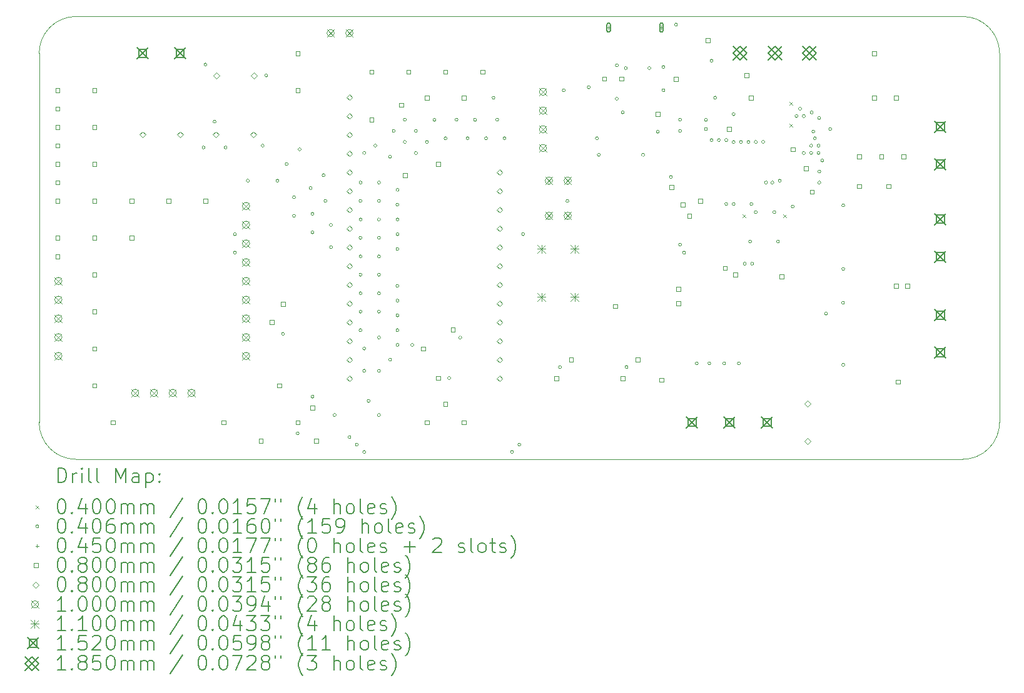
<source format=gbr>
%TF.GenerationSoftware,KiCad,Pcbnew,7.0.8*%
%TF.CreationDate,2024-03-31T13:52:44+01:00*%
%TF.ProjectId,cryoskills_sensor_kit,6372796f-736b-4696-9c6c-735f73656e73,rev?*%
%TF.SameCoordinates,Original*%
%TF.FileFunction,Drillmap*%
%TF.FilePolarity,Positive*%
%FSLAX45Y45*%
G04 Gerber Fmt 4.5, Leading zero omitted, Abs format (unit mm)*
G04 Created by KiCad (PCBNEW 7.0.8) date 2024-03-31 13:52:44*
%MOMM*%
%LPD*%
G01*
G04 APERTURE LIST*
%ADD10C,0.100000*%
%ADD11C,0.200000*%
%ADD12C,0.040000*%
%ADD13C,0.040640*%
%ADD14C,0.045000*%
%ADD15C,0.080000*%
%ADD16C,0.110000*%
%ADD17C,0.152000*%
%ADD18C,0.185000*%
G04 APERTURE END LIST*
D10*
X3350000Y-5200000D02*
X15350000Y-5200000D01*
X2850000Y-10700000D02*
G75*
G03*
X3350000Y-11200000I500000J0D01*
G01*
X3350000Y-5200000D02*
G75*
G03*
X2850000Y-5700000I0J-500000D01*
G01*
X15850000Y-5700000D02*
X15850000Y-10700000D01*
X15350000Y-11200000D02*
G75*
G03*
X15850000Y-10700000I0J500000D01*
G01*
X3350000Y-11200000D02*
X15350000Y-11200000D01*
X2850000Y-10700000D02*
X2850000Y-5700000D01*
X15850000Y-5700000D02*
G75*
G03*
X15350000Y-5200000I-500000J0D01*
G01*
D11*
D12*
X12370000Y-7880000D02*
X12410000Y-7920000D01*
X12410000Y-7880000D02*
X12370000Y-7920000D01*
X12920000Y-7880000D02*
X12960000Y-7920000D01*
X12960000Y-7880000D02*
X12920000Y-7920000D01*
X13005000Y-6358750D02*
X13045000Y-6398750D01*
X13045000Y-6358750D02*
X13005000Y-6398750D01*
X13005000Y-6655000D02*
X13045000Y-6695000D01*
X13045000Y-6655000D02*
X13005000Y-6695000D01*
D13*
X5095320Y-6975000D02*
G75*
G03*
X5095320Y-6975000I-20320J0D01*
G01*
X5120320Y-5850000D02*
G75*
G03*
X5120320Y-5850000I-20320J0D01*
G01*
X5245320Y-6625000D02*
G75*
G03*
X5245320Y-6625000I-20320J0D01*
G01*
X5395320Y-6975000D02*
G75*
G03*
X5395320Y-6975000I-20320J0D01*
G01*
X5520320Y-8150000D02*
G75*
G03*
X5520320Y-8150000I-20320J0D01*
G01*
X5520320Y-8400000D02*
G75*
G03*
X5520320Y-8400000I-20320J0D01*
G01*
X5695320Y-7425000D02*
G75*
G03*
X5695320Y-7425000I-20320J0D01*
G01*
X5895320Y-6950000D02*
G75*
G03*
X5895320Y-6950000I-20320J0D01*
G01*
X5945320Y-6000000D02*
G75*
G03*
X5945320Y-6000000I-20320J0D01*
G01*
X6095320Y-7425000D02*
G75*
G03*
X6095320Y-7425000I-20320J0D01*
G01*
X6170320Y-9500000D02*
G75*
G03*
X6170320Y-9500000I-20320J0D01*
G01*
X6220320Y-7200000D02*
G75*
G03*
X6220320Y-7200000I-20320J0D01*
G01*
X6320320Y-7650000D02*
G75*
G03*
X6320320Y-7650000I-20320J0D01*
G01*
X6320320Y-7900000D02*
G75*
G03*
X6320320Y-7900000I-20320J0D01*
G01*
X6370320Y-10850000D02*
G75*
G03*
X6370320Y-10850000I-20320J0D01*
G01*
X6395320Y-7000000D02*
G75*
G03*
X6395320Y-7000000I-20320J0D01*
G01*
X6545320Y-7525000D02*
G75*
G03*
X6545320Y-7525000I-20320J0D01*
G01*
X6570320Y-7875000D02*
G75*
G03*
X6570320Y-7875000I-20320J0D01*
G01*
X6570320Y-8125000D02*
G75*
G03*
X6570320Y-8125000I-20320J0D01*
G01*
X6570320Y-10350000D02*
G75*
G03*
X6570320Y-10350000I-20320J0D01*
G01*
X6720320Y-7350000D02*
G75*
G03*
X6720320Y-7350000I-20320J0D01*
G01*
X6745320Y-7700000D02*
G75*
G03*
X6745320Y-7700000I-20320J0D01*
G01*
X6820320Y-8025000D02*
G75*
G03*
X6820320Y-8025000I-20320J0D01*
G01*
X6820320Y-8325000D02*
G75*
G03*
X6820320Y-8325000I-20320J0D01*
G01*
X6870320Y-10600000D02*
G75*
G03*
X6870320Y-10600000I-20320J0D01*
G01*
X7070320Y-10900000D02*
G75*
G03*
X7070320Y-10900000I-20320J0D01*
G01*
X7170320Y-11000000D02*
G75*
G03*
X7170320Y-11000000I-20320J0D01*
G01*
X7220320Y-7450000D02*
G75*
G03*
X7220320Y-7450000I-20320J0D01*
G01*
X7220320Y-7700000D02*
G75*
G03*
X7220320Y-7700000I-20320J0D01*
G01*
X7220320Y-7950000D02*
G75*
G03*
X7220320Y-7950000I-20320J0D01*
G01*
X7220320Y-8200000D02*
G75*
G03*
X7220320Y-8200000I-20320J0D01*
G01*
X7220320Y-8450000D02*
G75*
G03*
X7220320Y-8450000I-20320J0D01*
G01*
X7220320Y-8700000D02*
G75*
G03*
X7220320Y-8700000I-20320J0D01*
G01*
X7220320Y-8950000D02*
G75*
G03*
X7220320Y-8950000I-20320J0D01*
G01*
X7220320Y-9200000D02*
G75*
G03*
X7220320Y-9200000I-20320J0D01*
G01*
X7220320Y-9450000D02*
G75*
G03*
X7220320Y-9450000I-20320J0D01*
G01*
X7270320Y-7050000D02*
G75*
G03*
X7270320Y-7050000I-20320J0D01*
G01*
X7270320Y-9700000D02*
G75*
G03*
X7270320Y-9700000I-20320J0D01*
G01*
X7270320Y-10000000D02*
G75*
G03*
X7270320Y-10000000I-20320J0D01*
G01*
X7270320Y-11100000D02*
G75*
G03*
X7270320Y-11100000I-20320J0D01*
G01*
X7330320Y-10410000D02*
G75*
G03*
X7330320Y-10410000I-20320J0D01*
G01*
X7420320Y-6950000D02*
G75*
G03*
X7420320Y-6950000I-20320J0D01*
G01*
X7470320Y-7450000D02*
G75*
G03*
X7470320Y-7450000I-20320J0D01*
G01*
X7470320Y-7700000D02*
G75*
G03*
X7470320Y-7700000I-20320J0D01*
G01*
X7470320Y-7950000D02*
G75*
G03*
X7470320Y-7950000I-20320J0D01*
G01*
X7470320Y-8200000D02*
G75*
G03*
X7470320Y-8200000I-20320J0D01*
G01*
X7470320Y-8450000D02*
G75*
G03*
X7470320Y-8450000I-20320J0D01*
G01*
X7470320Y-8700000D02*
G75*
G03*
X7470320Y-8700000I-20320J0D01*
G01*
X7470320Y-8950000D02*
G75*
G03*
X7470320Y-8950000I-20320J0D01*
G01*
X7470320Y-9200000D02*
G75*
G03*
X7470320Y-9200000I-20320J0D01*
G01*
X7470320Y-9550000D02*
G75*
G03*
X7470320Y-9550000I-20320J0D01*
G01*
X7470320Y-10000000D02*
G75*
G03*
X7470320Y-10000000I-20320J0D01*
G01*
X7470320Y-10600000D02*
G75*
G03*
X7470320Y-10600000I-20320J0D01*
G01*
X7620320Y-7100000D02*
G75*
G03*
X7620320Y-7100000I-20320J0D01*
G01*
X7620320Y-9850000D02*
G75*
G03*
X7620320Y-9850000I-20320J0D01*
G01*
X7670320Y-6750000D02*
G75*
G03*
X7670320Y-6750000I-20320J0D01*
G01*
X7720320Y-7550000D02*
G75*
G03*
X7720320Y-7550000I-20320J0D01*
G01*
X7720320Y-7750000D02*
G75*
G03*
X7720320Y-7750000I-20320J0D01*
G01*
X7720320Y-7950000D02*
G75*
G03*
X7720320Y-7950000I-20320J0D01*
G01*
X7720320Y-8150000D02*
G75*
G03*
X7720320Y-8150000I-20320J0D01*
G01*
X7720320Y-8350000D02*
G75*
G03*
X7720320Y-8350000I-20320J0D01*
G01*
X7720320Y-8850000D02*
G75*
G03*
X7720320Y-8850000I-20320J0D01*
G01*
X7720320Y-9050000D02*
G75*
G03*
X7720320Y-9050000I-20320J0D01*
G01*
X7720320Y-9250000D02*
G75*
G03*
X7720320Y-9250000I-20320J0D01*
G01*
X7720320Y-9450000D02*
G75*
G03*
X7720320Y-9450000I-20320J0D01*
G01*
X7720320Y-9650000D02*
G75*
G03*
X7720320Y-9650000I-20320J0D01*
G01*
X7820320Y-6600000D02*
G75*
G03*
X7820320Y-6600000I-20320J0D01*
G01*
X7820320Y-6900000D02*
G75*
G03*
X7820320Y-6900000I-20320J0D01*
G01*
X7920320Y-9650000D02*
G75*
G03*
X7920320Y-9650000I-20320J0D01*
G01*
X7970320Y-6750000D02*
G75*
G03*
X7970320Y-6750000I-20320J0D01*
G01*
X7970320Y-7050000D02*
G75*
G03*
X7970320Y-7050000I-20320J0D01*
G01*
X8120320Y-6900000D02*
G75*
G03*
X8120320Y-6900000I-20320J0D01*
G01*
X8220320Y-6600000D02*
G75*
G03*
X8220320Y-6600000I-20320J0D01*
G01*
X8370320Y-6850000D02*
G75*
G03*
X8370320Y-6850000I-20320J0D01*
G01*
X8420320Y-10100000D02*
G75*
G03*
X8420320Y-10100000I-20320J0D01*
G01*
X8520320Y-6600000D02*
G75*
G03*
X8520320Y-6600000I-20320J0D01*
G01*
X8570320Y-9550000D02*
G75*
G03*
X8570320Y-9550000I-20320J0D01*
G01*
X8670320Y-6850000D02*
G75*
G03*
X8670320Y-6850000I-20320J0D01*
G01*
X8770320Y-6600000D02*
G75*
G03*
X8770320Y-6600000I-20320J0D01*
G01*
X8920320Y-6850000D02*
G75*
G03*
X8920320Y-6850000I-20320J0D01*
G01*
X9020320Y-6300000D02*
G75*
G03*
X9020320Y-6300000I-20320J0D01*
G01*
X9070320Y-6600000D02*
G75*
G03*
X9070320Y-6600000I-20320J0D01*
G01*
X9170320Y-6850000D02*
G75*
G03*
X9170320Y-6850000I-20320J0D01*
G01*
X9270320Y-11100000D02*
G75*
G03*
X9270320Y-11100000I-20320J0D01*
G01*
X9370320Y-11000000D02*
G75*
G03*
X9370320Y-11000000I-20320J0D01*
G01*
X9420320Y-8150000D02*
G75*
G03*
X9420320Y-8150000I-20320J0D01*
G01*
X9920320Y-9950000D02*
G75*
G03*
X9920320Y-9950000I-20320J0D01*
G01*
X9970320Y-6200000D02*
G75*
G03*
X9970320Y-6200000I-20320J0D01*
G01*
X10020320Y-7700000D02*
G75*
G03*
X10020320Y-7700000I-20320J0D01*
G01*
X10310320Y-6160000D02*
G75*
G03*
X10310320Y-6160000I-20320J0D01*
G01*
X10420320Y-6850000D02*
G75*
G03*
X10420320Y-6850000I-20320J0D01*
G01*
X10445320Y-7075000D02*
G75*
G03*
X10445320Y-7075000I-20320J0D01*
G01*
X10689542Y-5862250D02*
G75*
G03*
X10689542Y-5862250I-20320J0D01*
G01*
X10690320Y-6315000D02*
G75*
G03*
X10690320Y-6315000I-20320J0D01*
G01*
X10770320Y-6500000D02*
G75*
G03*
X10770320Y-6500000I-20320J0D01*
G01*
X10810320Y-5900000D02*
G75*
G03*
X10810320Y-5900000I-20320J0D01*
G01*
X10820320Y-9950000D02*
G75*
G03*
X10820320Y-9950000I-20320J0D01*
G01*
X11045320Y-7075000D02*
G75*
G03*
X11045320Y-7075000I-20320J0D01*
G01*
X11130320Y-5900000D02*
G75*
G03*
X11130320Y-5900000I-20320J0D01*
G01*
X11245320Y-6762000D02*
G75*
G03*
X11245320Y-6762000I-20320J0D01*
G01*
X11320320Y-5885000D02*
G75*
G03*
X11320320Y-5885000I-20320J0D01*
G01*
X11320320Y-6200000D02*
G75*
G03*
X11320320Y-6200000I-20320J0D01*
G01*
X11420320Y-7375000D02*
G75*
G03*
X11420320Y-7375000I-20320J0D01*
G01*
X11490320Y-5310000D02*
G75*
G03*
X11490320Y-5310000I-20320J0D01*
G01*
X11545320Y-6600000D02*
G75*
G03*
X11545320Y-6600000I-20320J0D01*
G01*
X11545320Y-6750000D02*
G75*
G03*
X11545320Y-6750000I-20320J0D01*
G01*
X11545320Y-8290000D02*
G75*
G03*
X11545320Y-8290000I-20320J0D01*
G01*
X11600320Y-8400000D02*
G75*
G03*
X11600320Y-8400000I-20320J0D01*
G01*
X11770320Y-9900000D02*
G75*
G03*
X11770320Y-9900000I-20320J0D01*
G01*
X11895320Y-6600000D02*
G75*
G03*
X11895320Y-6600000I-20320J0D01*
G01*
X11895320Y-6725000D02*
G75*
G03*
X11895320Y-6725000I-20320J0D01*
G01*
X11941945Y-9900000D02*
G75*
G03*
X11941945Y-9900000I-20320J0D01*
G01*
X11970320Y-5800000D02*
G75*
G03*
X11970320Y-5800000I-20320J0D01*
G01*
X11970320Y-6875000D02*
G75*
G03*
X11970320Y-6875000I-20320J0D01*
G01*
X12020320Y-6300000D02*
G75*
G03*
X12020320Y-6300000I-20320J0D01*
G01*
X12070320Y-6875000D02*
G75*
G03*
X12070320Y-6875000I-20320J0D01*
G01*
X12141945Y-9900000D02*
G75*
G03*
X12141945Y-9900000I-20320J0D01*
G01*
X12170320Y-6875000D02*
G75*
G03*
X12170320Y-6875000I-20320J0D01*
G01*
X12170320Y-7740000D02*
G75*
G03*
X12170320Y-7740000I-20320J0D01*
G01*
X12270320Y-6525000D02*
G75*
G03*
X12270320Y-6525000I-20320J0D01*
G01*
X12270320Y-6900000D02*
G75*
G03*
X12270320Y-6900000I-20320J0D01*
G01*
X12270320Y-7740000D02*
G75*
G03*
X12270320Y-7740000I-20320J0D01*
G01*
X12341945Y-9900000D02*
G75*
G03*
X12341945Y-9900000I-20320J0D01*
G01*
X12370320Y-6900000D02*
G75*
G03*
X12370320Y-6900000I-20320J0D01*
G01*
X12420320Y-8550000D02*
G75*
G03*
X12420320Y-8550000I-20320J0D01*
G01*
X12470320Y-6900000D02*
G75*
G03*
X12470320Y-6900000I-20320J0D01*
G01*
X12495320Y-8250000D02*
G75*
G03*
X12495320Y-8250000I-20320J0D01*
G01*
X12510320Y-7740000D02*
G75*
G03*
X12510320Y-7740000I-20320J0D01*
G01*
X12520320Y-8550000D02*
G75*
G03*
X12520320Y-8550000I-20320J0D01*
G01*
X12570320Y-6900000D02*
G75*
G03*
X12570320Y-6900000I-20320J0D01*
G01*
X12570320Y-7850000D02*
G75*
G03*
X12570320Y-7850000I-20320J0D01*
G01*
X12670320Y-6900000D02*
G75*
G03*
X12670320Y-6900000I-20320J0D01*
G01*
X12710320Y-7450000D02*
G75*
G03*
X12710320Y-7450000I-20320J0D01*
G01*
X12795320Y-7450000D02*
G75*
G03*
X12795320Y-7450000I-20320J0D01*
G01*
X12820320Y-7850000D02*
G75*
G03*
X12820320Y-7850000I-20320J0D01*
G01*
X12870320Y-8250000D02*
G75*
G03*
X12870320Y-8250000I-20320J0D01*
G01*
X12895320Y-7425000D02*
G75*
G03*
X12895320Y-7425000I-20320J0D01*
G01*
X13070320Y-7775000D02*
G75*
G03*
X13070320Y-7775000I-20320J0D01*
G01*
X13120320Y-6550000D02*
G75*
G03*
X13120320Y-6550000I-20320J0D01*
G01*
X13170320Y-6450000D02*
G75*
G03*
X13170320Y-6450000I-20320J0D01*
G01*
X13220320Y-6550000D02*
G75*
G03*
X13220320Y-6550000I-20320J0D01*
G01*
X13220320Y-7050000D02*
G75*
G03*
X13220320Y-7050000I-20320J0D01*
G01*
X13320320Y-6950000D02*
G75*
G03*
X13320320Y-6950000I-20320J0D01*
G01*
X13320320Y-7050000D02*
G75*
G03*
X13320320Y-7050000I-20320J0D01*
G01*
X13328320Y-6500000D02*
G75*
G03*
X13328320Y-6500000I-20320J0D01*
G01*
X13348320Y-6760000D02*
G75*
G03*
X13348320Y-6760000I-20320J0D01*
G01*
X13370320Y-6850000D02*
G75*
G03*
X13370320Y-6850000I-20320J0D01*
G01*
X13420320Y-6950000D02*
G75*
G03*
X13420320Y-6950000I-20320J0D01*
G01*
X13420320Y-7050000D02*
G75*
G03*
X13420320Y-7050000I-20320J0D01*
G01*
X13428320Y-6575000D02*
G75*
G03*
X13428320Y-6575000I-20320J0D01*
G01*
X13430320Y-7300000D02*
G75*
G03*
X13430320Y-7300000I-20320J0D01*
G01*
X13430320Y-7450000D02*
G75*
G03*
X13430320Y-7450000I-20320J0D01*
G01*
X13470320Y-7150000D02*
G75*
G03*
X13470320Y-7150000I-20320J0D01*
G01*
X13520320Y-9225000D02*
G75*
G03*
X13520320Y-9225000I-20320J0D01*
G01*
X13578320Y-6725000D02*
G75*
G03*
X13578320Y-6725000I-20320J0D01*
G01*
X13750320Y-9080000D02*
G75*
G03*
X13750320Y-9080000I-20320J0D01*
G01*
X13753820Y-7760000D02*
G75*
G03*
X13753820Y-7760000I-20320J0D01*
G01*
X13753820Y-8620000D02*
G75*
G03*
X13753820Y-8620000I-20320J0D01*
G01*
X13753820Y-9920000D02*
G75*
G03*
X13753820Y-9920000I-20320J0D01*
G01*
D14*
X10558222Y-5327500D02*
X10558222Y-5372500D01*
X10535722Y-5350000D02*
X10580722Y-5350000D01*
D11*
X10580722Y-5390000D02*
X10580722Y-5310000D01*
X10580722Y-5310000D02*
G75*
G03*
X10535722Y-5310000I-22500J0D01*
G01*
X10535722Y-5310000D02*
X10535722Y-5390000D01*
X10535722Y-5390000D02*
G75*
G03*
X10580722Y-5390000I22500J0D01*
G01*
D14*
X11273222Y-5327500D02*
X11273222Y-5372500D01*
X11250722Y-5350000D02*
X11295722Y-5350000D01*
D11*
X11250722Y-5310000D02*
X11250722Y-5390000D01*
X11250722Y-5390000D02*
G75*
G03*
X11295722Y-5390000I22500J0D01*
G01*
X11295722Y-5390000D02*
X11295722Y-5310000D01*
X11295722Y-5310000D02*
G75*
G03*
X11250722Y-5310000I-22500J0D01*
G01*
D15*
X3128284Y-6228284D02*
X3128284Y-6171715D01*
X3071715Y-6171715D01*
X3071715Y-6228284D01*
X3128284Y-6228284D01*
X3128284Y-6478284D02*
X3128284Y-6421715D01*
X3071715Y-6421715D01*
X3071715Y-6478284D01*
X3128284Y-6478284D01*
X3128284Y-6728284D02*
X3128284Y-6671715D01*
X3071715Y-6671715D01*
X3071715Y-6728284D01*
X3128284Y-6728284D01*
X3128284Y-6978284D02*
X3128284Y-6921715D01*
X3071715Y-6921715D01*
X3071715Y-6978284D01*
X3128284Y-6978284D01*
X3128284Y-7228284D02*
X3128284Y-7171715D01*
X3071715Y-7171715D01*
X3071715Y-7228284D01*
X3128284Y-7228284D01*
X3128284Y-7478284D02*
X3128284Y-7421715D01*
X3071715Y-7421715D01*
X3071715Y-7478284D01*
X3128284Y-7478284D01*
X3128284Y-7728284D02*
X3128284Y-7671715D01*
X3071715Y-7671715D01*
X3071715Y-7728284D01*
X3128284Y-7728284D01*
X3128284Y-8228284D02*
X3128284Y-8171715D01*
X3071715Y-8171715D01*
X3071715Y-8228284D01*
X3128284Y-8228284D01*
X3128284Y-8478285D02*
X3128284Y-8421716D01*
X3071715Y-8421716D01*
X3071715Y-8478285D01*
X3128284Y-8478285D01*
X3628284Y-6228284D02*
X3628284Y-6171715D01*
X3571715Y-6171715D01*
X3571715Y-6228284D01*
X3628284Y-6228284D01*
X3628284Y-6728284D02*
X3628284Y-6671715D01*
X3571715Y-6671715D01*
X3571715Y-6728284D01*
X3628284Y-6728284D01*
X3628284Y-7228284D02*
X3628284Y-7171715D01*
X3571715Y-7171715D01*
X3571715Y-7228284D01*
X3628284Y-7228284D01*
X3628284Y-7728284D02*
X3628284Y-7671715D01*
X3571715Y-7671715D01*
X3571715Y-7728284D01*
X3628284Y-7728284D01*
X3628284Y-8228284D02*
X3628284Y-8171715D01*
X3571715Y-8171715D01*
X3571715Y-8228284D01*
X3628284Y-8228284D01*
X3628284Y-8728285D02*
X3628284Y-8671716D01*
X3571715Y-8671716D01*
X3571715Y-8728285D01*
X3628284Y-8728285D01*
X3628284Y-9228285D02*
X3628284Y-9171716D01*
X3571715Y-9171716D01*
X3571715Y-9228285D01*
X3628284Y-9228285D01*
X3628284Y-9728285D02*
X3628284Y-9671716D01*
X3571715Y-9671716D01*
X3571715Y-9728285D01*
X3628284Y-9728285D01*
X3628284Y-10228285D02*
X3628284Y-10171716D01*
X3571715Y-10171716D01*
X3571715Y-10228285D01*
X3628284Y-10228285D01*
X3878284Y-10728285D02*
X3878284Y-10671716D01*
X3821715Y-10671716D01*
X3821715Y-10728285D01*
X3878284Y-10728285D01*
X4128284Y-7728284D02*
X4128284Y-7671715D01*
X4071715Y-7671715D01*
X4071715Y-7728284D01*
X4128284Y-7728284D01*
X4128284Y-8228284D02*
X4128284Y-8171715D01*
X4071715Y-8171715D01*
X4071715Y-8228284D01*
X4128284Y-8228284D01*
X4628285Y-7728284D02*
X4628285Y-7671715D01*
X4571716Y-7671715D01*
X4571716Y-7728284D01*
X4628285Y-7728284D01*
X5128285Y-7728284D02*
X5128285Y-7671715D01*
X5071716Y-7671715D01*
X5071716Y-7728284D01*
X5128285Y-7728284D01*
X5378285Y-10728285D02*
X5378285Y-10671716D01*
X5321716Y-10671716D01*
X5321716Y-10728285D01*
X5378285Y-10728285D01*
X5878284Y-10978285D02*
X5878284Y-10921716D01*
X5821715Y-10921716D01*
X5821715Y-10978285D01*
X5878284Y-10978285D01*
X6028284Y-9371285D02*
X6028284Y-9314716D01*
X5971715Y-9314716D01*
X5971715Y-9371285D01*
X6028284Y-9371285D01*
X6128284Y-10228285D02*
X6128284Y-10171716D01*
X6071715Y-10171716D01*
X6071715Y-10228285D01*
X6128284Y-10228285D01*
X6178284Y-9123285D02*
X6178284Y-9066716D01*
X6121715Y-9066716D01*
X6121715Y-9123285D01*
X6178284Y-9123285D01*
X6378284Y-5728284D02*
X6378284Y-5671715D01*
X6321715Y-5671715D01*
X6321715Y-5728284D01*
X6378284Y-5728284D01*
X6378284Y-6228284D02*
X6378284Y-6171715D01*
X6321715Y-6171715D01*
X6321715Y-6228284D01*
X6378284Y-6228284D01*
X6378284Y-10728285D02*
X6378284Y-10671716D01*
X6321715Y-10671716D01*
X6321715Y-10728285D01*
X6378284Y-10728285D01*
X6578284Y-10528285D02*
X6578284Y-10471716D01*
X6521715Y-10471716D01*
X6521715Y-10528285D01*
X6578284Y-10528285D01*
X6628284Y-10978285D02*
X6628284Y-10921716D01*
X6571715Y-10921716D01*
X6571715Y-10978285D01*
X6628284Y-10978285D01*
X7378284Y-5978284D02*
X7378284Y-5921715D01*
X7321715Y-5921715D01*
X7321715Y-5978284D01*
X7378284Y-5978284D01*
X7378284Y-6628284D02*
X7378284Y-6571715D01*
X7321715Y-6571715D01*
X7321715Y-6628284D01*
X7378284Y-6628284D01*
X7778284Y-6428284D02*
X7778284Y-6371715D01*
X7721715Y-6371715D01*
X7721715Y-6428284D01*
X7778284Y-6428284D01*
X7828284Y-7378284D02*
X7828284Y-7321715D01*
X7771715Y-7321715D01*
X7771715Y-7378284D01*
X7828284Y-7378284D01*
X7878284Y-5978284D02*
X7878284Y-5921715D01*
X7821715Y-5921715D01*
X7821715Y-5978284D01*
X7878284Y-5978284D01*
X8078284Y-9728285D02*
X8078284Y-9671716D01*
X8021715Y-9671716D01*
X8021715Y-9728285D01*
X8078284Y-9728285D01*
X8128284Y-6328284D02*
X8128284Y-6271715D01*
X8071715Y-6271715D01*
X8071715Y-6328284D01*
X8128284Y-6328284D01*
X8128284Y-10728285D02*
X8128284Y-10671716D01*
X8071715Y-10671716D01*
X8071715Y-10728285D01*
X8128284Y-10728285D01*
X8278284Y-7228284D02*
X8278284Y-7171715D01*
X8221715Y-7171715D01*
X8221715Y-7228284D01*
X8278284Y-7228284D01*
X8278284Y-10128285D02*
X8278284Y-10071716D01*
X8221715Y-10071716D01*
X8221715Y-10128285D01*
X8278284Y-10128285D01*
X8378284Y-5978284D02*
X8378284Y-5921715D01*
X8321715Y-5921715D01*
X8321715Y-5978284D01*
X8378284Y-5978284D01*
X8378284Y-10478285D02*
X8378284Y-10421716D01*
X8321715Y-10421716D01*
X8321715Y-10478285D01*
X8378284Y-10478285D01*
X8478285Y-9471285D02*
X8478285Y-9414716D01*
X8421716Y-9414716D01*
X8421716Y-9471285D01*
X8478285Y-9471285D01*
X8628285Y-6328284D02*
X8628285Y-6271715D01*
X8571716Y-6271715D01*
X8571716Y-6328284D01*
X8628285Y-6328284D01*
X8628285Y-10728285D02*
X8628285Y-10671716D01*
X8571716Y-10671716D01*
X8571716Y-10728285D01*
X8628285Y-10728285D01*
X8878285Y-5978284D02*
X8878285Y-5921715D01*
X8821716Y-5921715D01*
X8821716Y-5978284D01*
X8878285Y-5978284D01*
X9878285Y-10133285D02*
X9878285Y-10076716D01*
X9821716Y-10076716D01*
X9821716Y-10133285D01*
X9878285Y-10133285D01*
X10078285Y-9879285D02*
X10078285Y-9822716D01*
X10021716Y-9822716D01*
X10021716Y-9879285D01*
X10078285Y-9879285D01*
X10528285Y-6070784D02*
X10528285Y-6014215D01*
X10471716Y-6014215D01*
X10471716Y-6070784D01*
X10528285Y-6070784D01*
X10678285Y-9153285D02*
X10678285Y-9096716D01*
X10621716Y-9096716D01*
X10621716Y-9153285D01*
X10678285Y-9153285D01*
X10760785Y-6070784D02*
X10760785Y-6014215D01*
X10704216Y-6014215D01*
X10704216Y-6070784D01*
X10760785Y-6070784D01*
X10778285Y-10133285D02*
X10778285Y-10076716D01*
X10721716Y-10076716D01*
X10721716Y-10133285D01*
X10778285Y-10133285D01*
X10978285Y-9879285D02*
X10978285Y-9822716D01*
X10921716Y-9822716D01*
X10921716Y-9879285D01*
X10978285Y-9879285D01*
X11251506Y-6548284D02*
X11251506Y-6491715D01*
X11194937Y-6491715D01*
X11194937Y-6548284D01*
X11251506Y-6548284D01*
X11303284Y-10153285D02*
X11303284Y-10096716D01*
X11246715Y-10096716D01*
X11246715Y-10153285D01*
X11303284Y-10153285D01*
X11436284Y-7540284D02*
X11436284Y-7483715D01*
X11379715Y-7483715D01*
X11379715Y-7540284D01*
X11436284Y-7540284D01*
X11498507Y-6078284D02*
X11498507Y-6021715D01*
X11441938Y-6021715D01*
X11441938Y-6078284D01*
X11498507Y-6078284D01*
X11528284Y-8920785D02*
X11528284Y-8864216D01*
X11471715Y-8864216D01*
X11471715Y-8920785D01*
X11528284Y-8920785D01*
X11528284Y-9118285D02*
X11528284Y-9061716D01*
X11471715Y-9061716D01*
X11471715Y-9118285D01*
X11528284Y-9118285D01*
X11588284Y-7778284D02*
X11588284Y-7721715D01*
X11531715Y-7721715D01*
X11531715Y-7778284D01*
X11588284Y-7778284D01*
X11678284Y-7928284D02*
X11678284Y-7871715D01*
X11621715Y-7871715D01*
X11621715Y-7928284D01*
X11678284Y-7928284D01*
X11828284Y-7728284D02*
X11828284Y-7671715D01*
X11771715Y-7671715D01*
X11771715Y-7728284D01*
X11828284Y-7728284D01*
X11928284Y-5553285D02*
X11928284Y-5496716D01*
X11871715Y-5496716D01*
X11871715Y-5553285D01*
X11928284Y-5553285D01*
X12161284Y-8638285D02*
X12161284Y-8581716D01*
X12104715Y-8581716D01*
X12104715Y-8638285D01*
X12161284Y-8638285D01*
X12217484Y-6753284D02*
X12217484Y-6696715D01*
X12160915Y-6696715D01*
X12160915Y-6753284D01*
X12217484Y-6753284D01*
X12303284Y-8728285D02*
X12303284Y-8671716D01*
X12246715Y-8671716D01*
X12246715Y-8728285D01*
X12303284Y-8728285D01*
X12453284Y-6028284D02*
X12453284Y-5971715D01*
X12396715Y-5971715D01*
X12396715Y-6028284D01*
X12453284Y-6028284D01*
X12511284Y-6328284D02*
X12511284Y-6271715D01*
X12454715Y-6271715D01*
X12454715Y-6328284D01*
X12511284Y-6328284D01*
X12928284Y-8753285D02*
X12928284Y-8696716D01*
X12871715Y-8696716D01*
X12871715Y-8753285D01*
X12928284Y-8753285D01*
X13078284Y-7028284D02*
X13078284Y-6971715D01*
X13021715Y-6971715D01*
X13021715Y-7028284D01*
X13078284Y-7028284D01*
X13258284Y-7288284D02*
X13258284Y-7231715D01*
X13201715Y-7231715D01*
X13201715Y-7288284D01*
X13258284Y-7288284D01*
X13338284Y-7603284D02*
X13338284Y-7546715D01*
X13281715Y-7546715D01*
X13281715Y-7603284D01*
X13338284Y-7603284D01*
X13978284Y-7128284D02*
X13978284Y-7071715D01*
X13921715Y-7071715D01*
X13921715Y-7128284D01*
X13978284Y-7128284D01*
X13978284Y-7528284D02*
X13978284Y-7471715D01*
X13921715Y-7471715D01*
X13921715Y-7528284D01*
X13978284Y-7528284D01*
X14178284Y-5728284D02*
X14178284Y-5671715D01*
X14121715Y-5671715D01*
X14121715Y-5728284D01*
X14178284Y-5728284D01*
X14178284Y-6328284D02*
X14178284Y-6271715D01*
X14121715Y-6271715D01*
X14121715Y-6328284D01*
X14178284Y-6328284D01*
X14278284Y-7128284D02*
X14278284Y-7071715D01*
X14221715Y-7071715D01*
X14221715Y-7128284D01*
X14278284Y-7128284D01*
X14378284Y-7528284D02*
X14378284Y-7471715D01*
X14321715Y-7471715D01*
X14321715Y-7528284D01*
X14378284Y-7528284D01*
X14478284Y-6328284D02*
X14478284Y-6271715D01*
X14421715Y-6271715D01*
X14421715Y-6328284D01*
X14478284Y-6328284D01*
X14478284Y-8878285D02*
X14478284Y-8821716D01*
X14421715Y-8821716D01*
X14421715Y-8878285D01*
X14478284Y-8878285D01*
X14503284Y-10178285D02*
X14503284Y-10121716D01*
X14446715Y-10121716D01*
X14446715Y-10178285D01*
X14503284Y-10178285D01*
X14578284Y-7128284D02*
X14578284Y-7071715D01*
X14521715Y-7071715D01*
X14521715Y-7128284D01*
X14578284Y-7128284D01*
X14628284Y-8878285D02*
X14628284Y-8821716D01*
X14571715Y-8821716D01*
X14571715Y-8878285D01*
X14628284Y-8878285D01*
X4250000Y-6840000D02*
X4290000Y-6800000D01*
X4250000Y-6760000D01*
X4210000Y-6800000D01*
X4250000Y-6840000D01*
X4758000Y-6840000D02*
X4798000Y-6800000D01*
X4758000Y-6760000D01*
X4718000Y-6800000D01*
X4758000Y-6840000D01*
X5242000Y-6840000D02*
X5282000Y-6800000D01*
X5242000Y-6760000D01*
X5202000Y-6800000D01*
X5242000Y-6840000D01*
X5250000Y-6040000D02*
X5290000Y-6000000D01*
X5250000Y-5960000D01*
X5210000Y-6000000D01*
X5250000Y-6040000D01*
X5750000Y-6840000D02*
X5790000Y-6800000D01*
X5750000Y-6760000D01*
X5710000Y-6800000D01*
X5750000Y-6840000D01*
X5758000Y-6040000D02*
X5798000Y-6000000D01*
X5758000Y-5960000D01*
X5718000Y-6000000D01*
X5758000Y-6040000D01*
X7050000Y-6335000D02*
X7090000Y-6295000D01*
X7050000Y-6255000D01*
X7010000Y-6295000D01*
X7050000Y-6335000D01*
X7050000Y-6589000D02*
X7090000Y-6549000D01*
X7050000Y-6509000D01*
X7010000Y-6549000D01*
X7050000Y-6589000D01*
X7050000Y-6843000D02*
X7090000Y-6803000D01*
X7050000Y-6763000D01*
X7010000Y-6803000D01*
X7050000Y-6843000D01*
X7050000Y-7097000D02*
X7090000Y-7057000D01*
X7050000Y-7017000D01*
X7010000Y-7057000D01*
X7050000Y-7097000D01*
X7050000Y-7351000D02*
X7090000Y-7311000D01*
X7050000Y-7271000D01*
X7010000Y-7311000D01*
X7050000Y-7351000D01*
X7050000Y-7605000D02*
X7090000Y-7565000D01*
X7050000Y-7525000D01*
X7010000Y-7565000D01*
X7050000Y-7605000D01*
X7050000Y-7859000D02*
X7090000Y-7819000D01*
X7050000Y-7779000D01*
X7010000Y-7819000D01*
X7050000Y-7859000D01*
X7050000Y-8113000D02*
X7090000Y-8073000D01*
X7050000Y-8033000D01*
X7010000Y-8073000D01*
X7050000Y-8113000D01*
X7050000Y-8367000D02*
X7090000Y-8327000D01*
X7050000Y-8287000D01*
X7010000Y-8327000D01*
X7050000Y-8367000D01*
X7050000Y-8621000D02*
X7090000Y-8581000D01*
X7050000Y-8541000D01*
X7010000Y-8581000D01*
X7050000Y-8621000D01*
X7050000Y-8875000D02*
X7090000Y-8835000D01*
X7050000Y-8795000D01*
X7010000Y-8835000D01*
X7050000Y-8875000D01*
X7050000Y-9129000D02*
X7090000Y-9089000D01*
X7050000Y-9049000D01*
X7010000Y-9089000D01*
X7050000Y-9129000D01*
X7050000Y-9383000D02*
X7090000Y-9343000D01*
X7050000Y-9303000D01*
X7010000Y-9343000D01*
X7050000Y-9383000D01*
X7050000Y-9637000D02*
X7090000Y-9597000D01*
X7050000Y-9557000D01*
X7010000Y-9597000D01*
X7050000Y-9637000D01*
X7050000Y-9891000D02*
X7090000Y-9851000D01*
X7050000Y-9811000D01*
X7010000Y-9851000D01*
X7050000Y-9891000D01*
X7050000Y-10145000D02*
X7090000Y-10105000D01*
X7050000Y-10065000D01*
X7010000Y-10105000D01*
X7050000Y-10145000D01*
X9082000Y-7351000D02*
X9122000Y-7311000D01*
X9082000Y-7271000D01*
X9042000Y-7311000D01*
X9082000Y-7351000D01*
X9082000Y-7605000D02*
X9122000Y-7565000D01*
X9082000Y-7525000D01*
X9042000Y-7565000D01*
X9082000Y-7605000D01*
X9082000Y-7859000D02*
X9122000Y-7819000D01*
X9082000Y-7779000D01*
X9042000Y-7819000D01*
X9082000Y-7859000D01*
X9082000Y-8113000D02*
X9122000Y-8073000D01*
X9082000Y-8033000D01*
X9042000Y-8073000D01*
X9082000Y-8113000D01*
X9082000Y-8367000D02*
X9122000Y-8327000D01*
X9082000Y-8287000D01*
X9042000Y-8327000D01*
X9082000Y-8367000D01*
X9082000Y-8621000D02*
X9122000Y-8581000D01*
X9082000Y-8541000D01*
X9042000Y-8581000D01*
X9082000Y-8621000D01*
X9082000Y-8875000D02*
X9122000Y-8835000D01*
X9082000Y-8795000D01*
X9042000Y-8835000D01*
X9082000Y-8875000D01*
X9082000Y-9129000D02*
X9122000Y-9089000D01*
X9082000Y-9049000D01*
X9042000Y-9089000D01*
X9082000Y-9129000D01*
X9082000Y-9383000D02*
X9122000Y-9343000D01*
X9082000Y-9303000D01*
X9042000Y-9343000D01*
X9082000Y-9383000D01*
X9082000Y-9637000D02*
X9122000Y-9597000D01*
X9082000Y-9557000D01*
X9042000Y-9597000D01*
X9082000Y-9637000D01*
X9082000Y-9891000D02*
X9122000Y-9851000D01*
X9082000Y-9811000D01*
X9042000Y-9851000D01*
X9082000Y-9891000D01*
X9082000Y-10145000D02*
X9122000Y-10105000D01*
X9082000Y-10065000D01*
X9042000Y-10105000D01*
X9082000Y-10145000D01*
X13250000Y-10486000D02*
X13290000Y-10446000D01*
X13250000Y-10406000D01*
X13210000Y-10446000D01*
X13250000Y-10486000D01*
X13250000Y-10994000D02*
X13290000Y-10954000D01*
X13250000Y-10914000D01*
X13210000Y-10954000D01*
X13250000Y-10994000D01*
D10*
X3060000Y-8734000D02*
X3160000Y-8834000D01*
X3160000Y-8734000D02*
X3060000Y-8834000D01*
X3160000Y-8784000D02*
G75*
G03*
X3160000Y-8784000I-50000J0D01*
G01*
X3060000Y-8988000D02*
X3160000Y-9088000D01*
X3160000Y-8988000D02*
X3060000Y-9088000D01*
X3160000Y-9038000D02*
G75*
G03*
X3160000Y-9038000I-50000J0D01*
G01*
X3060000Y-9242000D02*
X3160000Y-9342000D01*
X3160000Y-9242000D02*
X3060000Y-9342000D01*
X3160000Y-9292000D02*
G75*
G03*
X3160000Y-9292000I-50000J0D01*
G01*
X3060000Y-9496000D02*
X3160000Y-9596000D01*
X3160000Y-9496000D02*
X3060000Y-9596000D01*
X3160000Y-9546000D02*
G75*
G03*
X3160000Y-9546000I-50000J0D01*
G01*
X3060000Y-9750000D02*
X3160000Y-9850000D01*
X3160000Y-9750000D02*
X3060000Y-9850000D01*
X3160000Y-9800000D02*
G75*
G03*
X3160000Y-9800000I-50000J0D01*
G01*
X4100000Y-10250000D02*
X4200000Y-10350000D01*
X4200000Y-10250000D02*
X4100000Y-10350000D01*
X4200000Y-10300000D02*
G75*
G03*
X4200000Y-10300000I-50000J0D01*
G01*
X4354000Y-10250000D02*
X4454000Y-10350000D01*
X4454000Y-10250000D02*
X4354000Y-10350000D01*
X4454000Y-10300000D02*
G75*
G03*
X4454000Y-10300000I-50000J0D01*
G01*
X4608000Y-10250000D02*
X4708000Y-10350000D01*
X4708000Y-10250000D02*
X4608000Y-10350000D01*
X4708000Y-10300000D02*
G75*
G03*
X4708000Y-10300000I-50000J0D01*
G01*
X4862000Y-10250000D02*
X4962000Y-10350000D01*
X4962000Y-10250000D02*
X4862000Y-10350000D01*
X4962000Y-10300000D02*
G75*
G03*
X4962000Y-10300000I-50000J0D01*
G01*
X5600000Y-7718000D02*
X5700000Y-7818000D01*
X5700000Y-7718000D02*
X5600000Y-7818000D01*
X5700000Y-7768000D02*
G75*
G03*
X5700000Y-7768000I-50000J0D01*
G01*
X5600000Y-7972000D02*
X5700000Y-8072000D01*
X5700000Y-7972000D02*
X5600000Y-8072000D01*
X5700000Y-8022000D02*
G75*
G03*
X5700000Y-8022000I-50000J0D01*
G01*
X5600000Y-8226000D02*
X5700000Y-8326000D01*
X5700000Y-8226000D02*
X5600000Y-8326000D01*
X5700000Y-8276000D02*
G75*
G03*
X5700000Y-8276000I-50000J0D01*
G01*
X5600000Y-8480000D02*
X5700000Y-8580000D01*
X5700000Y-8480000D02*
X5600000Y-8580000D01*
X5700000Y-8530000D02*
G75*
G03*
X5700000Y-8530000I-50000J0D01*
G01*
X5600000Y-8734000D02*
X5700000Y-8834000D01*
X5700000Y-8734000D02*
X5600000Y-8834000D01*
X5700000Y-8784000D02*
G75*
G03*
X5700000Y-8784000I-50000J0D01*
G01*
X5600000Y-8988000D02*
X5700000Y-9088000D01*
X5700000Y-8988000D02*
X5600000Y-9088000D01*
X5700000Y-9038000D02*
G75*
G03*
X5700000Y-9038000I-50000J0D01*
G01*
X5600000Y-9242000D02*
X5700000Y-9342000D01*
X5700000Y-9242000D02*
X5600000Y-9342000D01*
X5700000Y-9292000D02*
G75*
G03*
X5700000Y-9292000I-50000J0D01*
G01*
X5600000Y-9496000D02*
X5700000Y-9596000D01*
X5700000Y-9496000D02*
X5600000Y-9596000D01*
X5700000Y-9546000D02*
G75*
G03*
X5700000Y-9546000I-50000J0D01*
G01*
X5600000Y-9750000D02*
X5700000Y-9850000D01*
X5700000Y-9750000D02*
X5600000Y-9850000D01*
X5700000Y-9800000D02*
G75*
G03*
X5700000Y-9800000I-50000J0D01*
G01*
X6746000Y-5375000D02*
X6846000Y-5475000D01*
X6846000Y-5375000D02*
X6746000Y-5475000D01*
X6846000Y-5425000D02*
G75*
G03*
X6846000Y-5425000I-50000J0D01*
G01*
X7000000Y-5375000D02*
X7100000Y-5475000D01*
X7100000Y-5375000D02*
X7000000Y-5475000D01*
X7100000Y-5425000D02*
G75*
G03*
X7100000Y-5425000I-50000J0D01*
G01*
X9620000Y-6170000D02*
X9720000Y-6270000D01*
X9720000Y-6170000D02*
X9620000Y-6270000D01*
X9720000Y-6220000D02*
G75*
G03*
X9720000Y-6220000I-50000J0D01*
G01*
X9620000Y-6424000D02*
X9720000Y-6524000D01*
X9720000Y-6424000D02*
X9620000Y-6524000D01*
X9720000Y-6474000D02*
G75*
G03*
X9720000Y-6474000I-50000J0D01*
G01*
X9620000Y-6678000D02*
X9720000Y-6778000D01*
X9720000Y-6678000D02*
X9620000Y-6778000D01*
X9720000Y-6728000D02*
G75*
G03*
X9720000Y-6728000I-50000J0D01*
G01*
X9620000Y-6932000D02*
X9720000Y-7032000D01*
X9720000Y-6932000D02*
X9620000Y-7032000D01*
X9720000Y-6982000D02*
G75*
G03*
X9720000Y-6982000I-50000J0D01*
G01*
X9700000Y-7375000D02*
X9800000Y-7475000D01*
X9800000Y-7375000D02*
X9700000Y-7475000D01*
X9800000Y-7425000D02*
G75*
G03*
X9800000Y-7425000I-50000J0D01*
G01*
X9700000Y-7850000D02*
X9800000Y-7950000D01*
X9800000Y-7850000D02*
X9700000Y-7950000D01*
X9800000Y-7900000D02*
G75*
G03*
X9800000Y-7900000I-50000J0D01*
G01*
X9954000Y-7375000D02*
X10054000Y-7475000D01*
X10054000Y-7375000D02*
X9954000Y-7475000D01*
X10054000Y-7425000D02*
G75*
G03*
X10054000Y-7425000I-50000J0D01*
G01*
X9954000Y-7850000D02*
X10054000Y-7950000D01*
X10054000Y-7850000D02*
X9954000Y-7950000D01*
X10054000Y-7900000D02*
G75*
G03*
X10054000Y-7900000I-50000J0D01*
G01*
D16*
X9595000Y-8295000D02*
X9705000Y-8405000D01*
X9705000Y-8295000D02*
X9595000Y-8405000D01*
X9650000Y-8295000D02*
X9650000Y-8405000D01*
X9595000Y-8350000D02*
X9705000Y-8350000D01*
X9595000Y-8945000D02*
X9705000Y-9055000D01*
X9705000Y-8945000D02*
X9595000Y-9055000D01*
X9650000Y-8945000D02*
X9650000Y-9055000D01*
X9595000Y-9000000D02*
X9705000Y-9000000D01*
X10045000Y-8295000D02*
X10155000Y-8405000D01*
X10155000Y-8295000D02*
X10045000Y-8405000D01*
X10100000Y-8295000D02*
X10100000Y-8405000D01*
X10045000Y-8350000D02*
X10155000Y-8350000D01*
X10045000Y-8945000D02*
X10155000Y-9055000D01*
X10155000Y-8945000D02*
X10045000Y-9055000D01*
X10100000Y-8945000D02*
X10100000Y-9055000D01*
X10045000Y-9000000D02*
X10155000Y-9000000D01*
D17*
X4174000Y-5624000D02*
X4326000Y-5776000D01*
X4326000Y-5624000D02*
X4174000Y-5776000D01*
X4303741Y-5753741D02*
X4303741Y-5646259D01*
X4196259Y-5646259D01*
X4196259Y-5753741D01*
X4303741Y-5753741D01*
X4682000Y-5624000D02*
X4834000Y-5776000D01*
X4834000Y-5624000D02*
X4682000Y-5776000D01*
X4811741Y-5753741D02*
X4811741Y-5646259D01*
X4704259Y-5646259D01*
X4704259Y-5753741D01*
X4811741Y-5753741D01*
X11612000Y-10624000D02*
X11764000Y-10776000D01*
X11764000Y-10624000D02*
X11612000Y-10776000D01*
X11741740Y-10753741D02*
X11741740Y-10646259D01*
X11634259Y-10646259D01*
X11634259Y-10753741D01*
X11741740Y-10753741D01*
X12120000Y-10624000D02*
X12272000Y-10776000D01*
X12272000Y-10624000D02*
X12120000Y-10776000D01*
X12249740Y-10753741D02*
X12249740Y-10646259D01*
X12142259Y-10646259D01*
X12142259Y-10753741D01*
X12249740Y-10753741D01*
X12628000Y-10624000D02*
X12780000Y-10776000D01*
X12780000Y-10624000D02*
X12628000Y-10776000D01*
X12757740Y-10753741D02*
X12757740Y-10646259D01*
X12650259Y-10646259D01*
X12650259Y-10753741D01*
X12757740Y-10753741D01*
X14974000Y-6616000D02*
X15126000Y-6768000D01*
X15126000Y-6616000D02*
X14974000Y-6768000D01*
X15103741Y-6745741D02*
X15103741Y-6638259D01*
X14996259Y-6638259D01*
X14996259Y-6745741D01*
X15103741Y-6745741D01*
X14974000Y-7124000D02*
X15126000Y-7276000D01*
X15126000Y-7124000D02*
X14974000Y-7276000D01*
X15103741Y-7253741D02*
X15103741Y-7146259D01*
X14996259Y-7146259D01*
X14996259Y-7253741D01*
X15103741Y-7253741D01*
X14974000Y-7870000D02*
X15126000Y-8022000D01*
X15126000Y-7870000D02*
X14974000Y-8022000D01*
X15103741Y-7999741D02*
X15103741Y-7892259D01*
X14996259Y-7892259D01*
X14996259Y-7999741D01*
X15103741Y-7999741D01*
X14974000Y-8378000D02*
X15126000Y-8530000D01*
X15126000Y-8378000D02*
X14974000Y-8530000D01*
X15103741Y-8507741D02*
X15103741Y-8400259D01*
X14996259Y-8400259D01*
X14996259Y-8507741D01*
X15103741Y-8507741D01*
X14974000Y-9170000D02*
X15126000Y-9322000D01*
X15126000Y-9170000D02*
X14974000Y-9322000D01*
X15103741Y-9299741D02*
X15103741Y-9192259D01*
X14996259Y-9192259D01*
X14996259Y-9299741D01*
X15103741Y-9299741D01*
X14974000Y-9678000D02*
X15126000Y-9830000D01*
X15126000Y-9678000D02*
X14974000Y-9830000D01*
X15103741Y-9807741D02*
X15103741Y-9700259D01*
X14996259Y-9700259D01*
X14996259Y-9807741D01*
X15103741Y-9807741D01*
D18*
X12245500Y-5607500D02*
X12430500Y-5792500D01*
X12430500Y-5607500D02*
X12245500Y-5792500D01*
X12338000Y-5792500D02*
X12430500Y-5700000D01*
X12338000Y-5607500D01*
X12245500Y-5700000D01*
X12338000Y-5792500D01*
X12715500Y-5607500D02*
X12900500Y-5792500D01*
X12900500Y-5607500D02*
X12715500Y-5792500D01*
X12808000Y-5792500D02*
X12900500Y-5700000D01*
X12808000Y-5607500D01*
X12715500Y-5700000D01*
X12808000Y-5792500D01*
X13185500Y-5607500D02*
X13370500Y-5792500D01*
X13370500Y-5607500D02*
X13185500Y-5792500D01*
X13278000Y-5792500D02*
X13370500Y-5700000D01*
X13278000Y-5607500D01*
X13185500Y-5700000D01*
X13278000Y-5792500D01*
D11*
X3105777Y-11516484D02*
X3105777Y-11316484D01*
X3105777Y-11316484D02*
X3153396Y-11316484D01*
X3153396Y-11316484D02*
X3181967Y-11326008D01*
X3181967Y-11326008D02*
X3201015Y-11345055D01*
X3201015Y-11345055D02*
X3210539Y-11364103D01*
X3210539Y-11364103D02*
X3220062Y-11402198D01*
X3220062Y-11402198D02*
X3220062Y-11430769D01*
X3220062Y-11430769D02*
X3210539Y-11468865D01*
X3210539Y-11468865D02*
X3201015Y-11487912D01*
X3201015Y-11487912D02*
X3181967Y-11506960D01*
X3181967Y-11506960D02*
X3153396Y-11516484D01*
X3153396Y-11516484D02*
X3105777Y-11516484D01*
X3305777Y-11516484D02*
X3305777Y-11383150D01*
X3305777Y-11421246D02*
X3315301Y-11402198D01*
X3315301Y-11402198D02*
X3324824Y-11392674D01*
X3324824Y-11392674D02*
X3343872Y-11383150D01*
X3343872Y-11383150D02*
X3362920Y-11383150D01*
X3429586Y-11516484D02*
X3429586Y-11383150D01*
X3429586Y-11316484D02*
X3420062Y-11326008D01*
X3420062Y-11326008D02*
X3429586Y-11335531D01*
X3429586Y-11335531D02*
X3439110Y-11326008D01*
X3439110Y-11326008D02*
X3429586Y-11316484D01*
X3429586Y-11316484D02*
X3429586Y-11335531D01*
X3553396Y-11516484D02*
X3534348Y-11506960D01*
X3534348Y-11506960D02*
X3524824Y-11487912D01*
X3524824Y-11487912D02*
X3524824Y-11316484D01*
X3658158Y-11516484D02*
X3639110Y-11506960D01*
X3639110Y-11506960D02*
X3629586Y-11487912D01*
X3629586Y-11487912D02*
X3629586Y-11316484D01*
X3886729Y-11516484D02*
X3886729Y-11316484D01*
X3886729Y-11316484D02*
X3953396Y-11459341D01*
X3953396Y-11459341D02*
X4020062Y-11316484D01*
X4020062Y-11316484D02*
X4020062Y-11516484D01*
X4201015Y-11516484D02*
X4201015Y-11411722D01*
X4201015Y-11411722D02*
X4191491Y-11392674D01*
X4191491Y-11392674D02*
X4172443Y-11383150D01*
X4172443Y-11383150D02*
X4134348Y-11383150D01*
X4134348Y-11383150D02*
X4115301Y-11392674D01*
X4201015Y-11506960D02*
X4181967Y-11516484D01*
X4181967Y-11516484D02*
X4134348Y-11516484D01*
X4134348Y-11516484D02*
X4115301Y-11506960D01*
X4115301Y-11506960D02*
X4105777Y-11487912D01*
X4105777Y-11487912D02*
X4105777Y-11468865D01*
X4105777Y-11468865D02*
X4115301Y-11449817D01*
X4115301Y-11449817D02*
X4134348Y-11440293D01*
X4134348Y-11440293D02*
X4181967Y-11440293D01*
X4181967Y-11440293D02*
X4201015Y-11430769D01*
X4296253Y-11383150D02*
X4296253Y-11583150D01*
X4296253Y-11392674D02*
X4315301Y-11383150D01*
X4315301Y-11383150D02*
X4353396Y-11383150D01*
X4353396Y-11383150D02*
X4372444Y-11392674D01*
X4372444Y-11392674D02*
X4381967Y-11402198D01*
X4381967Y-11402198D02*
X4391491Y-11421246D01*
X4391491Y-11421246D02*
X4391491Y-11478388D01*
X4391491Y-11478388D02*
X4381967Y-11497436D01*
X4381967Y-11497436D02*
X4372444Y-11506960D01*
X4372444Y-11506960D02*
X4353396Y-11516484D01*
X4353396Y-11516484D02*
X4315301Y-11516484D01*
X4315301Y-11516484D02*
X4296253Y-11506960D01*
X4477205Y-11497436D02*
X4486729Y-11506960D01*
X4486729Y-11506960D02*
X4477205Y-11516484D01*
X4477205Y-11516484D02*
X4467682Y-11506960D01*
X4467682Y-11506960D02*
X4477205Y-11497436D01*
X4477205Y-11497436D02*
X4477205Y-11516484D01*
X4477205Y-11392674D02*
X4486729Y-11402198D01*
X4486729Y-11402198D02*
X4477205Y-11411722D01*
X4477205Y-11411722D02*
X4467682Y-11402198D01*
X4467682Y-11402198D02*
X4477205Y-11392674D01*
X4477205Y-11392674D02*
X4477205Y-11411722D01*
D12*
X2805000Y-11825000D02*
X2845000Y-11865000D01*
X2845000Y-11825000D02*
X2805000Y-11865000D01*
D11*
X3143872Y-11736484D02*
X3162920Y-11736484D01*
X3162920Y-11736484D02*
X3181967Y-11746008D01*
X3181967Y-11746008D02*
X3191491Y-11755531D01*
X3191491Y-11755531D02*
X3201015Y-11774579D01*
X3201015Y-11774579D02*
X3210539Y-11812674D01*
X3210539Y-11812674D02*
X3210539Y-11860293D01*
X3210539Y-11860293D02*
X3201015Y-11898388D01*
X3201015Y-11898388D02*
X3191491Y-11917436D01*
X3191491Y-11917436D02*
X3181967Y-11926960D01*
X3181967Y-11926960D02*
X3162920Y-11936484D01*
X3162920Y-11936484D02*
X3143872Y-11936484D01*
X3143872Y-11936484D02*
X3124824Y-11926960D01*
X3124824Y-11926960D02*
X3115301Y-11917436D01*
X3115301Y-11917436D02*
X3105777Y-11898388D01*
X3105777Y-11898388D02*
X3096253Y-11860293D01*
X3096253Y-11860293D02*
X3096253Y-11812674D01*
X3096253Y-11812674D02*
X3105777Y-11774579D01*
X3105777Y-11774579D02*
X3115301Y-11755531D01*
X3115301Y-11755531D02*
X3124824Y-11746008D01*
X3124824Y-11746008D02*
X3143872Y-11736484D01*
X3296253Y-11917436D02*
X3305777Y-11926960D01*
X3305777Y-11926960D02*
X3296253Y-11936484D01*
X3296253Y-11936484D02*
X3286729Y-11926960D01*
X3286729Y-11926960D02*
X3296253Y-11917436D01*
X3296253Y-11917436D02*
X3296253Y-11936484D01*
X3477205Y-11803150D02*
X3477205Y-11936484D01*
X3429586Y-11726960D02*
X3381967Y-11869817D01*
X3381967Y-11869817D02*
X3505777Y-11869817D01*
X3620062Y-11736484D02*
X3639110Y-11736484D01*
X3639110Y-11736484D02*
X3658158Y-11746008D01*
X3658158Y-11746008D02*
X3667682Y-11755531D01*
X3667682Y-11755531D02*
X3677205Y-11774579D01*
X3677205Y-11774579D02*
X3686729Y-11812674D01*
X3686729Y-11812674D02*
X3686729Y-11860293D01*
X3686729Y-11860293D02*
X3677205Y-11898388D01*
X3677205Y-11898388D02*
X3667682Y-11917436D01*
X3667682Y-11917436D02*
X3658158Y-11926960D01*
X3658158Y-11926960D02*
X3639110Y-11936484D01*
X3639110Y-11936484D02*
X3620062Y-11936484D01*
X3620062Y-11936484D02*
X3601015Y-11926960D01*
X3601015Y-11926960D02*
X3591491Y-11917436D01*
X3591491Y-11917436D02*
X3581967Y-11898388D01*
X3581967Y-11898388D02*
X3572443Y-11860293D01*
X3572443Y-11860293D02*
X3572443Y-11812674D01*
X3572443Y-11812674D02*
X3581967Y-11774579D01*
X3581967Y-11774579D02*
X3591491Y-11755531D01*
X3591491Y-11755531D02*
X3601015Y-11746008D01*
X3601015Y-11746008D02*
X3620062Y-11736484D01*
X3810539Y-11736484D02*
X3829586Y-11736484D01*
X3829586Y-11736484D02*
X3848634Y-11746008D01*
X3848634Y-11746008D02*
X3858158Y-11755531D01*
X3858158Y-11755531D02*
X3867682Y-11774579D01*
X3867682Y-11774579D02*
X3877205Y-11812674D01*
X3877205Y-11812674D02*
X3877205Y-11860293D01*
X3877205Y-11860293D02*
X3867682Y-11898388D01*
X3867682Y-11898388D02*
X3858158Y-11917436D01*
X3858158Y-11917436D02*
X3848634Y-11926960D01*
X3848634Y-11926960D02*
X3829586Y-11936484D01*
X3829586Y-11936484D02*
X3810539Y-11936484D01*
X3810539Y-11936484D02*
X3791491Y-11926960D01*
X3791491Y-11926960D02*
X3781967Y-11917436D01*
X3781967Y-11917436D02*
X3772443Y-11898388D01*
X3772443Y-11898388D02*
X3762920Y-11860293D01*
X3762920Y-11860293D02*
X3762920Y-11812674D01*
X3762920Y-11812674D02*
X3772443Y-11774579D01*
X3772443Y-11774579D02*
X3781967Y-11755531D01*
X3781967Y-11755531D02*
X3791491Y-11746008D01*
X3791491Y-11746008D02*
X3810539Y-11736484D01*
X3962920Y-11936484D02*
X3962920Y-11803150D01*
X3962920Y-11822198D02*
X3972443Y-11812674D01*
X3972443Y-11812674D02*
X3991491Y-11803150D01*
X3991491Y-11803150D02*
X4020063Y-11803150D01*
X4020063Y-11803150D02*
X4039110Y-11812674D01*
X4039110Y-11812674D02*
X4048634Y-11831722D01*
X4048634Y-11831722D02*
X4048634Y-11936484D01*
X4048634Y-11831722D02*
X4058158Y-11812674D01*
X4058158Y-11812674D02*
X4077205Y-11803150D01*
X4077205Y-11803150D02*
X4105777Y-11803150D01*
X4105777Y-11803150D02*
X4124824Y-11812674D01*
X4124824Y-11812674D02*
X4134348Y-11831722D01*
X4134348Y-11831722D02*
X4134348Y-11936484D01*
X4229586Y-11936484D02*
X4229586Y-11803150D01*
X4229586Y-11822198D02*
X4239110Y-11812674D01*
X4239110Y-11812674D02*
X4258158Y-11803150D01*
X4258158Y-11803150D02*
X4286729Y-11803150D01*
X4286729Y-11803150D02*
X4305777Y-11812674D01*
X4305777Y-11812674D02*
X4315301Y-11831722D01*
X4315301Y-11831722D02*
X4315301Y-11936484D01*
X4315301Y-11831722D02*
X4324825Y-11812674D01*
X4324825Y-11812674D02*
X4343872Y-11803150D01*
X4343872Y-11803150D02*
X4372444Y-11803150D01*
X4372444Y-11803150D02*
X4391491Y-11812674D01*
X4391491Y-11812674D02*
X4401015Y-11831722D01*
X4401015Y-11831722D02*
X4401015Y-11936484D01*
X4791491Y-11726960D02*
X4620063Y-11984103D01*
X5048634Y-11736484D02*
X5067682Y-11736484D01*
X5067682Y-11736484D02*
X5086729Y-11746008D01*
X5086729Y-11746008D02*
X5096253Y-11755531D01*
X5096253Y-11755531D02*
X5105777Y-11774579D01*
X5105777Y-11774579D02*
X5115301Y-11812674D01*
X5115301Y-11812674D02*
X5115301Y-11860293D01*
X5115301Y-11860293D02*
X5105777Y-11898388D01*
X5105777Y-11898388D02*
X5096253Y-11917436D01*
X5096253Y-11917436D02*
X5086729Y-11926960D01*
X5086729Y-11926960D02*
X5067682Y-11936484D01*
X5067682Y-11936484D02*
X5048634Y-11936484D01*
X5048634Y-11936484D02*
X5029587Y-11926960D01*
X5029587Y-11926960D02*
X5020063Y-11917436D01*
X5020063Y-11917436D02*
X5010539Y-11898388D01*
X5010539Y-11898388D02*
X5001015Y-11860293D01*
X5001015Y-11860293D02*
X5001015Y-11812674D01*
X5001015Y-11812674D02*
X5010539Y-11774579D01*
X5010539Y-11774579D02*
X5020063Y-11755531D01*
X5020063Y-11755531D02*
X5029587Y-11746008D01*
X5029587Y-11746008D02*
X5048634Y-11736484D01*
X5201015Y-11917436D02*
X5210539Y-11926960D01*
X5210539Y-11926960D02*
X5201015Y-11936484D01*
X5201015Y-11936484D02*
X5191491Y-11926960D01*
X5191491Y-11926960D02*
X5201015Y-11917436D01*
X5201015Y-11917436D02*
X5201015Y-11936484D01*
X5334348Y-11736484D02*
X5353396Y-11736484D01*
X5353396Y-11736484D02*
X5372444Y-11746008D01*
X5372444Y-11746008D02*
X5381968Y-11755531D01*
X5381968Y-11755531D02*
X5391491Y-11774579D01*
X5391491Y-11774579D02*
X5401015Y-11812674D01*
X5401015Y-11812674D02*
X5401015Y-11860293D01*
X5401015Y-11860293D02*
X5391491Y-11898388D01*
X5391491Y-11898388D02*
X5381968Y-11917436D01*
X5381968Y-11917436D02*
X5372444Y-11926960D01*
X5372444Y-11926960D02*
X5353396Y-11936484D01*
X5353396Y-11936484D02*
X5334348Y-11936484D01*
X5334348Y-11936484D02*
X5315301Y-11926960D01*
X5315301Y-11926960D02*
X5305777Y-11917436D01*
X5305777Y-11917436D02*
X5296253Y-11898388D01*
X5296253Y-11898388D02*
X5286729Y-11860293D01*
X5286729Y-11860293D02*
X5286729Y-11812674D01*
X5286729Y-11812674D02*
X5296253Y-11774579D01*
X5296253Y-11774579D02*
X5305777Y-11755531D01*
X5305777Y-11755531D02*
X5315301Y-11746008D01*
X5315301Y-11746008D02*
X5334348Y-11736484D01*
X5591491Y-11936484D02*
X5477206Y-11936484D01*
X5534348Y-11936484D02*
X5534348Y-11736484D01*
X5534348Y-11736484D02*
X5515301Y-11765055D01*
X5515301Y-11765055D02*
X5496253Y-11784103D01*
X5496253Y-11784103D02*
X5477206Y-11793627D01*
X5772444Y-11736484D02*
X5677206Y-11736484D01*
X5677206Y-11736484D02*
X5667682Y-11831722D01*
X5667682Y-11831722D02*
X5677206Y-11822198D01*
X5677206Y-11822198D02*
X5696253Y-11812674D01*
X5696253Y-11812674D02*
X5743872Y-11812674D01*
X5743872Y-11812674D02*
X5762920Y-11822198D01*
X5762920Y-11822198D02*
X5772444Y-11831722D01*
X5772444Y-11831722D02*
X5781967Y-11850769D01*
X5781967Y-11850769D02*
X5781967Y-11898388D01*
X5781967Y-11898388D02*
X5772444Y-11917436D01*
X5772444Y-11917436D02*
X5762920Y-11926960D01*
X5762920Y-11926960D02*
X5743872Y-11936484D01*
X5743872Y-11936484D02*
X5696253Y-11936484D01*
X5696253Y-11936484D02*
X5677206Y-11926960D01*
X5677206Y-11926960D02*
X5667682Y-11917436D01*
X5848634Y-11736484D02*
X5981967Y-11736484D01*
X5981967Y-11736484D02*
X5896253Y-11936484D01*
X6048634Y-11736484D02*
X6048634Y-11774579D01*
X6124825Y-11736484D02*
X6124825Y-11774579D01*
X6420063Y-12012674D02*
X6410539Y-12003150D01*
X6410539Y-12003150D02*
X6391491Y-11974579D01*
X6391491Y-11974579D02*
X6381968Y-11955531D01*
X6381968Y-11955531D02*
X6372444Y-11926960D01*
X6372444Y-11926960D02*
X6362920Y-11879341D01*
X6362920Y-11879341D02*
X6362920Y-11841246D01*
X6362920Y-11841246D02*
X6372444Y-11793627D01*
X6372444Y-11793627D02*
X6381968Y-11765055D01*
X6381968Y-11765055D02*
X6391491Y-11746008D01*
X6391491Y-11746008D02*
X6410539Y-11717436D01*
X6410539Y-11717436D02*
X6420063Y-11707912D01*
X6581968Y-11803150D02*
X6581968Y-11936484D01*
X6534348Y-11726960D02*
X6486729Y-11869817D01*
X6486729Y-11869817D02*
X6610539Y-11869817D01*
X6839110Y-11936484D02*
X6839110Y-11736484D01*
X6924825Y-11936484D02*
X6924825Y-11831722D01*
X6924825Y-11831722D02*
X6915301Y-11812674D01*
X6915301Y-11812674D02*
X6896253Y-11803150D01*
X6896253Y-11803150D02*
X6867682Y-11803150D01*
X6867682Y-11803150D02*
X6848634Y-11812674D01*
X6848634Y-11812674D02*
X6839110Y-11822198D01*
X7048634Y-11936484D02*
X7029587Y-11926960D01*
X7029587Y-11926960D02*
X7020063Y-11917436D01*
X7020063Y-11917436D02*
X7010539Y-11898388D01*
X7010539Y-11898388D02*
X7010539Y-11841246D01*
X7010539Y-11841246D02*
X7020063Y-11822198D01*
X7020063Y-11822198D02*
X7029587Y-11812674D01*
X7029587Y-11812674D02*
X7048634Y-11803150D01*
X7048634Y-11803150D02*
X7077206Y-11803150D01*
X7077206Y-11803150D02*
X7096253Y-11812674D01*
X7096253Y-11812674D02*
X7105777Y-11822198D01*
X7105777Y-11822198D02*
X7115301Y-11841246D01*
X7115301Y-11841246D02*
X7115301Y-11898388D01*
X7115301Y-11898388D02*
X7105777Y-11917436D01*
X7105777Y-11917436D02*
X7096253Y-11926960D01*
X7096253Y-11926960D02*
X7077206Y-11936484D01*
X7077206Y-11936484D02*
X7048634Y-11936484D01*
X7229587Y-11936484D02*
X7210539Y-11926960D01*
X7210539Y-11926960D02*
X7201015Y-11907912D01*
X7201015Y-11907912D02*
X7201015Y-11736484D01*
X7381968Y-11926960D02*
X7362920Y-11936484D01*
X7362920Y-11936484D02*
X7324825Y-11936484D01*
X7324825Y-11936484D02*
X7305777Y-11926960D01*
X7305777Y-11926960D02*
X7296253Y-11907912D01*
X7296253Y-11907912D02*
X7296253Y-11831722D01*
X7296253Y-11831722D02*
X7305777Y-11812674D01*
X7305777Y-11812674D02*
X7324825Y-11803150D01*
X7324825Y-11803150D02*
X7362920Y-11803150D01*
X7362920Y-11803150D02*
X7381968Y-11812674D01*
X7381968Y-11812674D02*
X7391491Y-11831722D01*
X7391491Y-11831722D02*
X7391491Y-11850769D01*
X7391491Y-11850769D02*
X7296253Y-11869817D01*
X7467682Y-11926960D02*
X7486730Y-11936484D01*
X7486730Y-11936484D02*
X7524825Y-11936484D01*
X7524825Y-11936484D02*
X7543872Y-11926960D01*
X7543872Y-11926960D02*
X7553396Y-11907912D01*
X7553396Y-11907912D02*
X7553396Y-11898388D01*
X7553396Y-11898388D02*
X7543872Y-11879341D01*
X7543872Y-11879341D02*
X7524825Y-11869817D01*
X7524825Y-11869817D02*
X7496253Y-11869817D01*
X7496253Y-11869817D02*
X7477206Y-11860293D01*
X7477206Y-11860293D02*
X7467682Y-11841246D01*
X7467682Y-11841246D02*
X7467682Y-11831722D01*
X7467682Y-11831722D02*
X7477206Y-11812674D01*
X7477206Y-11812674D02*
X7496253Y-11803150D01*
X7496253Y-11803150D02*
X7524825Y-11803150D01*
X7524825Y-11803150D02*
X7543872Y-11812674D01*
X7620063Y-12012674D02*
X7629587Y-12003150D01*
X7629587Y-12003150D02*
X7648634Y-11974579D01*
X7648634Y-11974579D02*
X7658158Y-11955531D01*
X7658158Y-11955531D02*
X7667682Y-11926960D01*
X7667682Y-11926960D02*
X7677206Y-11879341D01*
X7677206Y-11879341D02*
X7677206Y-11841246D01*
X7677206Y-11841246D02*
X7667682Y-11793627D01*
X7667682Y-11793627D02*
X7658158Y-11765055D01*
X7658158Y-11765055D02*
X7648634Y-11746008D01*
X7648634Y-11746008D02*
X7629587Y-11717436D01*
X7629587Y-11717436D02*
X7620063Y-11707912D01*
D13*
X2845000Y-12109000D02*
G75*
G03*
X2845000Y-12109000I-20320J0D01*
G01*
D11*
X3143872Y-12000484D02*
X3162920Y-12000484D01*
X3162920Y-12000484D02*
X3181967Y-12010008D01*
X3181967Y-12010008D02*
X3191491Y-12019531D01*
X3191491Y-12019531D02*
X3201015Y-12038579D01*
X3201015Y-12038579D02*
X3210539Y-12076674D01*
X3210539Y-12076674D02*
X3210539Y-12124293D01*
X3210539Y-12124293D02*
X3201015Y-12162388D01*
X3201015Y-12162388D02*
X3191491Y-12181436D01*
X3191491Y-12181436D02*
X3181967Y-12190960D01*
X3181967Y-12190960D02*
X3162920Y-12200484D01*
X3162920Y-12200484D02*
X3143872Y-12200484D01*
X3143872Y-12200484D02*
X3124824Y-12190960D01*
X3124824Y-12190960D02*
X3115301Y-12181436D01*
X3115301Y-12181436D02*
X3105777Y-12162388D01*
X3105777Y-12162388D02*
X3096253Y-12124293D01*
X3096253Y-12124293D02*
X3096253Y-12076674D01*
X3096253Y-12076674D02*
X3105777Y-12038579D01*
X3105777Y-12038579D02*
X3115301Y-12019531D01*
X3115301Y-12019531D02*
X3124824Y-12010008D01*
X3124824Y-12010008D02*
X3143872Y-12000484D01*
X3296253Y-12181436D02*
X3305777Y-12190960D01*
X3305777Y-12190960D02*
X3296253Y-12200484D01*
X3296253Y-12200484D02*
X3286729Y-12190960D01*
X3286729Y-12190960D02*
X3296253Y-12181436D01*
X3296253Y-12181436D02*
X3296253Y-12200484D01*
X3477205Y-12067150D02*
X3477205Y-12200484D01*
X3429586Y-11990960D02*
X3381967Y-12133817D01*
X3381967Y-12133817D02*
X3505777Y-12133817D01*
X3620062Y-12000484D02*
X3639110Y-12000484D01*
X3639110Y-12000484D02*
X3658158Y-12010008D01*
X3658158Y-12010008D02*
X3667682Y-12019531D01*
X3667682Y-12019531D02*
X3677205Y-12038579D01*
X3677205Y-12038579D02*
X3686729Y-12076674D01*
X3686729Y-12076674D02*
X3686729Y-12124293D01*
X3686729Y-12124293D02*
X3677205Y-12162388D01*
X3677205Y-12162388D02*
X3667682Y-12181436D01*
X3667682Y-12181436D02*
X3658158Y-12190960D01*
X3658158Y-12190960D02*
X3639110Y-12200484D01*
X3639110Y-12200484D02*
X3620062Y-12200484D01*
X3620062Y-12200484D02*
X3601015Y-12190960D01*
X3601015Y-12190960D02*
X3591491Y-12181436D01*
X3591491Y-12181436D02*
X3581967Y-12162388D01*
X3581967Y-12162388D02*
X3572443Y-12124293D01*
X3572443Y-12124293D02*
X3572443Y-12076674D01*
X3572443Y-12076674D02*
X3581967Y-12038579D01*
X3581967Y-12038579D02*
X3591491Y-12019531D01*
X3591491Y-12019531D02*
X3601015Y-12010008D01*
X3601015Y-12010008D02*
X3620062Y-12000484D01*
X3858158Y-12000484D02*
X3820062Y-12000484D01*
X3820062Y-12000484D02*
X3801015Y-12010008D01*
X3801015Y-12010008D02*
X3791491Y-12019531D01*
X3791491Y-12019531D02*
X3772443Y-12048103D01*
X3772443Y-12048103D02*
X3762920Y-12086198D01*
X3762920Y-12086198D02*
X3762920Y-12162388D01*
X3762920Y-12162388D02*
X3772443Y-12181436D01*
X3772443Y-12181436D02*
X3781967Y-12190960D01*
X3781967Y-12190960D02*
X3801015Y-12200484D01*
X3801015Y-12200484D02*
X3839110Y-12200484D01*
X3839110Y-12200484D02*
X3858158Y-12190960D01*
X3858158Y-12190960D02*
X3867682Y-12181436D01*
X3867682Y-12181436D02*
X3877205Y-12162388D01*
X3877205Y-12162388D02*
X3877205Y-12114769D01*
X3877205Y-12114769D02*
X3867682Y-12095722D01*
X3867682Y-12095722D02*
X3858158Y-12086198D01*
X3858158Y-12086198D02*
X3839110Y-12076674D01*
X3839110Y-12076674D02*
X3801015Y-12076674D01*
X3801015Y-12076674D02*
X3781967Y-12086198D01*
X3781967Y-12086198D02*
X3772443Y-12095722D01*
X3772443Y-12095722D02*
X3762920Y-12114769D01*
X3962920Y-12200484D02*
X3962920Y-12067150D01*
X3962920Y-12086198D02*
X3972443Y-12076674D01*
X3972443Y-12076674D02*
X3991491Y-12067150D01*
X3991491Y-12067150D02*
X4020063Y-12067150D01*
X4020063Y-12067150D02*
X4039110Y-12076674D01*
X4039110Y-12076674D02*
X4048634Y-12095722D01*
X4048634Y-12095722D02*
X4048634Y-12200484D01*
X4048634Y-12095722D02*
X4058158Y-12076674D01*
X4058158Y-12076674D02*
X4077205Y-12067150D01*
X4077205Y-12067150D02*
X4105777Y-12067150D01*
X4105777Y-12067150D02*
X4124824Y-12076674D01*
X4124824Y-12076674D02*
X4134348Y-12095722D01*
X4134348Y-12095722D02*
X4134348Y-12200484D01*
X4229586Y-12200484D02*
X4229586Y-12067150D01*
X4229586Y-12086198D02*
X4239110Y-12076674D01*
X4239110Y-12076674D02*
X4258158Y-12067150D01*
X4258158Y-12067150D02*
X4286729Y-12067150D01*
X4286729Y-12067150D02*
X4305777Y-12076674D01*
X4305777Y-12076674D02*
X4315301Y-12095722D01*
X4315301Y-12095722D02*
X4315301Y-12200484D01*
X4315301Y-12095722D02*
X4324825Y-12076674D01*
X4324825Y-12076674D02*
X4343872Y-12067150D01*
X4343872Y-12067150D02*
X4372444Y-12067150D01*
X4372444Y-12067150D02*
X4391491Y-12076674D01*
X4391491Y-12076674D02*
X4401015Y-12095722D01*
X4401015Y-12095722D02*
X4401015Y-12200484D01*
X4791491Y-11990960D02*
X4620063Y-12248103D01*
X5048634Y-12000484D02*
X5067682Y-12000484D01*
X5067682Y-12000484D02*
X5086729Y-12010008D01*
X5086729Y-12010008D02*
X5096253Y-12019531D01*
X5096253Y-12019531D02*
X5105777Y-12038579D01*
X5105777Y-12038579D02*
X5115301Y-12076674D01*
X5115301Y-12076674D02*
X5115301Y-12124293D01*
X5115301Y-12124293D02*
X5105777Y-12162388D01*
X5105777Y-12162388D02*
X5096253Y-12181436D01*
X5096253Y-12181436D02*
X5086729Y-12190960D01*
X5086729Y-12190960D02*
X5067682Y-12200484D01*
X5067682Y-12200484D02*
X5048634Y-12200484D01*
X5048634Y-12200484D02*
X5029587Y-12190960D01*
X5029587Y-12190960D02*
X5020063Y-12181436D01*
X5020063Y-12181436D02*
X5010539Y-12162388D01*
X5010539Y-12162388D02*
X5001015Y-12124293D01*
X5001015Y-12124293D02*
X5001015Y-12076674D01*
X5001015Y-12076674D02*
X5010539Y-12038579D01*
X5010539Y-12038579D02*
X5020063Y-12019531D01*
X5020063Y-12019531D02*
X5029587Y-12010008D01*
X5029587Y-12010008D02*
X5048634Y-12000484D01*
X5201015Y-12181436D02*
X5210539Y-12190960D01*
X5210539Y-12190960D02*
X5201015Y-12200484D01*
X5201015Y-12200484D02*
X5191491Y-12190960D01*
X5191491Y-12190960D02*
X5201015Y-12181436D01*
X5201015Y-12181436D02*
X5201015Y-12200484D01*
X5334348Y-12000484D02*
X5353396Y-12000484D01*
X5353396Y-12000484D02*
X5372444Y-12010008D01*
X5372444Y-12010008D02*
X5381968Y-12019531D01*
X5381968Y-12019531D02*
X5391491Y-12038579D01*
X5391491Y-12038579D02*
X5401015Y-12076674D01*
X5401015Y-12076674D02*
X5401015Y-12124293D01*
X5401015Y-12124293D02*
X5391491Y-12162388D01*
X5391491Y-12162388D02*
X5381968Y-12181436D01*
X5381968Y-12181436D02*
X5372444Y-12190960D01*
X5372444Y-12190960D02*
X5353396Y-12200484D01*
X5353396Y-12200484D02*
X5334348Y-12200484D01*
X5334348Y-12200484D02*
X5315301Y-12190960D01*
X5315301Y-12190960D02*
X5305777Y-12181436D01*
X5305777Y-12181436D02*
X5296253Y-12162388D01*
X5296253Y-12162388D02*
X5286729Y-12124293D01*
X5286729Y-12124293D02*
X5286729Y-12076674D01*
X5286729Y-12076674D02*
X5296253Y-12038579D01*
X5296253Y-12038579D02*
X5305777Y-12019531D01*
X5305777Y-12019531D02*
X5315301Y-12010008D01*
X5315301Y-12010008D02*
X5334348Y-12000484D01*
X5591491Y-12200484D02*
X5477206Y-12200484D01*
X5534348Y-12200484D02*
X5534348Y-12000484D01*
X5534348Y-12000484D02*
X5515301Y-12029055D01*
X5515301Y-12029055D02*
X5496253Y-12048103D01*
X5496253Y-12048103D02*
X5477206Y-12057627D01*
X5762920Y-12000484D02*
X5724825Y-12000484D01*
X5724825Y-12000484D02*
X5705777Y-12010008D01*
X5705777Y-12010008D02*
X5696253Y-12019531D01*
X5696253Y-12019531D02*
X5677206Y-12048103D01*
X5677206Y-12048103D02*
X5667682Y-12086198D01*
X5667682Y-12086198D02*
X5667682Y-12162388D01*
X5667682Y-12162388D02*
X5677206Y-12181436D01*
X5677206Y-12181436D02*
X5686729Y-12190960D01*
X5686729Y-12190960D02*
X5705777Y-12200484D01*
X5705777Y-12200484D02*
X5743872Y-12200484D01*
X5743872Y-12200484D02*
X5762920Y-12190960D01*
X5762920Y-12190960D02*
X5772444Y-12181436D01*
X5772444Y-12181436D02*
X5781967Y-12162388D01*
X5781967Y-12162388D02*
X5781967Y-12114769D01*
X5781967Y-12114769D02*
X5772444Y-12095722D01*
X5772444Y-12095722D02*
X5762920Y-12086198D01*
X5762920Y-12086198D02*
X5743872Y-12076674D01*
X5743872Y-12076674D02*
X5705777Y-12076674D01*
X5705777Y-12076674D02*
X5686729Y-12086198D01*
X5686729Y-12086198D02*
X5677206Y-12095722D01*
X5677206Y-12095722D02*
X5667682Y-12114769D01*
X5905777Y-12000484D02*
X5924825Y-12000484D01*
X5924825Y-12000484D02*
X5943872Y-12010008D01*
X5943872Y-12010008D02*
X5953396Y-12019531D01*
X5953396Y-12019531D02*
X5962920Y-12038579D01*
X5962920Y-12038579D02*
X5972444Y-12076674D01*
X5972444Y-12076674D02*
X5972444Y-12124293D01*
X5972444Y-12124293D02*
X5962920Y-12162388D01*
X5962920Y-12162388D02*
X5953396Y-12181436D01*
X5953396Y-12181436D02*
X5943872Y-12190960D01*
X5943872Y-12190960D02*
X5924825Y-12200484D01*
X5924825Y-12200484D02*
X5905777Y-12200484D01*
X5905777Y-12200484D02*
X5886729Y-12190960D01*
X5886729Y-12190960D02*
X5877206Y-12181436D01*
X5877206Y-12181436D02*
X5867682Y-12162388D01*
X5867682Y-12162388D02*
X5858158Y-12124293D01*
X5858158Y-12124293D02*
X5858158Y-12076674D01*
X5858158Y-12076674D02*
X5867682Y-12038579D01*
X5867682Y-12038579D02*
X5877206Y-12019531D01*
X5877206Y-12019531D02*
X5886729Y-12010008D01*
X5886729Y-12010008D02*
X5905777Y-12000484D01*
X6048634Y-12000484D02*
X6048634Y-12038579D01*
X6124825Y-12000484D02*
X6124825Y-12038579D01*
X6420063Y-12276674D02*
X6410539Y-12267150D01*
X6410539Y-12267150D02*
X6391491Y-12238579D01*
X6391491Y-12238579D02*
X6381968Y-12219531D01*
X6381968Y-12219531D02*
X6372444Y-12190960D01*
X6372444Y-12190960D02*
X6362920Y-12143341D01*
X6362920Y-12143341D02*
X6362920Y-12105246D01*
X6362920Y-12105246D02*
X6372444Y-12057627D01*
X6372444Y-12057627D02*
X6381968Y-12029055D01*
X6381968Y-12029055D02*
X6391491Y-12010008D01*
X6391491Y-12010008D02*
X6410539Y-11981436D01*
X6410539Y-11981436D02*
X6420063Y-11971912D01*
X6601015Y-12200484D02*
X6486729Y-12200484D01*
X6543872Y-12200484D02*
X6543872Y-12000484D01*
X6543872Y-12000484D02*
X6524825Y-12029055D01*
X6524825Y-12029055D02*
X6505777Y-12048103D01*
X6505777Y-12048103D02*
X6486729Y-12057627D01*
X6781968Y-12000484D02*
X6686729Y-12000484D01*
X6686729Y-12000484D02*
X6677206Y-12095722D01*
X6677206Y-12095722D02*
X6686729Y-12086198D01*
X6686729Y-12086198D02*
X6705777Y-12076674D01*
X6705777Y-12076674D02*
X6753396Y-12076674D01*
X6753396Y-12076674D02*
X6772444Y-12086198D01*
X6772444Y-12086198D02*
X6781968Y-12095722D01*
X6781968Y-12095722D02*
X6791491Y-12114769D01*
X6791491Y-12114769D02*
X6791491Y-12162388D01*
X6791491Y-12162388D02*
X6781968Y-12181436D01*
X6781968Y-12181436D02*
X6772444Y-12190960D01*
X6772444Y-12190960D02*
X6753396Y-12200484D01*
X6753396Y-12200484D02*
X6705777Y-12200484D01*
X6705777Y-12200484D02*
X6686729Y-12190960D01*
X6686729Y-12190960D02*
X6677206Y-12181436D01*
X6886729Y-12200484D02*
X6924825Y-12200484D01*
X6924825Y-12200484D02*
X6943872Y-12190960D01*
X6943872Y-12190960D02*
X6953396Y-12181436D01*
X6953396Y-12181436D02*
X6972444Y-12152865D01*
X6972444Y-12152865D02*
X6981968Y-12114769D01*
X6981968Y-12114769D02*
X6981968Y-12038579D01*
X6981968Y-12038579D02*
X6972444Y-12019531D01*
X6972444Y-12019531D02*
X6962920Y-12010008D01*
X6962920Y-12010008D02*
X6943872Y-12000484D01*
X6943872Y-12000484D02*
X6905777Y-12000484D01*
X6905777Y-12000484D02*
X6886729Y-12010008D01*
X6886729Y-12010008D02*
X6877206Y-12019531D01*
X6877206Y-12019531D02*
X6867682Y-12038579D01*
X6867682Y-12038579D02*
X6867682Y-12086198D01*
X6867682Y-12086198D02*
X6877206Y-12105246D01*
X6877206Y-12105246D02*
X6886729Y-12114769D01*
X6886729Y-12114769D02*
X6905777Y-12124293D01*
X6905777Y-12124293D02*
X6943872Y-12124293D01*
X6943872Y-12124293D02*
X6962920Y-12114769D01*
X6962920Y-12114769D02*
X6972444Y-12105246D01*
X6972444Y-12105246D02*
X6981968Y-12086198D01*
X7220063Y-12200484D02*
X7220063Y-12000484D01*
X7305777Y-12200484D02*
X7305777Y-12095722D01*
X7305777Y-12095722D02*
X7296253Y-12076674D01*
X7296253Y-12076674D02*
X7277206Y-12067150D01*
X7277206Y-12067150D02*
X7248634Y-12067150D01*
X7248634Y-12067150D02*
X7229587Y-12076674D01*
X7229587Y-12076674D02*
X7220063Y-12086198D01*
X7429587Y-12200484D02*
X7410539Y-12190960D01*
X7410539Y-12190960D02*
X7401015Y-12181436D01*
X7401015Y-12181436D02*
X7391491Y-12162388D01*
X7391491Y-12162388D02*
X7391491Y-12105246D01*
X7391491Y-12105246D02*
X7401015Y-12086198D01*
X7401015Y-12086198D02*
X7410539Y-12076674D01*
X7410539Y-12076674D02*
X7429587Y-12067150D01*
X7429587Y-12067150D02*
X7458158Y-12067150D01*
X7458158Y-12067150D02*
X7477206Y-12076674D01*
X7477206Y-12076674D02*
X7486730Y-12086198D01*
X7486730Y-12086198D02*
X7496253Y-12105246D01*
X7496253Y-12105246D02*
X7496253Y-12162388D01*
X7496253Y-12162388D02*
X7486730Y-12181436D01*
X7486730Y-12181436D02*
X7477206Y-12190960D01*
X7477206Y-12190960D02*
X7458158Y-12200484D01*
X7458158Y-12200484D02*
X7429587Y-12200484D01*
X7610539Y-12200484D02*
X7591491Y-12190960D01*
X7591491Y-12190960D02*
X7581968Y-12171912D01*
X7581968Y-12171912D02*
X7581968Y-12000484D01*
X7762920Y-12190960D02*
X7743872Y-12200484D01*
X7743872Y-12200484D02*
X7705777Y-12200484D01*
X7705777Y-12200484D02*
X7686730Y-12190960D01*
X7686730Y-12190960D02*
X7677206Y-12171912D01*
X7677206Y-12171912D02*
X7677206Y-12095722D01*
X7677206Y-12095722D02*
X7686730Y-12076674D01*
X7686730Y-12076674D02*
X7705777Y-12067150D01*
X7705777Y-12067150D02*
X7743872Y-12067150D01*
X7743872Y-12067150D02*
X7762920Y-12076674D01*
X7762920Y-12076674D02*
X7772444Y-12095722D01*
X7772444Y-12095722D02*
X7772444Y-12114769D01*
X7772444Y-12114769D02*
X7677206Y-12133817D01*
X7848634Y-12190960D02*
X7867682Y-12200484D01*
X7867682Y-12200484D02*
X7905777Y-12200484D01*
X7905777Y-12200484D02*
X7924825Y-12190960D01*
X7924825Y-12190960D02*
X7934349Y-12171912D01*
X7934349Y-12171912D02*
X7934349Y-12162388D01*
X7934349Y-12162388D02*
X7924825Y-12143341D01*
X7924825Y-12143341D02*
X7905777Y-12133817D01*
X7905777Y-12133817D02*
X7877206Y-12133817D01*
X7877206Y-12133817D02*
X7858158Y-12124293D01*
X7858158Y-12124293D02*
X7848634Y-12105246D01*
X7848634Y-12105246D02*
X7848634Y-12095722D01*
X7848634Y-12095722D02*
X7858158Y-12076674D01*
X7858158Y-12076674D02*
X7877206Y-12067150D01*
X7877206Y-12067150D02*
X7905777Y-12067150D01*
X7905777Y-12067150D02*
X7924825Y-12076674D01*
X8001015Y-12276674D02*
X8010539Y-12267150D01*
X8010539Y-12267150D02*
X8029587Y-12238579D01*
X8029587Y-12238579D02*
X8039111Y-12219531D01*
X8039111Y-12219531D02*
X8048634Y-12190960D01*
X8048634Y-12190960D02*
X8058158Y-12143341D01*
X8058158Y-12143341D02*
X8058158Y-12105246D01*
X8058158Y-12105246D02*
X8048634Y-12057627D01*
X8048634Y-12057627D02*
X8039111Y-12029055D01*
X8039111Y-12029055D02*
X8029587Y-12010008D01*
X8029587Y-12010008D02*
X8010539Y-11981436D01*
X8010539Y-11981436D02*
X8001015Y-11971912D01*
D14*
X2822500Y-12350500D02*
X2822500Y-12395500D01*
X2800000Y-12373000D02*
X2845000Y-12373000D01*
D11*
X3143872Y-12264484D02*
X3162920Y-12264484D01*
X3162920Y-12264484D02*
X3181967Y-12274008D01*
X3181967Y-12274008D02*
X3191491Y-12283531D01*
X3191491Y-12283531D02*
X3201015Y-12302579D01*
X3201015Y-12302579D02*
X3210539Y-12340674D01*
X3210539Y-12340674D02*
X3210539Y-12388293D01*
X3210539Y-12388293D02*
X3201015Y-12426388D01*
X3201015Y-12426388D02*
X3191491Y-12445436D01*
X3191491Y-12445436D02*
X3181967Y-12454960D01*
X3181967Y-12454960D02*
X3162920Y-12464484D01*
X3162920Y-12464484D02*
X3143872Y-12464484D01*
X3143872Y-12464484D02*
X3124824Y-12454960D01*
X3124824Y-12454960D02*
X3115301Y-12445436D01*
X3115301Y-12445436D02*
X3105777Y-12426388D01*
X3105777Y-12426388D02*
X3096253Y-12388293D01*
X3096253Y-12388293D02*
X3096253Y-12340674D01*
X3096253Y-12340674D02*
X3105777Y-12302579D01*
X3105777Y-12302579D02*
X3115301Y-12283531D01*
X3115301Y-12283531D02*
X3124824Y-12274008D01*
X3124824Y-12274008D02*
X3143872Y-12264484D01*
X3296253Y-12445436D02*
X3305777Y-12454960D01*
X3305777Y-12454960D02*
X3296253Y-12464484D01*
X3296253Y-12464484D02*
X3286729Y-12454960D01*
X3286729Y-12454960D02*
X3296253Y-12445436D01*
X3296253Y-12445436D02*
X3296253Y-12464484D01*
X3477205Y-12331150D02*
X3477205Y-12464484D01*
X3429586Y-12254960D02*
X3381967Y-12397817D01*
X3381967Y-12397817D02*
X3505777Y-12397817D01*
X3677205Y-12264484D02*
X3581967Y-12264484D01*
X3581967Y-12264484D02*
X3572443Y-12359722D01*
X3572443Y-12359722D02*
X3581967Y-12350198D01*
X3581967Y-12350198D02*
X3601015Y-12340674D01*
X3601015Y-12340674D02*
X3648634Y-12340674D01*
X3648634Y-12340674D02*
X3667682Y-12350198D01*
X3667682Y-12350198D02*
X3677205Y-12359722D01*
X3677205Y-12359722D02*
X3686729Y-12378769D01*
X3686729Y-12378769D02*
X3686729Y-12426388D01*
X3686729Y-12426388D02*
X3677205Y-12445436D01*
X3677205Y-12445436D02*
X3667682Y-12454960D01*
X3667682Y-12454960D02*
X3648634Y-12464484D01*
X3648634Y-12464484D02*
X3601015Y-12464484D01*
X3601015Y-12464484D02*
X3581967Y-12454960D01*
X3581967Y-12454960D02*
X3572443Y-12445436D01*
X3810539Y-12264484D02*
X3829586Y-12264484D01*
X3829586Y-12264484D02*
X3848634Y-12274008D01*
X3848634Y-12274008D02*
X3858158Y-12283531D01*
X3858158Y-12283531D02*
X3867682Y-12302579D01*
X3867682Y-12302579D02*
X3877205Y-12340674D01*
X3877205Y-12340674D02*
X3877205Y-12388293D01*
X3877205Y-12388293D02*
X3867682Y-12426388D01*
X3867682Y-12426388D02*
X3858158Y-12445436D01*
X3858158Y-12445436D02*
X3848634Y-12454960D01*
X3848634Y-12454960D02*
X3829586Y-12464484D01*
X3829586Y-12464484D02*
X3810539Y-12464484D01*
X3810539Y-12464484D02*
X3791491Y-12454960D01*
X3791491Y-12454960D02*
X3781967Y-12445436D01*
X3781967Y-12445436D02*
X3772443Y-12426388D01*
X3772443Y-12426388D02*
X3762920Y-12388293D01*
X3762920Y-12388293D02*
X3762920Y-12340674D01*
X3762920Y-12340674D02*
X3772443Y-12302579D01*
X3772443Y-12302579D02*
X3781967Y-12283531D01*
X3781967Y-12283531D02*
X3791491Y-12274008D01*
X3791491Y-12274008D02*
X3810539Y-12264484D01*
X3962920Y-12464484D02*
X3962920Y-12331150D01*
X3962920Y-12350198D02*
X3972443Y-12340674D01*
X3972443Y-12340674D02*
X3991491Y-12331150D01*
X3991491Y-12331150D02*
X4020063Y-12331150D01*
X4020063Y-12331150D02*
X4039110Y-12340674D01*
X4039110Y-12340674D02*
X4048634Y-12359722D01*
X4048634Y-12359722D02*
X4048634Y-12464484D01*
X4048634Y-12359722D02*
X4058158Y-12340674D01*
X4058158Y-12340674D02*
X4077205Y-12331150D01*
X4077205Y-12331150D02*
X4105777Y-12331150D01*
X4105777Y-12331150D02*
X4124824Y-12340674D01*
X4124824Y-12340674D02*
X4134348Y-12359722D01*
X4134348Y-12359722D02*
X4134348Y-12464484D01*
X4229586Y-12464484D02*
X4229586Y-12331150D01*
X4229586Y-12350198D02*
X4239110Y-12340674D01*
X4239110Y-12340674D02*
X4258158Y-12331150D01*
X4258158Y-12331150D02*
X4286729Y-12331150D01*
X4286729Y-12331150D02*
X4305777Y-12340674D01*
X4305777Y-12340674D02*
X4315301Y-12359722D01*
X4315301Y-12359722D02*
X4315301Y-12464484D01*
X4315301Y-12359722D02*
X4324825Y-12340674D01*
X4324825Y-12340674D02*
X4343872Y-12331150D01*
X4343872Y-12331150D02*
X4372444Y-12331150D01*
X4372444Y-12331150D02*
X4391491Y-12340674D01*
X4391491Y-12340674D02*
X4401015Y-12359722D01*
X4401015Y-12359722D02*
X4401015Y-12464484D01*
X4791491Y-12254960D02*
X4620063Y-12512103D01*
X5048634Y-12264484D02*
X5067682Y-12264484D01*
X5067682Y-12264484D02*
X5086729Y-12274008D01*
X5086729Y-12274008D02*
X5096253Y-12283531D01*
X5096253Y-12283531D02*
X5105777Y-12302579D01*
X5105777Y-12302579D02*
X5115301Y-12340674D01*
X5115301Y-12340674D02*
X5115301Y-12388293D01*
X5115301Y-12388293D02*
X5105777Y-12426388D01*
X5105777Y-12426388D02*
X5096253Y-12445436D01*
X5096253Y-12445436D02*
X5086729Y-12454960D01*
X5086729Y-12454960D02*
X5067682Y-12464484D01*
X5067682Y-12464484D02*
X5048634Y-12464484D01*
X5048634Y-12464484D02*
X5029587Y-12454960D01*
X5029587Y-12454960D02*
X5020063Y-12445436D01*
X5020063Y-12445436D02*
X5010539Y-12426388D01*
X5010539Y-12426388D02*
X5001015Y-12388293D01*
X5001015Y-12388293D02*
X5001015Y-12340674D01*
X5001015Y-12340674D02*
X5010539Y-12302579D01*
X5010539Y-12302579D02*
X5020063Y-12283531D01*
X5020063Y-12283531D02*
X5029587Y-12274008D01*
X5029587Y-12274008D02*
X5048634Y-12264484D01*
X5201015Y-12445436D02*
X5210539Y-12454960D01*
X5210539Y-12454960D02*
X5201015Y-12464484D01*
X5201015Y-12464484D02*
X5191491Y-12454960D01*
X5191491Y-12454960D02*
X5201015Y-12445436D01*
X5201015Y-12445436D02*
X5201015Y-12464484D01*
X5334348Y-12264484D02*
X5353396Y-12264484D01*
X5353396Y-12264484D02*
X5372444Y-12274008D01*
X5372444Y-12274008D02*
X5381968Y-12283531D01*
X5381968Y-12283531D02*
X5391491Y-12302579D01*
X5391491Y-12302579D02*
X5401015Y-12340674D01*
X5401015Y-12340674D02*
X5401015Y-12388293D01*
X5401015Y-12388293D02*
X5391491Y-12426388D01*
X5391491Y-12426388D02*
X5381968Y-12445436D01*
X5381968Y-12445436D02*
X5372444Y-12454960D01*
X5372444Y-12454960D02*
X5353396Y-12464484D01*
X5353396Y-12464484D02*
X5334348Y-12464484D01*
X5334348Y-12464484D02*
X5315301Y-12454960D01*
X5315301Y-12454960D02*
X5305777Y-12445436D01*
X5305777Y-12445436D02*
X5296253Y-12426388D01*
X5296253Y-12426388D02*
X5286729Y-12388293D01*
X5286729Y-12388293D02*
X5286729Y-12340674D01*
X5286729Y-12340674D02*
X5296253Y-12302579D01*
X5296253Y-12302579D02*
X5305777Y-12283531D01*
X5305777Y-12283531D02*
X5315301Y-12274008D01*
X5315301Y-12274008D02*
X5334348Y-12264484D01*
X5591491Y-12464484D02*
X5477206Y-12464484D01*
X5534348Y-12464484D02*
X5534348Y-12264484D01*
X5534348Y-12264484D02*
X5515301Y-12293055D01*
X5515301Y-12293055D02*
X5496253Y-12312103D01*
X5496253Y-12312103D02*
X5477206Y-12321627D01*
X5658158Y-12264484D02*
X5791491Y-12264484D01*
X5791491Y-12264484D02*
X5705777Y-12464484D01*
X5848634Y-12264484D02*
X5981967Y-12264484D01*
X5981967Y-12264484D02*
X5896253Y-12464484D01*
X6048634Y-12264484D02*
X6048634Y-12302579D01*
X6124825Y-12264484D02*
X6124825Y-12302579D01*
X6420063Y-12540674D02*
X6410539Y-12531150D01*
X6410539Y-12531150D02*
X6391491Y-12502579D01*
X6391491Y-12502579D02*
X6381968Y-12483531D01*
X6381968Y-12483531D02*
X6372444Y-12454960D01*
X6372444Y-12454960D02*
X6362920Y-12407341D01*
X6362920Y-12407341D02*
X6362920Y-12369246D01*
X6362920Y-12369246D02*
X6372444Y-12321627D01*
X6372444Y-12321627D02*
X6381968Y-12293055D01*
X6381968Y-12293055D02*
X6391491Y-12274008D01*
X6391491Y-12274008D02*
X6410539Y-12245436D01*
X6410539Y-12245436D02*
X6420063Y-12235912D01*
X6534348Y-12264484D02*
X6553396Y-12264484D01*
X6553396Y-12264484D02*
X6572444Y-12274008D01*
X6572444Y-12274008D02*
X6581968Y-12283531D01*
X6581968Y-12283531D02*
X6591491Y-12302579D01*
X6591491Y-12302579D02*
X6601015Y-12340674D01*
X6601015Y-12340674D02*
X6601015Y-12388293D01*
X6601015Y-12388293D02*
X6591491Y-12426388D01*
X6591491Y-12426388D02*
X6581968Y-12445436D01*
X6581968Y-12445436D02*
X6572444Y-12454960D01*
X6572444Y-12454960D02*
X6553396Y-12464484D01*
X6553396Y-12464484D02*
X6534348Y-12464484D01*
X6534348Y-12464484D02*
X6515301Y-12454960D01*
X6515301Y-12454960D02*
X6505777Y-12445436D01*
X6505777Y-12445436D02*
X6496253Y-12426388D01*
X6496253Y-12426388D02*
X6486729Y-12388293D01*
X6486729Y-12388293D02*
X6486729Y-12340674D01*
X6486729Y-12340674D02*
X6496253Y-12302579D01*
X6496253Y-12302579D02*
X6505777Y-12283531D01*
X6505777Y-12283531D02*
X6515301Y-12274008D01*
X6515301Y-12274008D02*
X6534348Y-12264484D01*
X6839110Y-12464484D02*
X6839110Y-12264484D01*
X6924825Y-12464484D02*
X6924825Y-12359722D01*
X6924825Y-12359722D02*
X6915301Y-12340674D01*
X6915301Y-12340674D02*
X6896253Y-12331150D01*
X6896253Y-12331150D02*
X6867682Y-12331150D01*
X6867682Y-12331150D02*
X6848634Y-12340674D01*
X6848634Y-12340674D02*
X6839110Y-12350198D01*
X7048634Y-12464484D02*
X7029587Y-12454960D01*
X7029587Y-12454960D02*
X7020063Y-12445436D01*
X7020063Y-12445436D02*
X7010539Y-12426388D01*
X7010539Y-12426388D02*
X7010539Y-12369246D01*
X7010539Y-12369246D02*
X7020063Y-12350198D01*
X7020063Y-12350198D02*
X7029587Y-12340674D01*
X7029587Y-12340674D02*
X7048634Y-12331150D01*
X7048634Y-12331150D02*
X7077206Y-12331150D01*
X7077206Y-12331150D02*
X7096253Y-12340674D01*
X7096253Y-12340674D02*
X7105777Y-12350198D01*
X7105777Y-12350198D02*
X7115301Y-12369246D01*
X7115301Y-12369246D02*
X7115301Y-12426388D01*
X7115301Y-12426388D02*
X7105777Y-12445436D01*
X7105777Y-12445436D02*
X7096253Y-12454960D01*
X7096253Y-12454960D02*
X7077206Y-12464484D01*
X7077206Y-12464484D02*
X7048634Y-12464484D01*
X7229587Y-12464484D02*
X7210539Y-12454960D01*
X7210539Y-12454960D02*
X7201015Y-12435912D01*
X7201015Y-12435912D02*
X7201015Y-12264484D01*
X7381968Y-12454960D02*
X7362920Y-12464484D01*
X7362920Y-12464484D02*
X7324825Y-12464484D01*
X7324825Y-12464484D02*
X7305777Y-12454960D01*
X7305777Y-12454960D02*
X7296253Y-12435912D01*
X7296253Y-12435912D02*
X7296253Y-12359722D01*
X7296253Y-12359722D02*
X7305777Y-12340674D01*
X7305777Y-12340674D02*
X7324825Y-12331150D01*
X7324825Y-12331150D02*
X7362920Y-12331150D01*
X7362920Y-12331150D02*
X7381968Y-12340674D01*
X7381968Y-12340674D02*
X7391491Y-12359722D01*
X7391491Y-12359722D02*
X7391491Y-12378769D01*
X7391491Y-12378769D02*
X7296253Y-12397817D01*
X7467682Y-12454960D02*
X7486730Y-12464484D01*
X7486730Y-12464484D02*
X7524825Y-12464484D01*
X7524825Y-12464484D02*
X7543872Y-12454960D01*
X7543872Y-12454960D02*
X7553396Y-12435912D01*
X7553396Y-12435912D02*
X7553396Y-12426388D01*
X7553396Y-12426388D02*
X7543872Y-12407341D01*
X7543872Y-12407341D02*
X7524825Y-12397817D01*
X7524825Y-12397817D02*
X7496253Y-12397817D01*
X7496253Y-12397817D02*
X7477206Y-12388293D01*
X7477206Y-12388293D02*
X7467682Y-12369246D01*
X7467682Y-12369246D02*
X7467682Y-12359722D01*
X7467682Y-12359722D02*
X7477206Y-12340674D01*
X7477206Y-12340674D02*
X7496253Y-12331150D01*
X7496253Y-12331150D02*
X7524825Y-12331150D01*
X7524825Y-12331150D02*
X7543872Y-12340674D01*
X7791492Y-12388293D02*
X7943873Y-12388293D01*
X7867682Y-12464484D02*
X7867682Y-12312103D01*
X8181968Y-12283531D02*
X8191492Y-12274008D01*
X8191492Y-12274008D02*
X8210539Y-12264484D01*
X8210539Y-12264484D02*
X8258158Y-12264484D01*
X8258158Y-12264484D02*
X8277206Y-12274008D01*
X8277206Y-12274008D02*
X8286730Y-12283531D01*
X8286730Y-12283531D02*
X8296253Y-12302579D01*
X8296253Y-12302579D02*
X8296253Y-12321627D01*
X8296253Y-12321627D02*
X8286730Y-12350198D01*
X8286730Y-12350198D02*
X8172444Y-12464484D01*
X8172444Y-12464484D02*
X8296253Y-12464484D01*
X8524825Y-12454960D02*
X8543873Y-12464484D01*
X8543873Y-12464484D02*
X8581968Y-12464484D01*
X8581968Y-12464484D02*
X8601016Y-12454960D01*
X8601016Y-12454960D02*
X8610539Y-12435912D01*
X8610539Y-12435912D02*
X8610539Y-12426388D01*
X8610539Y-12426388D02*
X8601016Y-12407341D01*
X8601016Y-12407341D02*
X8581968Y-12397817D01*
X8581968Y-12397817D02*
X8553396Y-12397817D01*
X8553396Y-12397817D02*
X8534349Y-12388293D01*
X8534349Y-12388293D02*
X8524825Y-12369246D01*
X8524825Y-12369246D02*
X8524825Y-12359722D01*
X8524825Y-12359722D02*
X8534349Y-12340674D01*
X8534349Y-12340674D02*
X8553396Y-12331150D01*
X8553396Y-12331150D02*
X8581968Y-12331150D01*
X8581968Y-12331150D02*
X8601016Y-12340674D01*
X8724825Y-12464484D02*
X8705777Y-12454960D01*
X8705777Y-12454960D02*
X8696254Y-12435912D01*
X8696254Y-12435912D02*
X8696254Y-12264484D01*
X8829587Y-12464484D02*
X8810539Y-12454960D01*
X8810539Y-12454960D02*
X8801016Y-12445436D01*
X8801016Y-12445436D02*
X8791492Y-12426388D01*
X8791492Y-12426388D02*
X8791492Y-12369246D01*
X8791492Y-12369246D02*
X8801016Y-12350198D01*
X8801016Y-12350198D02*
X8810539Y-12340674D01*
X8810539Y-12340674D02*
X8829587Y-12331150D01*
X8829587Y-12331150D02*
X8858158Y-12331150D01*
X8858158Y-12331150D02*
X8877206Y-12340674D01*
X8877206Y-12340674D02*
X8886730Y-12350198D01*
X8886730Y-12350198D02*
X8896254Y-12369246D01*
X8896254Y-12369246D02*
X8896254Y-12426388D01*
X8896254Y-12426388D02*
X8886730Y-12445436D01*
X8886730Y-12445436D02*
X8877206Y-12454960D01*
X8877206Y-12454960D02*
X8858158Y-12464484D01*
X8858158Y-12464484D02*
X8829587Y-12464484D01*
X8953397Y-12331150D02*
X9029587Y-12331150D01*
X8981968Y-12264484D02*
X8981968Y-12435912D01*
X8981968Y-12435912D02*
X8991492Y-12454960D01*
X8991492Y-12454960D02*
X9010539Y-12464484D01*
X9010539Y-12464484D02*
X9029587Y-12464484D01*
X9086730Y-12454960D02*
X9105777Y-12464484D01*
X9105777Y-12464484D02*
X9143873Y-12464484D01*
X9143873Y-12464484D02*
X9162920Y-12454960D01*
X9162920Y-12454960D02*
X9172444Y-12435912D01*
X9172444Y-12435912D02*
X9172444Y-12426388D01*
X9172444Y-12426388D02*
X9162920Y-12407341D01*
X9162920Y-12407341D02*
X9143873Y-12397817D01*
X9143873Y-12397817D02*
X9115301Y-12397817D01*
X9115301Y-12397817D02*
X9096254Y-12388293D01*
X9096254Y-12388293D02*
X9086730Y-12369246D01*
X9086730Y-12369246D02*
X9086730Y-12359722D01*
X9086730Y-12359722D02*
X9096254Y-12340674D01*
X9096254Y-12340674D02*
X9115301Y-12331150D01*
X9115301Y-12331150D02*
X9143873Y-12331150D01*
X9143873Y-12331150D02*
X9162920Y-12340674D01*
X9239111Y-12540674D02*
X9248635Y-12531150D01*
X9248635Y-12531150D02*
X9267682Y-12502579D01*
X9267682Y-12502579D02*
X9277206Y-12483531D01*
X9277206Y-12483531D02*
X9286730Y-12454960D01*
X9286730Y-12454960D02*
X9296254Y-12407341D01*
X9296254Y-12407341D02*
X9296254Y-12369246D01*
X9296254Y-12369246D02*
X9286730Y-12321627D01*
X9286730Y-12321627D02*
X9277206Y-12293055D01*
X9277206Y-12293055D02*
X9267682Y-12274008D01*
X9267682Y-12274008D02*
X9248635Y-12245436D01*
X9248635Y-12245436D02*
X9239111Y-12235912D01*
D15*
X2833284Y-12665284D02*
X2833284Y-12608715D01*
X2776716Y-12608715D01*
X2776716Y-12665284D01*
X2833284Y-12665284D01*
D11*
X3143872Y-12528484D02*
X3162920Y-12528484D01*
X3162920Y-12528484D02*
X3181967Y-12538008D01*
X3181967Y-12538008D02*
X3191491Y-12547531D01*
X3191491Y-12547531D02*
X3201015Y-12566579D01*
X3201015Y-12566579D02*
X3210539Y-12604674D01*
X3210539Y-12604674D02*
X3210539Y-12652293D01*
X3210539Y-12652293D02*
X3201015Y-12690388D01*
X3201015Y-12690388D02*
X3191491Y-12709436D01*
X3191491Y-12709436D02*
X3181967Y-12718960D01*
X3181967Y-12718960D02*
X3162920Y-12728484D01*
X3162920Y-12728484D02*
X3143872Y-12728484D01*
X3143872Y-12728484D02*
X3124824Y-12718960D01*
X3124824Y-12718960D02*
X3115301Y-12709436D01*
X3115301Y-12709436D02*
X3105777Y-12690388D01*
X3105777Y-12690388D02*
X3096253Y-12652293D01*
X3096253Y-12652293D02*
X3096253Y-12604674D01*
X3096253Y-12604674D02*
X3105777Y-12566579D01*
X3105777Y-12566579D02*
X3115301Y-12547531D01*
X3115301Y-12547531D02*
X3124824Y-12538008D01*
X3124824Y-12538008D02*
X3143872Y-12528484D01*
X3296253Y-12709436D02*
X3305777Y-12718960D01*
X3305777Y-12718960D02*
X3296253Y-12728484D01*
X3296253Y-12728484D02*
X3286729Y-12718960D01*
X3286729Y-12718960D02*
X3296253Y-12709436D01*
X3296253Y-12709436D02*
X3296253Y-12728484D01*
X3420062Y-12614198D02*
X3401015Y-12604674D01*
X3401015Y-12604674D02*
X3391491Y-12595150D01*
X3391491Y-12595150D02*
X3381967Y-12576103D01*
X3381967Y-12576103D02*
X3381967Y-12566579D01*
X3381967Y-12566579D02*
X3391491Y-12547531D01*
X3391491Y-12547531D02*
X3401015Y-12538008D01*
X3401015Y-12538008D02*
X3420062Y-12528484D01*
X3420062Y-12528484D02*
X3458158Y-12528484D01*
X3458158Y-12528484D02*
X3477205Y-12538008D01*
X3477205Y-12538008D02*
X3486729Y-12547531D01*
X3486729Y-12547531D02*
X3496253Y-12566579D01*
X3496253Y-12566579D02*
X3496253Y-12576103D01*
X3496253Y-12576103D02*
X3486729Y-12595150D01*
X3486729Y-12595150D02*
X3477205Y-12604674D01*
X3477205Y-12604674D02*
X3458158Y-12614198D01*
X3458158Y-12614198D02*
X3420062Y-12614198D01*
X3420062Y-12614198D02*
X3401015Y-12623722D01*
X3401015Y-12623722D02*
X3391491Y-12633246D01*
X3391491Y-12633246D02*
X3381967Y-12652293D01*
X3381967Y-12652293D02*
X3381967Y-12690388D01*
X3381967Y-12690388D02*
X3391491Y-12709436D01*
X3391491Y-12709436D02*
X3401015Y-12718960D01*
X3401015Y-12718960D02*
X3420062Y-12728484D01*
X3420062Y-12728484D02*
X3458158Y-12728484D01*
X3458158Y-12728484D02*
X3477205Y-12718960D01*
X3477205Y-12718960D02*
X3486729Y-12709436D01*
X3486729Y-12709436D02*
X3496253Y-12690388D01*
X3496253Y-12690388D02*
X3496253Y-12652293D01*
X3496253Y-12652293D02*
X3486729Y-12633246D01*
X3486729Y-12633246D02*
X3477205Y-12623722D01*
X3477205Y-12623722D02*
X3458158Y-12614198D01*
X3620062Y-12528484D02*
X3639110Y-12528484D01*
X3639110Y-12528484D02*
X3658158Y-12538008D01*
X3658158Y-12538008D02*
X3667682Y-12547531D01*
X3667682Y-12547531D02*
X3677205Y-12566579D01*
X3677205Y-12566579D02*
X3686729Y-12604674D01*
X3686729Y-12604674D02*
X3686729Y-12652293D01*
X3686729Y-12652293D02*
X3677205Y-12690388D01*
X3677205Y-12690388D02*
X3667682Y-12709436D01*
X3667682Y-12709436D02*
X3658158Y-12718960D01*
X3658158Y-12718960D02*
X3639110Y-12728484D01*
X3639110Y-12728484D02*
X3620062Y-12728484D01*
X3620062Y-12728484D02*
X3601015Y-12718960D01*
X3601015Y-12718960D02*
X3591491Y-12709436D01*
X3591491Y-12709436D02*
X3581967Y-12690388D01*
X3581967Y-12690388D02*
X3572443Y-12652293D01*
X3572443Y-12652293D02*
X3572443Y-12604674D01*
X3572443Y-12604674D02*
X3581967Y-12566579D01*
X3581967Y-12566579D02*
X3591491Y-12547531D01*
X3591491Y-12547531D02*
X3601015Y-12538008D01*
X3601015Y-12538008D02*
X3620062Y-12528484D01*
X3810539Y-12528484D02*
X3829586Y-12528484D01*
X3829586Y-12528484D02*
X3848634Y-12538008D01*
X3848634Y-12538008D02*
X3858158Y-12547531D01*
X3858158Y-12547531D02*
X3867682Y-12566579D01*
X3867682Y-12566579D02*
X3877205Y-12604674D01*
X3877205Y-12604674D02*
X3877205Y-12652293D01*
X3877205Y-12652293D02*
X3867682Y-12690388D01*
X3867682Y-12690388D02*
X3858158Y-12709436D01*
X3858158Y-12709436D02*
X3848634Y-12718960D01*
X3848634Y-12718960D02*
X3829586Y-12728484D01*
X3829586Y-12728484D02*
X3810539Y-12728484D01*
X3810539Y-12728484D02*
X3791491Y-12718960D01*
X3791491Y-12718960D02*
X3781967Y-12709436D01*
X3781967Y-12709436D02*
X3772443Y-12690388D01*
X3772443Y-12690388D02*
X3762920Y-12652293D01*
X3762920Y-12652293D02*
X3762920Y-12604674D01*
X3762920Y-12604674D02*
X3772443Y-12566579D01*
X3772443Y-12566579D02*
X3781967Y-12547531D01*
X3781967Y-12547531D02*
X3791491Y-12538008D01*
X3791491Y-12538008D02*
X3810539Y-12528484D01*
X3962920Y-12728484D02*
X3962920Y-12595150D01*
X3962920Y-12614198D02*
X3972443Y-12604674D01*
X3972443Y-12604674D02*
X3991491Y-12595150D01*
X3991491Y-12595150D02*
X4020063Y-12595150D01*
X4020063Y-12595150D02*
X4039110Y-12604674D01*
X4039110Y-12604674D02*
X4048634Y-12623722D01*
X4048634Y-12623722D02*
X4048634Y-12728484D01*
X4048634Y-12623722D02*
X4058158Y-12604674D01*
X4058158Y-12604674D02*
X4077205Y-12595150D01*
X4077205Y-12595150D02*
X4105777Y-12595150D01*
X4105777Y-12595150D02*
X4124824Y-12604674D01*
X4124824Y-12604674D02*
X4134348Y-12623722D01*
X4134348Y-12623722D02*
X4134348Y-12728484D01*
X4229586Y-12728484D02*
X4229586Y-12595150D01*
X4229586Y-12614198D02*
X4239110Y-12604674D01*
X4239110Y-12604674D02*
X4258158Y-12595150D01*
X4258158Y-12595150D02*
X4286729Y-12595150D01*
X4286729Y-12595150D02*
X4305777Y-12604674D01*
X4305777Y-12604674D02*
X4315301Y-12623722D01*
X4315301Y-12623722D02*
X4315301Y-12728484D01*
X4315301Y-12623722D02*
X4324825Y-12604674D01*
X4324825Y-12604674D02*
X4343872Y-12595150D01*
X4343872Y-12595150D02*
X4372444Y-12595150D01*
X4372444Y-12595150D02*
X4391491Y-12604674D01*
X4391491Y-12604674D02*
X4401015Y-12623722D01*
X4401015Y-12623722D02*
X4401015Y-12728484D01*
X4791491Y-12518960D02*
X4620063Y-12776103D01*
X5048634Y-12528484D02*
X5067682Y-12528484D01*
X5067682Y-12528484D02*
X5086729Y-12538008D01*
X5086729Y-12538008D02*
X5096253Y-12547531D01*
X5096253Y-12547531D02*
X5105777Y-12566579D01*
X5105777Y-12566579D02*
X5115301Y-12604674D01*
X5115301Y-12604674D02*
X5115301Y-12652293D01*
X5115301Y-12652293D02*
X5105777Y-12690388D01*
X5105777Y-12690388D02*
X5096253Y-12709436D01*
X5096253Y-12709436D02*
X5086729Y-12718960D01*
X5086729Y-12718960D02*
X5067682Y-12728484D01*
X5067682Y-12728484D02*
X5048634Y-12728484D01*
X5048634Y-12728484D02*
X5029587Y-12718960D01*
X5029587Y-12718960D02*
X5020063Y-12709436D01*
X5020063Y-12709436D02*
X5010539Y-12690388D01*
X5010539Y-12690388D02*
X5001015Y-12652293D01*
X5001015Y-12652293D02*
X5001015Y-12604674D01*
X5001015Y-12604674D02*
X5010539Y-12566579D01*
X5010539Y-12566579D02*
X5020063Y-12547531D01*
X5020063Y-12547531D02*
X5029587Y-12538008D01*
X5029587Y-12538008D02*
X5048634Y-12528484D01*
X5201015Y-12709436D02*
X5210539Y-12718960D01*
X5210539Y-12718960D02*
X5201015Y-12728484D01*
X5201015Y-12728484D02*
X5191491Y-12718960D01*
X5191491Y-12718960D02*
X5201015Y-12709436D01*
X5201015Y-12709436D02*
X5201015Y-12728484D01*
X5334348Y-12528484D02*
X5353396Y-12528484D01*
X5353396Y-12528484D02*
X5372444Y-12538008D01*
X5372444Y-12538008D02*
X5381968Y-12547531D01*
X5381968Y-12547531D02*
X5391491Y-12566579D01*
X5391491Y-12566579D02*
X5401015Y-12604674D01*
X5401015Y-12604674D02*
X5401015Y-12652293D01*
X5401015Y-12652293D02*
X5391491Y-12690388D01*
X5391491Y-12690388D02*
X5381968Y-12709436D01*
X5381968Y-12709436D02*
X5372444Y-12718960D01*
X5372444Y-12718960D02*
X5353396Y-12728484D01*
X5353396Y-12728484D02*
X5334348Y-12728484D01*
X5334348Y-12728484D02*
X5315301Y-12718960D01*
X5315301Y-12718960D02*
X5305777Y-12709436D01*
X5305777Y-12709436D02*
X5296253Y-12690388D01*
X5296253Y-12690388D02*
X5286729Y-12652293D01*
X5286729Y-12652293D02*
X5286729Y-12604674D01*
X5286729Y-12604674D02*
X5296253Y-12566579D01*
X5296253Y-12566579D02*
X5305777Y-12547531D01*
X5305777Y-12547531D02*
X5315301Y-12538008D01*
X5315301Y-12538008D02*
X5334348Y-12528484D01*
X5467682Y-12528484D02*
X5591491Y-12528484D01*
X5591491Y-12528484D02*
X5524825Y-12604674D01*
X5524825Y-12604674D02*
X5553396Y-12604674D01*
X5553396Y-12604674D02*
X5572444Y-12614198D01*
X5572444Y-12614198D02*
X5581968Y-12623722D01*
X5581968Y-12623722D02*
X5591491Y-12642769D01*
X5591491Y-12642769D02*
X5591491Y-12690388D01*
X5591491Y-12690388D02*
X5581968Y-12709436D01*
X5581968Y-12709436D02*
X5572444Y-12718960D01*
X5572444Y-12718960D02*
X5553396Y-12728484D01*
X5553396Y-12728484D02*
X5496253Y-12728484D01*
X5496253Y-12728484D02*
X5477206Y-12718960D01*
X5477206Y-12718960D02*
X5467682Y-12709436D01*
X5781967Y-12728484D02*
X5667682Y-12728484D01*
X5724825Y-12728484D02*
X5724825Y-12528484D01*
X5724825Y-12528484D02*
X5705777Y-12557055D01*
X5705777Y-12557055D02*
X5686729Y-12576103D01*
X5686729Y-12576103D02*
X5667682Y-12585627D01*
X5962920Y-12528484D02*
X5867682Y-12528484D01*
X5867682Y-12528484D02*
X5858158Y-12623722D01*
X5858158Y-12623722D02*
X5867682Y-12614198D01*
X5867682Y-12614198D02*
X5886729Y-12604674D01*
X5886729Y-12604674D02*
X5934348Y-12604674D01*
X5934348Y-12604674D02*
X5953396Y-12614198D01*
X5953396Y-12614198D02*
X5962920Y-12623722D01*
X5962920Y-12623722D02*
X5972444Y-12642769D01*
X5972444Y-12642769D02*
X5972444Y-12690388D01*
X5972444Y-12690388D02*
X5962920Y-12709436D01*
X5962920Y-12709436D02*
X5953396Y-12718960D01*
X5953396Y-12718960D02*
X5934348Y-12728484D01*
X5934348Y-12728484D02*
X5886729Y-12728484D01*
X5886729Y-12728484D02*
X5867682Y-12718960D01*
X5867682Y-12718960D02*
X5858158Y-12709436D01*
X6048634Y-12528484D02*
X6048634Y-12566579D01*
X6124825Y-12528484D02*
X6124825Y-12566579D01*
X6420063Y-12804674D02*
X6410539Y-12795150D01*
X6410539Y-12795150D02*
X6391491Y-12766579D01*
X6391491Y-12766579D02*
X6381968Y-12747531D01*
X6381968Y-12747531D02*
X6372444Y-12718960D01*
X6372444Y-12718960D02*
X6362920Y-12671341D01*
X6362920Y-12671341D02*
X6362920Y-12633246D01*
X6362920Y-12633246D02*
X6372444Y-12585627D01*
X6372444Y-12585627D02*
X6381968Y-12557055D01*
X6381968Y-12557055D02*
X6391491Y-12538008D01*
X6391491Y-12538008D02*
X6410539Y-12509436D01*
X6410539Y-12509436D02*
X6420063Y-12499912D01*
X6524825Y-12614198D02*
X6505777Y-12604674D01*
X6505777Y-12604674D02*
X6496253Y-12595150D01*
X6496253Y-12595150D02*
X6486729Y-12576103D01*
X6486729Y-12576103D02*
X6486729Y-12566579D01*
X6486729Y-12566579D02*
X6496253Y-12547531D01*
X6496253Y-12547531D02*
X6505777Y-12538008D01*
X6505777Y-12538008D02*
X6524825Y-12528484D01*
X6524825Y-12528484D02*
X6562920Y-12528484D01*
X6562920Y-12528484D02*
X6581968Y-12538008D01*
X6581968Y-12538008D02*
X6591491Y-12547531D01*
X6591491Y-12547531D02*
X6601015Y-12566579D01*
X6601015Y-12566579D02*
X6601015Y-12576103D01*
X6601015Y-12576103D02*
X6591491Y-12595150D01*
X6591491Y-12595150D02*
X6581968Y-12604674D01*
X6581968Y-12604674D02*
X6562920Y-12614198D01*
X6562920Y-12614198D02*
X6524825Y-12614198D01*
X6524825Y-12614198D02*
X6505777Y-12623722D01*
X6505777Y-12623722D02*
X6496253Y-12633246D01*
X6496253Y-12633246D02*
X6486729Y-12652293D01*
X6486729Y-12652293D02*
X6486729Y-12690388D01*
X6486729Y-12690388D02*
X6496253Y-12709436D01*
X6496253Y-12709436D02*
X6505777Y-12718960D01*
X6505777Y-12718960D02*
X6524825Y-12728484D01*
X6524825Y-12728484D02*
X6562920Y-12728484D01*
X6562920Y-12728484D02*
X6581968Y-12718960D01*
X6581968Y-12718960D02*
X6591491Y-12709436D01*
X6591491Y-12709436D02*
X6601015Y-12690388D01*
X6601015Y-12690388D02*
X6601015Y-12652293D01*
X6601015Y-12652293D02*
X6591491Y-12633246D01*
X6591491Y-12633246D02*
X6581968Y-12623722D01*
X6581968Y-12623722D02*
X6562920Y-12614198D01*
X6772444Y-12528484D02*
X6734348Y-12528484D01*
X6734348Y-12528484D02*
X6715301Y-12538008D01*
X6715301Y-12538008D02*
X6705777Y-12547531D01*
X6705777Y-12547531D02*
X6686729Y-12576103D01*
X6686729Y-12576103D02*
X6677206Y-12614198D01*
X6677206Y-12614198D02*
X6677206Y-12690388D01*
X6677206Y-12690388D02*
X6686729Y-12709436D01*
X6686729Y-12709436D02*
X6696253Y-12718960D01*
X6696253Y-12718960D02*
X6715301Y-12728484D01*
X6715301Y-12728484D02*
X6753396Y-12728484D01*
X6753396Y-12728484D02*
X6772444Y-12718960D01*
X6772444Y-12718960D02*
X6781968Y-12709436D01*
X6781968Y-12709436D02*
X6791491Y-12690388D01*
X6791491Y-12690388D02*
X6791491Y-12642769D01*
X6791491Y-12642769D02*
X6781968Y-12623722D01*
X6781968Y-12623722D02*
X6772444Y-12614198D01*
X6772444Y-12614198D02*
X6753396Y-12604674D01*
X6753396Y-12604674D02*
X6715301Y-12604674D01*
X6715301Y-12604674D02*
X6696253Y-12614198D01*
X6696253Y-12614198D02*
X6686729Y-12623722D01*
X6686729Y-12623722D02*
X6677206Y-12642769D01*
X7029587Y-12728484D02*
X7029587Y-12528484D01*
X7115301Y-12728484D02*
X7115301Y-12623722D01*
X7115301Y-12623722D02*
X7105777Y-12604674D01*
X7105777Y-12604674D02*
X7086730Y-12595150D01*
X7086730Y-12595150D02*
X7058158Y-12595150D01*
X7058158Y-12595150D02*
X7039110Y-12604674D01*
X7039110Y-12604674D02*
X7029587Y-12614198D01*
X7239110Y-12728484D02*
X7220063Y-12718960D01*
X7220063Y-12718960D02*
X7210539Y-12709436D01*
X7210539Y-12709436D02*
X7201015Y-12690388D01*
X7201015Y-12690388D02*
X7201015Y-12633246D01*
X7201015Y-12633246D02*
X7210539Y-12614198D01*
X7210539Y-12614198D02*
X7220063Y-12604674D01*
X7220063Y-12604674D02*
X7239110Y-12595150D01*
X7239110Y-12595150D02*
X7267682Y-12595150D01*
X7267682Y-12595150D02*
X7286730Y-12604674D01*
X7286730Y-12604674D02*
X7296253Y-12614198D01*
X7296253Y-12614198D02*
X7305777Y-12633246D01*
X7305777Y-12633246D02*
X7305777Y-12690388D01*
X7305777Y-12690388D02*
X7296253Y-12709436D01*
X7296253Y-12709436D02*
X7286730Y-12718960D01*
X7286730Y-12718960D02*
X7267682Y-12728484D01*
X7267682Y-12728484D02*
X7239110Y-12728484D01*
X7420063Y-12728484D02*
X7401015Y-12718960D01*
X7401015Y-12718960D02*
X7391491Y-12699912D01*
X7391491Y-12699912D02*
X7391491Y-12528484D01*
X7572444Y-12718960D02*
X7553396Y-12728484D01*
X7553396Y-12728484D02*
X7515301Y-12728484D01*
X7515301Y-12728484D02*
X7496253Y-12718960D01*
X7496253Y-12718960D02*
X7486730Y-12699912D01*
X7486730Y-12699912D02*
X7486730Y-12623722D01*
X7486730Y-12623722D02*
X7496253Y-12604674D01*
X7496253Y-12604674D02*
X7515301Y-12595150D01*
X7515301Y-12595150D02*
X7553396Y-12595150D01*
X7553396Y-12595150D02*
X7572444Y-12604674D01*
X7572444Y-12604674D02*
X7581968Y-12623722D01*
X7581968Y-12623722D02*
X7581968Y-12642769D01*
X7581968Y-12642769D02*
X7486730Y-12661817D01*
X7658158Y-12718960D02*
X7677206Y-12728484D01*
X7677206Y-12728484D02*
X7715301Y-12728484D01*
X7715301Y-12728484D02*
X7734349Y-12718960D01*
X7734349Y-12718960D02*
X7743872Y-12699912D01*
X7743872Y-12699912D02*
X7743872Y-12690388D01*
X7743872Y-12690388D02*
X7734349Y-12671341D01*
X7734349Y-12671341D02*
X7715301Y-12661817D01*
X7715301Y-12661817D02*
X7686730Y-12661817D01*
X7686730Y-12661817D02*
X7667682Y-12652293D01*
X7667682Y-12652293D02*
X7658158Y-12633246D01*
X7658158Y-12633246D02*
X7658158Y-12623722D01*
X7658158Y-12623722D02*
X7667682Y-12604674D01*
X7667682Y-12604674D02*
X7686730Y-12595150D01*
X7686730Y-12595150D02*
X7715301Y-12595150D01*
X7715301Y-12595150D02*
X7734349Y-12604674D01*
X7810539Y-12804674D02*
X7820063Y-12795150D01*
X7820063Y-12795150D02*
X7839111Y-12766579D01*
X7839111Y-12766579D02*
X7848634Y-12747531D01*
X7848634Y-12747531D02*
X7858158Y-12718960D01*
X7858158Y-12718960D02*
X7867682Y-12671341D01*
X7867682Y-12671341D02*
X7867682Y-12633246D01*
X7867682Y-12633246D02*
X7858158Y-12585627D01*
X7858158Y-12585627D02*
X7848634Y-12557055D01*
X7848634Y-12557055D02*
X7839111Y-12538008D01*
X7839111Y-12538008D02*
X7820063Y-12509436D01*
X7820063Y-12509436D02*
X7810539Y-12499912D01*
D15*
X2805000Y-12941000D02*
X2845000Y-12901000D01*
X2805000Y-12861000D01*
X2765000Y-12901000D01*
X2805000Y-12941000D01*
D11*
X3143872Y-12792484D02*
X3162920Y-12792484D01*
X3162920Y-12792484D02*
X3181967Y-12802008D01*
X3181967Y-12802008D02*
X3191491Y-12811531D01*
X3191491Y-12811531D02*
X3201015Y-12830579D01*
X3201015Y-12830579D02*
X3210539Y-12868674D01*
X3210539Y-12868674D02*
X3210539Y-12916293D01*
X3210539Y-12916293D02*
X3201015Y-12954388D01*
X3201015Y-12954388D02*
X3191491Y-12973436D01*
X3191491Y-12973436D02*
X3181967Y-12982960D01*
X3181967Y-12982960D02*
X3162920Y-12992484D01*
X3162920Y-12992484D02*
X3143872Y-12992484D01*
X3143872Y-12992484D02*
X3124824Y-12982960D01*
X3124824Y-12982960D02*
X3115301Y-12973436D01*
X3115301Y-12973436D02*
X3105777Y-12954388D01*
X3105777Y-12954388D02*
X3096253Y-12916293D01*
X3096253Y-12916293D02*
X3096253Y-12868674D01*
X3096253Y-12868674D02*
X3105777Y-12830579D01*
X3105777Y-12830579D02*
X3115301Y-12811531D01*
X3115301Y-12811531D02*
X3124824Y-12802008D01*
X3124824Y-12802008D02*
X3143872Y-12792484D01*
X3296253Y-12973436D02*
X3305777Y-12982960D01*
X3305777Y-12982960D02*
X3296253Y-12992484D01*
X3296253Y-12992484D02*
X3286729Y-12982960D01*
X3286729Y-12982960D02*
X3296253Y-12973436D01*
X3296253Y-12973436D02*
X3296253Y-12992484D01*
X3420062Y-12878198D02*
X3401015Y-12868674D01*
X3401015Y-12868674D02*
X3391491Y-12859150D01*
X3391491Y-12859150D02*
X3381967Y-12840103D01*
X3381967Y-12840103D02*
X3381967Y-12830579D01*
X3381967Y-12830579D02*
X3391491Y-12811531D01*
X3391491Y-12811531D02*
X3401015Y-12802008D01*
X3401015Y-12802008D02*
X3420062Y-12792484D01*
X3420062Y-12792484D02*
X3458158Y-12792484D01*
X3458158Y-12792484D02*
X3477205Y-12802008D01*
X3477205Y-12802008D02*
X3486729Y-12811531D01*
X3486729Y-12811531D02*
X3496253Y-12830579D01*
X3496253Y-12830579D02*
X3496253Y-12840103D01*
X3496253Y-12840103D02*
X3486729Y-12859150D01*
X3486729Y-12859150D02*
X3477205Y-12868674D01*
X3477205Y-12868674D02*
X3458158Y-12878198D01*
X3458158Y-12878198D02*
X3420062Y-12878198D01*
X3420062Y-12878198D02*
X3401015Y-12887722D01*
X3401015Y-12887722D02*
X3391491Y-12897246D01*
X3391491Y-12897246D02*
X3381967Y-12916293D01*
X3381967Y-12916293D02*
X3381967Y-12954388D01*
X3381967Y-12954388D02*
X3391491Y-12973436D01*
X3391491Y-12973436D02*
X3401015Y-12982960D01*
X3401015Y-12982960D02*
X3420062Y-12992484D01*
X3420062Y-12992484D02*
X3458158Y-12992484D01*
X3458158Y-12992484D02*
X3477205Y-12982960D01*
X3477205Y-12982960D02*
X3486729Y-12973436D01*
X3486729Y-12973436D02*
X3496253Y-12954388D01*
X3496253Y-12954388D02*
X3496253Y-12916293D01*
X3496253Y-12916293D02*
X3486729Y-12897246D01*
X3486729Y-12897246D02*
X3477205Y-12887722D01*
X3477205Y-12887722D02*
X3458158Y-12878198D01*
X3620062Y-12792484D02*
X3639110Y-12792484D01*
X3639110Y-12792484D02*
X3658158Y-12802008D01*
X3658158Y-12802008D02*
X3667682Y-12811531D01*
X3667682Y-12811531D02*
X3677205Y-12830579D01*
X3677205Y-12830579D02*
X3686729Y-12868674D01*
X3686729Y-12868674D02*
X3686729Y-12916293D01*
X3686729Y-12916293D02*
X3677205Y-12954388D01*
X3677205Y-12954388D02*
X3667682Y-12973436D01*
X3667682Y-12973436D02*
X3658158Y-12982960D01*
X3658158Y-12982960D02*
X3639110Y-12992484D01*
X3639110Y-12992484D02*
X3620062Y-12992484D01*
X3620062Y-12992484D02*
X3601015Y-12982960D01*
X3601015Y-12982960D02*
X3591491Y-12973436D01*
X3591491Y-12973436D02*
X3581967Y-12954388D01*
X3581967Y-12954388D02*
X3572443Y-12916293D01*
X3572443Y-12916293D02*
X3572443Y-12868674D01*
X3572443Y-12868674D02*
X3581967Y-12830579D01*
X3581967Y-12830579D02*
X3591491Y-12811531D01*
X3591491Y-12811531D02*
X3601015Y-12802008D01*
X3601015Y-12802008D02*
X3620062Y-12792484D01*
X3810539Y-12792484D02*
X3829586Y-12792484D01*
X3829586Y-12792484D02*
X3848634Y-12802008D01*
X3848634Y-12802008D02*
X3858158Y-12811531D01*
X3858158Y-12811531D02*
X3867682Y-12830579D01*
X3867682Y-12830579D02*
X3877205Y-12868674D01*
X3877205Y-12868674D02*
X3877205Y-12916293D01*
X3877205Y-12916293D02*
X3867682Y-12954388D01*
X3867682Y-12954388D02*
X3858158Y-12973436D01*
X3858158Y-12973436D02*
X3848634Y-12982960D01*
X3848634Y-12982960D02*
X3829586Y-12992484D01*
X3829586Y-12992484D02*
X3810539Y-12992484D01*
X3810539Y-12992484D02*
X3791491Y-12982960D01*
X3791491Y-12982960D02*
X3781967Y-12973436D01*
X3781967Y-12973436D02*
X3772443Y-12954388D01*
X3772443Y-12954388D02*
X3762920Y-12916293D01*
X3762920Y-12916293D02*
X3762920Y-12868674D01*
X3762920Y-12868674D02*
X3772443Y-12830579D01*
X3772443Y-12830579D02*
X3781967Y-12811531D01*
X3781967Y-12811531D02*
X3791491Y-12802008D01*
X3791491Y-12802008D02*
X3810539Y-12792484D01*
X3962920Y-12992484D02*
X3962920Y-12859150D01*
X3962920Y-12878198D02*
X3972443Y-12868674D01*
X3972443Y-12868674D02*
X3991491Y-12859150D01*
X3991491Y-12859150D02*
X4020063Y-12859150D01*
X4020063Y-12859150D02*
X4039110Y-12868674D01*
X4039110Y-12868674D02*
X4048634Y-12887722D01*
X4048634Y-12887722D02*
X4048634Y-12992484D01*
X4048634Y-12887722D02*
X4058158Y-12868674D01*
X4058158Y-12868674D02*
X4077205Y-12859150D01*
X4077205Y-12859150D02*
X4105777Y-12859150D01*
X4105777Y-12859150D02*
X4124824Y-12868674D01*
X4124824Y-12868674D02*
X4134348Y-12887722D01*
X4134348Y-12887722D02*
X4134348Y-12992484D01*
X4229586Y-12992484D02*
X4229586Y-12859150D01*
X4229586Y-12878198D02*
X4239110Y-12868674D01*
X4239110Y-12868674D02*
X4258158Y-12859150D01*
X4258158Y-12859150D02*
X4286729Y-12859150D01*
X4286729Y-12859150D02*
X4305777Y-12868674D01*
X4305777Y-12868674D02*
X4315301Y-12887722D01*
X4315301Y-12887722D02*
X4315301Y-12992484D01*
X4315301Y-12887722D02*
X4324825Y-12868674D01*
X4324825Y-12868674D02*
X4343872Y-12859150D01*
X4343872Y-12859150D02*
X4372444Y-12859150D01*
X4372444Y-12859150D02*
X4391491Y-12868674D01*
X4391491Y-12868674D02*
X4401015Y-12887722D01*
X4401015Y-12887722D02*
X4401015Y-12992484D01*
X4791491Y-12782960D02*
X4620063Y-13040103D01*
X5048634Y-12792484D02*
X5067682Y-12792484D01*
X5067682Y-12792484D02*
X5086729Y-12802008D01*
X5086729Y-12802008D02*
X5096253Y-12811531D01*
X5096253Y-12811531D02*
X5105777Y-12830579D01*
X5105777Y-12830579D02*
X5115301Y-12868674D01*
X5115301Y-12868674D02*
X5115301Y-12916293D01*
X5115301Y-12916293D02*
X5105777Y-12954388D01*
X5105777Y-12954388D02*
X5096253Y-12973436D01*
X5096253Y-12973436D02*
X5086729Y-12982960D01*
X5086729Y-12982960D02*
X5067682Y-12992484D01*
X5067682Y-12992484D02*
X5048634Y-12992484D01*
X5048634Y-12992484D02*
X5029587Y-12982960D01*
X5029587Y-12982960D02*
X5020063Y-12973436D01*
X5020063Y-12973436D02*
X5010539Y-12954388D01*
X5010539Y-12954388D02*
X5001015Y-12916293D01*
X5001015Y-12916293D02*
X5001015Y-12868674D01*
X5001015Y-12868674D02*
X5010539Y-12830579D01*
X5010539Y-12830579D02*
X5020063Y-12811531D01*
X5020063Y-12811531D02*
X5029587Y-12802008D01*
X5029587Y-12802008D02*
X5048634Y-12792484D01*
X5201015Y-12973436D02*
X5210539Y-12982960D01*
X5210539Y-12982960D02*
X5201015Y-12992484D01*
X5201015Y-12992484D02*
X5191491Y-12982960D01*
X5191491Y-12982960D02*
X5201015Y-12973436D01*
X5201015Y-12973436D02*
X5201015Y-12992484D01*
X5334348Y-12792484D02*
X5353396Y-12792484D01*
X5353396Y-12792484D02*
X5372444Y-12802008D01*
X5372444Y-12802008D02*
X5381968Y-12811531D01*
X5381968Y-12811531D02*
X5391491Y-12830579D01*
X5391491Y-12830579D02*
X5401015Y-12868674D01*
X5401015Y-12868674D02*
X5401015Y-12916293D01*
X5401015Y-12916293D02*
X5391491Y-12954388D01*
X5391491Y-12954388D02*
X5381968Y-12973436D01*
X5381968Y-12973436D02*
X5372444Y-12982960D01*
X5372444Y-12982960D02*
X5353396Y-12992484D01*
X5353396Y-12992484D02*
X5334348Y-12992484D01*
X5334348Y-12992484D02*
X5315301Y-12982960D01*
X5315301Y-12982960D02*
X5305777Y-12973436D01*
X5305777Y-12973436D02*
X5296253Y-12954388D01*
X5296253Y-12954388D02*
X5286729Y-12916293D01*
X5286729Y-12916293D02*
X5286729Y-12868674D01*
X5286729Y-12868674D02*
X5296253Y-12830579D01*
X5296253Y-12830579D02*
X5305777Y-12811531D01*
X5305777Y-12811531D02*
X5315301Y-12802008D01*
X5315301Y-12802008D02*
X5334348Y-12792484D01*
X5467682Y-12792484D02*
X5591491Y-12792484D01*
X5591491Y-12792484D02*
X5524825Y-12868674D01*
X5524825Y-12868674D02*
X5553396Y-12868674D01*
X5553396Y-12868674D02*
X5572444Y-12878198D01*
X5572444Y-12878198D02*
X5581968Y-12887722D01*
X5581968Y-12887722D02*
X5591491Y-12906769D01*
X5591491Y-12906769D02*
X5591491Y-12954388D01*
X5591491Y-12954388D02*
X5581968Y-12973436D01*
X5581968Y-12973436D02*
X5572444Y-12982960D01*
X5572444Y-12982960D02*
X5553396Y-12992484D01*
X5553396Y-12992484D02*
X5496253Y-12992484D01*
X5496253Y-12992484D02*
X5477206Y-12982960D01*
X5477206Y-12982960D02*
X5467682Y-12973436D01*
X5781967Y-12992484D02*
X5667682Y-12992484D01*
X5724825Y-12992484D02*
X5724825Y-12792484D01*
X5724825Y-12792484D02*
X5705777Y-12821055D01*
X5705777Y-12821055D02*
X5686729Y-12840103D01*
X5686729Y-12840103D02*
X5667682Y-12849627D01*
X5962920Y-12792484D02*
X5867682Y-12792484D01*
X5867682Y-12792484D02*
X5858158Y-12887722D01*
X5858158Y-12887722D02*
X5867682Y-12878198D01*
X5867682Y-12878198D02*
X5886729Y-12868674D01*
X5886729Y-12868674D02*
X5934348Y-12868674D01*
X5934348Y-12868674D02*
X5953396Y-12878198D01*
X5953396Y-12878198D02*
X5962920Y-12887722D01*
X5962920Y-12887722D02*
X5972444Y-12906769D01*
X5972444Y-12906769D02*
X5972444Y-12954388D01*
X5972444Y-12954388D02*
X5962920Y-12973436D01*
X5962920Y-12973436D02*
X5953396Y-12982960D01*
X5953396Y-12982960D02*
X5934348Y-12992484D01*
X5934348Y-12992484D02*
X5886729Y-12992484D01*
X5886729Y-12992484D02*
X5867682Y-12982960D01*
X5867682Y-12982960D02*
X5858158Y-12973436D01*
X6048634Y-12792484D02*
X6048634Y-12830579D01*
X6124825Y-12792484D02*
X6124825Y-12830579D01*
X6420063Y-13068674D02*
X6410539Y-13059150D01*
X6410539Y-13059150D02*
X6391491Y-13030579D01*
X6391491Y-13030579D02*
X6381968Y-13011531D01*
X6381968Y-13011531D02*
X6372444Y-12982960D01*
X6372444Y-12982960D02*
X6362920Y-12935341D01*
X6362920Y-12935341D02*
X6362920Y-12897246D01*
X6362920Y-12897246D02*
X6372444Y-12849627D01*
X6372444Y-12849627D02*
X6381968Y-12821055D01*
X6381968Y-12821055D02*
X6391491Y-12802008D01*
X6391491Y-12802008D02*
X6410539Y-12773436D01*
X6410539Y-12773436D02*
X6420063Y-12763912D01*
X6477206Y-12792484D02*
X6601015Y-12792484D01*
X6601015Y-12792484D02*
X6534348Y-12868674D01*
X6534348Y-12868674D02*
X6562920Y-12868674D01*
X6562920Y-12868674D02*
X6581968Y-12878198D01*
X6581968Y-12878198D02*
X6591491Y-12887722D01*
X6591491Y-12887722D02*
X6601015Y-12906769D01*
X6601015Y-12906769D02*
X6601015Y-12954388D01*
X6601015Y-12954388D02*
X6591491Y-12973436D01*
X6591491Y-12973436D02*
X6581968Y-12982960D01*
X6581968Y-12982960D02*
X6562920Y-12992484D01*
X6562920Y-12992484D02*
X6505777Y-12992484D01*
X6505777Y-12992484D02*
X6486729Y-12982960D01*
X6486729Y-12982960D02*
X6477206Y-12973436D01*
X6772444Y-12792484D02*
X6734348Y-12792484D01*
X6734348Y-12792484D02*
X6715301Y-12802008D01*
X6715301Y-12802008D02*
X6705777Y-12811531D01*
X6705777Y-12811531D02*
X6686729Y-12840103D01*
X6686729Y-12840103D02*
X6677206Y-12878198D01*
X6677206Y-12878198D02*
X6677206Y-12954388D01*
X6677206Y-12954388D02*
X6686729Y-12973436D01*
X6686729Y-12973436D02*
X6696253Y-12982960D01*
X6696253Y-12982960D02*
X6715301Y-12992484D01*
X6715301Y-12992484D02*
X6753396Y-12992484D01*
X6753396Y-12992484D02*
X6772444Y-12982960D01*
X6772444Y-12982960D02*
X6781968Y-12973436D01*
X6781968Y-12973436D02*
X6791491Y-12954388D01*
X6791491Y-12954388D02*
X6791491Y-12906769D01*
X6791491Y-12906769D02*
X6781968Y-12887722D01*
X6781968Y-12887722D02*
X6772444Y-12878198D01*
X6772444Y-12878198D02*
X6753396Y-12868674D01*
X6753396Y-12868674D02*
X6715301Y-12868674D01*
X6715301Y-12868674D02*
X6696253Y-12878198D01*
X6696253Y-12878198D02*
X6686729Y-12887722D01*
X6686729Y-12887722D02*
X6677206Y-12906769D01*
X7029587Y-12992484D02*
X7029587Y-12792484D01*
X7115301Y-12992484D02*
X7115301Y-12887722D01*
X7115301Y-12887722D02*
X7105777Y-12868674D01*
X7105777Y-12868674D02*
X7086730Y-12859150D01*
X7086730Y-12859150D02*
X7058158Y-12859150D01*
X7058158Y-12859150D02*
X7039110Y-12868674D01*
X7039110Y-12868674D02*
X7029587Y-12878198D01*
X7239110Y-12992484D02*
X7220063Y-12982960D01*
X7220063Y-12982960D02*
X7210539Y-12973436D01*
X7210539Y-12973436D02*
X7201015Y-12954388D01*
X7201015Y-12954388D02*
X7201015Y-12897246D01*
X7201015Y-12897246D02*
X7210539Y-12878198D01*
X7210539Y-12878198D02*
X7220063Y-12868674D01*
X7220063Y-12868674D02*
X7239110Y-12859150D01*
X7239110Y-12859150D02*
X7267682Y-12859150D01*
X7267682Y-12859150D02*
X7286730Y-12868674D01*
X7286730Y-12868674D02*
X7296253Y-12878198D01*
X7296253Y-12878198D02*
X7305777Y-12897246D01*
X7305777Y-12897246D02*
X7305777Y-12954388D01*
X7305777Y-12954388D02*
X7296253Y-12973436D01*
X7296253Y-12973436D02*
X7286730Y-12982960D01*
X7286730Y-12982960D02*
X7267682Y-12992484D01*
X7267682Y-12992484D02*
X7239110Y-12992484D01*
X7420063Y-12992484D02*
X7401015Y-12982960D01*
X7401015Y-12982960D02*
X7391491Y-12963912D01*
X7391491Y-12963912D02*
X7391491Y-12792484D01*
X7572444Y-12982960D02*
X7553396Y-12992484D01*
X7553396Y-12992484D02*
X7515301Y-12992484D01*
X7515301Y-12992484D02*
X7496253Y-12982960D01*
X7496253Y-12982960D02*
X7486730Y-12963912D01*
X7486730Y-12963912D02*
X7486730Y-12887722D01*
X7486730Y-12887722D02*
X7496253Y-12868674D01*
X7496253Y-12868674D02*
X7515301Y-12859150D01*
X7515301Y-12859150D02*
X7553396Y-12859150D01*
X7553396Y-12859150D02*
X7572444Y-12868674D01*
X7572444Y-12868674D02*
X7581968Y-12887722D01*
X7581968Y-12887722D02*
X7581968Y-12906769D01*
X7581968Y-12906769D02*
X7486730Y-12925817D01*
X7658158Y-12982960D02*
X7677206Y-12992484D01*
X7677206Y-12992484D02*
X7715301Y-12992484D01*
X7715301Y-12992484D02*
X7734349Y-12982960D01*
X7734349Y-12982960D02*
X7743872Y-12963912D01*
X7743872Y-12963912D02*
X7743872Y-12954388D01*
X7743872Y-12954388D02*
X7734349Y-12935341D01*
X7734349Y-12935341D02*
X7715301Y-12925817D01*
X7715301Y-12925817D02*
X7686730Y-12925817D01*
X7686730Y-12925817D02*
X7667682Y-12916293D01*
X7667682Y-12916293D02*
X7658158Y-12897246D01*
X7658158Y-12897246D02*
X7658158Y-12887722D01*
X7658158Y-12887722D02*
X7667682Y-12868674D01*
X7667682Y-12868674D02*
X7686730Y-12859150D01*
X7686730Y-12859150D02*
X7715301Y-12859150D01*
X7715301Y-12859150D02*
X7734349Y-12868674D01*
X7810539Y-13068674D02*
X7820063Y-13059150D01*
X7820063Y-13059150D02*
X7839111Y-13030579D01*
X7839111Y-13030579D02*
X7848634Y-13011531D01*
X7848634Y-13011531D02*
X7858158Y-12982960D01*
X7858158Y-12982960D02*
X7867682Y-12935341D01*
X7867682Y-12935341D02*
X7867682Y-12897246D01*
X7867682Y-12897246D02*
X7858158Y-12849627D01*
X7858158Y-12849627D02*
X7848634Y-12821055D01*
X7848634Y-12821055D02*
X7839111Y-12802008D01*
X7839111Y-12802008D02*
X7820063Y-12773436D01*
X7820063Y-12773436D02*
X7810539Y-12763912D01*
D10*
X2745000Y-13115000D02*
X2845000Y-13215000D01*
X2845000Y-13115000D02*
X2745000Y-13215000D01*
X2845000Y-13165000D02*
G75*
G03*
X2845000Y-13165000I-50000J0D01*
G01*
D11*
X3210539Y-13256484D02*
X3096253Y-13256484D01*
X3153396Y-13256484D02*
X3153396Y-13056484D01*
X3153396Y-13056484D02*
X3134348Y-13085055D01*
X3134348Y-13085055D02*
X3115301Y-13104103D01*
X3115301Y-13104103D02*
X3096253Y-13113627D01*
X3296253Y-13237436D02*
X3305777Y-13246960D01*
X3305777Y-13246960D02*
X3296253Y-13256484D01*
X3296253Y-13256484D02*
X3286729Y-13246960D01*
X3286729Y-13246960D02*
X3296253Y-13237436D01*
X3296253Y-13237436D02*
X3296253Y-13256484D01*
X3429586Y-13056484D02*
X3448634Y-13056484D01*
X3448634Y-13056484D02*
X3467682Y-13066008D01*
X3467682Y-13066008D02*
X3477205Y-13075531D01*
X3477205Y-13075531D02*
X3486729Y-13094579D01*
X3486729Y-13094579D02*
X3496253Y-13132674D01*
X3496253Y-13132674D02*
X3496253Y-13180293D01*
X3496253Y-13180293D02*
X3486729Y-13218388D01*
X3486729Y-13218388D02*
X3477205Y-13237436D01*
X3477205Y-13237436D02*
X3467682Y-13246960D01*
X3467682Y-13246960D02*
X3448634Y-13256484D01*
X3448634Y-13256484D02*
X3429586Y-13256484D01*
X3429586Y-13256484D02*
X3410539Y-13246960D01*
X3410539Y-13246960D02*
X3401015Y-13237436D01*
X3401015Y-13237436D02*
X3391491Y-13218388D01*
X3391491Y-13218388D02*
X3381967Y-13180293D01*
X3381967Y-13180293D02*
X3381967Y-13132674D01*
X3381967Y-13132674D02*
X3391491Y-13094579D01*
X3391491Y-13094579D02*
X3401015Y-13075531D01*
X3401015Y-13075531D02*
X3410539Y-13066008D01*
X3410539Y-13066008D02*
X3429586Y-13056484D01*
X3620062Y-13056484D02*
X3639110Y-13056484D01*
X3639110Y-13056484D02*
X3658158Y-13066008D01*
X3658158Y-13066008D02*
X3667682Y-13075531D01*
X3667682Y-13075531D02*
X3677205Y-13094579D01*
X3677205Y-13094579D02*
X3686729Y-13132674D01*
X3686729Y-13132674D02*
X3686729Y-13180293D01*
X3686729Y-13180293D02*
X3677205Y-13218388D01*
X3677205Y-13218388D02*
X3667682Y-13237436D01*
X3667682Y-13237436D02*
X3658158Y-13246960D01*
X3658158Y-13246960D02*
X3639110Y-13256484D01*
X3639110Y-13256484D02*
X3620062Y-13256484D01*
X3620062Y-13256484D02*
X3601015Y-13246960D01*
X3601015Y-13246960D02*
X3591491Y-13237436D01*
X3591491Y-13237436D02*
X3581967Y-13218388D01*
X3581967Y-13218388D02*
X3572443Y-13180293D01*
X3572443Y-13180293D02*
X3572443Y-13132674D01*
X3572443Y-13132674D02*
X3581967Y-13094579D01*
X3581967Y-13094579D02*
X3591491Y-13075531D01*
X3591491Y-13075531D02*
X3601015Y-13066008D01*
X3601015Y-13066008D02*
X3620062Y-13056484D01*
X3810539Y-13056484D02*
X3829586Y-13056484D01*
X3829586Y-13056484D02*
X3848634Y-13066008D01*
X3848634Y-13066008D02*
X3858158Y-13075531D01*
X3858158Y-13075531D02*
X3867682Y-13094579D01*
X3867682Y-13094579D02*
X3877205Y-13132674D01*
X3877205Y-13132674D02*
X3877205Y-13180293D01*
X3877205Y-13180293D02*
X3867682Y-13218388D01*
X3867682Y-13218388D02*
X3858158Y-13237436D01*
X3858158Y-13237436D02*
X3848634Y-13246960D01*
X3848634Y-13246960D02*
X3829586Y-13256484D01*
X3829586Y-13256484D02*
X3810539Y-13256484D01*
X3810539Y-13256484D02*
X3791491Y-13246960D01*
X3791491Y-13246960D02*
X3781967Y-13237436D01*
X3781967Y-13237436D02*
X3772443Y-13218388D01*
X3772443Y-13218388D02*
X3762920Y-13180293D01*
X3762920Y-13180293D02*
X3762920Y-13132674D01*
X3762920Y-13132674D02*
X3772443Y-13094579D01*
X3772443Y-13094579D02*
X3781967Y-13075531D01*
X3781967Y-13075531D02*
X3791491Y-13066008D01*
X3791491Y-13066008D02*
X3810539Y-13056484D01*
X3962920Y-13256484D02*
X3962920Y-13123150D01*
X3962920Y-13142198D02*
X3972443Y-13132674D01*
X3972443Y-13132674D02*
X3991491Y-13123150D01*
X3991491Y-13123150D02*
X4020063Y-13123150D01*
X4020063Y-13123150D02*
X4039110Y-13132674D01*
X4039110Y-13132674D02*
X4048634Y-13151722D01*
X4048634Y-13151722D02*
X4048634Y-13256484D01*
X4048634Y-13151722D02*
X4058158Y-13132674D01*
X4058158Y-13132674D02*
X4077205Y-13123150D01*
X4077205Y-13123150D02*
X4105777Y-13123150D01*
X4105777Y-13123150D02*
X4124824Y-13132674D01*
X4124824Y-13132674D02*
X4134348Y-13151722D01*
X4134348Y-13151722D02*
X4134348Y-13256484D01*
X4229586Y-13256484D02*
X4229586Y-13123150D01*
X4229586Y-13142198D02*
X4239110Y-13132674D01*
X4239110Y-13132674D02*
X4258158Y-13123150D01*
X4258158Y-13123150D02*
X4286729Y-13123150D01*
X4286729Y-13123150D02*
X4305777Y-13132674D01*
X4305777Y-13132674D02*
X4315301Y-13151722D01*
X4315301Y-13151722D02*
X4315301Y-13256484D01*
X4315301Y-13151722D02*
X4324825Y-13132674D01*
X4324825Y-13132674D02*
X4343872Y-13123150D01*
X4343872Y-13123150D02*
X4372444Y-13123150D01*
X4372444Y-13123150D02*
X4391491Y-13132674D01*
X4391491Y-13132674D02*
X4401015Y-13151722D01*
X4401015Y-13151722D02*
X4401015Y-13256484D01*
X4791491Y-13046960D02*
X4620063Y-13304103D01*
X5048634Y-13056484D02*
X5067682Y-13056484D01*
X5067682Y-13056484D02*
X5086729Y-13066008D01*
X5086729Y-13066008D02*
X5096253Y-13075531D01*
X5096253Y-13075531D02*
X5105777Y-13094579D01*
X5105777Y-13094579D02*
X5115301Y-13132674D01*
X5115301Y-13132674D02*
X5115301Y-13180293D01*
X5115301Y-13180293D02*
X5105777Y-13218388D01*
X5105777Y-13218388D02*
X5096253Y-13237436D01*
X5096253Y-13237436D02*
X5086729Y-13246960D01*
X5086729Y-13246960D02*
X5067682Y-13256484D01*
X5067682Y-13256484D02*
X5048634Y-13256484D01*
X5048634Y-13256484D02*
X5029587Y-13246960D01*
X5029587Y-13246960D02*
X5020063Y-13237436D01*
X5020063Y-13237436D02*
X5010539Y-13218388D01*
X5010539Y-13218388D02*
X5001015Y-13180293D01*
X5001015Y-13180293D02*
X5001015Y-13132674D01*
X5001015Y-13132674D02*
X5010539Y-13094579D01*
X5010539Y-13094579D02*
X5020063Y-13075531D01*
X5020063Y-13075531D02*
X5029587Y-13066008D01*
X5029587Y-13066008D02*
X5048634Y-13056484D01*
X5201015Y-13237436D02*
X5210539Y-13246960D01*
X5210539Y-13246960D02*
X5201015Y-13256484D01*
X5201015Y-13256484D02*
X5191491Y-13246960D01*
X5191491Y-13246960D02*
X5201015Y-13237436D01*
X5201015Y-13237436D02*
X5201015Y-13256484D01*
X5334348Y-13056484D02*
X5353396Y-13056484D01*
X5353396Y-13056484D02*
X5372444Y-13066008D01*
X5372444Y-13066008D02*
X5381968Y-13075531D01*
X5381968Y-13075531D02*
X5391491Y-13094579D01*
X5391491Y-13094579D02*
X5401015Y-13132674D01*
X5401015Y-13132674D02*
X5401015Y-13180293D01*
X5401015Y-13180293D02*
X5391491Y-13218388D01*
X5391491Y-13218388D02*
X5381968Y-13237436D01*
X5381968Y-13237436D02*
X5372444Y-13246960D01*
X5372444Y-13246960D02*
X5353396Y-13256484D01*
X5353396Y-13256484D02*
X5334348Y-13256484D01*
X5334348Y-13256484D02*
X5315301Y-13246960D01*
X5315301Y-13246960D02*
X5305777Y-13237436D01*
X5305777Y-13237436D02*
X5296253Y-13218388D01*
X5296253Y-13218388D02*
X5286729Y-13180293D01*
X5286729Y-13180293D02*
X5286729Y-13132674D01*
X5286729Y-13132674D02*
X5296253Y-13094579D01*
X5296253Y-13094579D02*
X5305777Y-13075531D01*
X5305777Y-13075531D02*
X5315301Y-13066008D01*
X5315301Y-13066008D02*
X5334348Y-13056484D01*
X5467682Y-13056484D02*
X5591491Y-13056484D01*
X5591491Y-13056484D02*
X5524825Y-13132674D01*
X5524825Y-13132674D02*
X5553396Y-13132674D01*
X5553396Y-13132674D02*
X5572444Y-13142198D01*
X5572444Y-13142198D02*
X5581968Y-13151722D01*
X5581968Y-13151722D02*
X5591491Y-13170769D01*
X5591491Y-13170769D02*
X5591491Y-13218388D01*
X5591491Y-13218388D02*
X5581968Y-13237436D01*
X5581968Y-13237436D02*
X5572444Y-13246960D01*
X5572444Y-13246960D02*
X5553396Y-13256484D01*
X5553396Y-13256484D02*
X5496253Y-13256484D01*
X5496253Y-13256484D02*
X5477206Y-13246960D01*
X5477206Y-13246960D02*
X5467682Y-13237436D01*
X5686729Y-13256484D02*
X5724825Y-13256484D01*
X5724825Y-13256484D02*
X5743872Y-13246960D01*
X5743872Y-13246960D02*
X5753396Y-13237436D01*
X5753396Y-13237436D02*
X5772444Y-13208865D01*
X5772444Y-13208865D02*
X5781967Y-13170769D01*
X5781967Y-13170769D02*
X5781967Y-13094579D01*
X5781967Y-13094579D02*
X5772444Y-13075531D01*
X5772444Y-13075531D02*
X5762920Y-13066008D01*
X5762920Y-13066008D02*
X5743872Y-13056484D01*
X5743872Y-13056484D02*
X5705777Y-13056484D01*
X5705777Y-13056484D02*
X5686729Y-13066008D01*
X5686729Y-13066008D02*
X5677206Y-13075531D01*
X5677206Y-13075531D02*
X5667682Y-13094579D01*
X5667682Y-13094579D02*
X5667682Y-13142198D01*
X5667682Y-13142198D02*
X5677206Y-13161246D01*
X5677206Y-13161246D02*
X5686729Y-13170769D01*
X5686729Y-13170769D02*
X5705777Y-13180293D01*
X5705777Y-13180293D02*
X5743872Y-13180293D01*
X5743872Y-13180293D02*
X5762920Y-13170769D01*
X5762920Y-13170769D02*
X5772444Y-13161246D01*
X5772444Y-13161246D02*
X5781967Y-13142198D01*
X5953396Y-13123150D02*
X5953396Y-13256484D01*
X5905777Y-13046960D02*
X5858158Y-13189817D01*
X5858158Y-13189817D02*
X5981967Y-13189817D01*
X6048634Y-13056484D02*
X6048634Y-13094579D01*
X6124825Y-13056484D02*
X6124825Y-13094579D01*
X6420063Y-13332674D02*
X6410539Y-13323150D01*
X6410539Y-13323150D02*
X6391491Y-13294579D01*
X6391491Y-13294579D02*
X6381968Y-13275531D01*
X6381968Y-13275531D02*
X6372444Y-13246960D01*
X6372444Y-13246960D02*
X6362920Y-13199341D01*
X6362920Y-13199341D02*
X6362920Y-13161246D01*
X6362920Y-13161246D02*
X6372444Y-13113627D01*
X6372444Y-13113627D02*
X6381968Y-13085055D01*
X6381968Y-13085055D02*
X6391491Y-13066008D01*
X6391491Y-13066008D02*
X6410539Y-13037436D01*
X6410539Y-13037436D02*
X6420063Y-13027912D01*
X6486729Y-13075531D02*
X6496253Y-13066008D01*
X6496253Y-13066008D02*
X6515301Y-13056484D01*
X6515301Y-13056484D02*
X6562920Y-13056484D01*
X6562920Y-13056484D02*
X6581968Y-13066008D01*
X6581968Y-13066008D02*
X6591491Y-13075531D01*
X6591491Y-13075531D02*
X6601015Y-13094579D01*
X6601015Y-13094579D02*
X6601015Y-13113627D01*
X6601015Y-13113627D02*
X6591491Y-13142198D01*
X6591491Y-13142198D02*
X6477206Y-13256484D01*
X6477206Y-13256484D02*
X6601015Y-13256484D01*
X6715301Y-13142198D02*
X6696253Y-13132674D01*
X6696253Y-13132674D02*
X6686729Y-13123150D01*
X6686729Y-13123150D02*
X6677206Y-13104103D01*
X6677206Y-13104103D02*
X6677206Y-13094579D01*
X6677206Y-13094579D02*
X6686729Y-13075531D01*
X6686729Y-13075531D02*
X6696253Y-13066008D01*
X6696253Y-13066008D02*
X6715301Y-13056484D01*
X6715301Y-13056484D02*
X6753396Y-13056484D01*
X6753396Y-13056484D02*
X6772444Y-13066008D01*
X6772444Y-13066008D02*
X6781968Y-13075531D01*
X6781968Y-13075531D02*
X6791491Y-13094579D01*
X6791491Y-13094579D02*
X6791491Y-13104103D01*
X6791491Y-13104103D02*
X6781968Y-13123150D01*
X6781968Y-13123150D02*
X6772444Y-13132674D01*
X6772444Y-13132674D02*
X6753396Y-13142198D01*
X6753396Y-13142198D02*
X6715301Y-13142198D01*
X6715301Y-13142198D02*
X6696253Y-13151722D01*
X6696253Y-13151722D02*
X6686729Y-13161246D01*
X6686729Y-13161246D02*
X6677206Y-13180293D01*
X6677206Y-13180293D02*
X6677206Y-13218388D01*
X6677206Y-13218388D02*
X6686729Y-13237436D01*
X6686729Y-13237436D02*
X6696253Y-13246960D01*
X6696253Y-13246960D02*
X6715301Y-13256484D01*
X6715301Y-13256484D02*
X6753396Y-13256484D01*
X6753396Y-13256484D02*
X6772444Y-13246960D01*
X6772444Y-13246960D02*
X6781968Y-13237436D01*
X6781968Y-13237436D02*
X6791491Y-13218388D01*
X6791491Y-13218388D02*
X6791491Y-13180293D01*
X6791491Y-13180293D02*
X6781968Y-13161246D01*
X6781968Y-13161246D02*
X6772444Y-13151722D01*
X6772444Y-13151722D02*
X6753396Y-13142198D01*
X7029587Y-13256484D02*
X7029587Y-13056484D01*
X7115301Y-13256484D02*
X7115301Y-13151722D01*
X7115301Y-13151722D02*
X7105777Y-13132674D01*
X7105777Y-13132674D02*
X7086730Y-13123150D01*
X7086730Y-13123150D02*
X7058158Y-13123150D01*
X7058158Y-13123150D02*
X7039110Y-13132674D01*
X7039110Y-13132674D02*
X7029587Y-13142198D01*
X7239110Y-13256484D02*
X7220063Y-13246960D01*
X7220063Y-13246960D02*
X7210539Y-13237436D01*
X7210539Y-13237436D02*
X7201015Y-13218388D01*
X7201015Y-13218388D02*
X7201015Y-13161246D01*
X7201015Y-13161246D02*
X7210539Y-13142198D01*
X7210539Y-13142198D02*
X7220063Y-13132674D01*
X7220063Y-13132674D02*
X7239110Y-13123150D01*
X7239110Y-13123150D02*
X7267682Y-13123150D01*
X7267682Y-13123150D02*
X7286730Y-13132674D01*
X7286730Y-13132674D02*
X7296253Y-13142198D01*
X7296253Y-13142198D02*
X7305777Y-13161246D01*
X7305777Y-13161246D02*
X7305777Y-13218388D01*
X7305777Y-13218388D02*
X7296253Y-13237436D01*
X7296253Y-13237436D02*
X7286730Y-13246960D01*
X7286730Y-13246960D02*
X7267682Y-13256484D01*
X7267682Y-13256484D02*
X7239110Y-13256484D01*
X7420063Y-13256484D02*
X7401015Y-13246960D01*
X7401015Y-13246960D02*
X7391491Y-13227912D01*
X7391491Y-13227912D02*
X7391491Y-13056484D01*
X7572444Y-13246960D02*
X7553396Y-13256484D01*
X7553396Y-13256484D02*
X7515301Y-13256484D01*
X7515301Y-13256484D02*
X7496253Y-13246960D01*
X7496253Y-13246960D02*
X7486730Y-13227912D01*
X7486730Y-13227912D02*
X7486730Y-13151722D01*
X7486730Y-13151722D02*
X7496253Y-13132674D01*
X7496253Y-13132674D02*
X7515301Y-13123150D01*
X7515301Y-13123150D02*
X7553396Y-13123150D01*
X7553396Y-13123150D02*
X7572444Y-13132674D01*
X7572444Y-13132674D02*
X7581968Y-13151722D01*
X7581968Y-13151722D02*
X7581968Y-13170769D01*
X7581968Y-13170769D02*
X7486730Y-13189817D01*
X7658158Y-13246960D02*
X7677206Y-13256484D01*
X7677206Y-13256484D02*
X7715301Y-13256484D01*
X7715301Y-13256484D02*
X7734349Y-13246960D01*
X7734349Y-13246960D02*
X7743872Y-13227912D01*
X7743872Y-13227912D02*
X7743872Y-13218388D01*
X7743872Y-13218388D02*
X7734349Y-13199341D01*
X7734349Y-13199341D02*
X7715301Y-13189817D01*
X7715301Y-13189817D02*
X7686730Y-13189817D01*
X7686730Y-13189817D02*
X7667682Y-13180293D01*
X7667682Y-13180293D02*
X7658158Y-13161246D01*
X7658158Y-13161246D02*
X7658158Y-13151722D01*
X7658158Y-13151722D02*
X7667682Y-13132674D01*
X7667682Y-13132674D02*
X7686730Y-13123150D01*
X7686730Y-13123150D02*
X7715301Y-13123150D01*
X7715301Y-13123150D02*
X7734349Y-13132674D01*
X7810539Y-13332674D02*
X7820063Y-13323150D01*
X7820063Y-13323150D02*
X7839111Y-13294579D01*
X7839111Y-13294579D02*
X7848634Y-13275531D01*
X7848634Y-13275531D02*
X7858158Y-13246960D01*
X7858158Y-13246960D02*
X7867682Y-13199341D01*
X7867682Y-13199341D02*
X7867682Y-13161246D01*
X7867682Y-13161246D02*
X7858158Y-13113627D01*
X7858158Y-13113627D02*
X7848634Y-13085055D01*
X7848634Y-13085055D02*
X7839111Y-13066008D01*
X7839111Y-13066008D02*
X7820063Y-13037436D01*
X7820063Y-13037436D02*
X7810539Y-13027912D01*
D16*
X2735000Y-13374000D02*
X2845000Y-13484000D01*
X2845000Y-13374000D02*
X2735000Y-13484000D01*
X2790000Y-13374000D02*
X2790000Y-13484000D01*
X2735000Y-13429000D02*
X2845000Y-13429000D01*
D11*
X3210539Y-13520484D02*
X3096253Y-13520484D01*
X3153396Y-13520484D02*
X3153396Y-13320484D01*
X3153396Y-13320484D02*
X3134348Y-13349055D01*
X3134348Y-13349055D02*
X3115301Y-13368103D01*
X3115301Y-13368103D02*
X3096253Y-13377627D01*
X3296253Y-13501436D02*
X3305777Y-13510960D01*
X3305777Y-13510960D02*
X3296253Y-13520484D01*
X3296253Y-13520484D02*
X3286729Y-13510960D01*
X3286729Y-13510960D02*
X3296253Y-13501436D01*
X3296253Y-13501436D02*
X3296253Y-13520484D01*
X3496253Y-13520484D02*
X3381967Y-13520484D01*
X3439110Y-13520484D02*
X3439110Y-13320484D01*
X3439110Y-13320484D02*
X3420062Y-13349055D01*
X3420062Y-13349055D02*
X3401015Y-13368103D01*
X3401015Y-13368103D02*
X3381967Y-13377627D01*
X3620062Y-13320484D02*
X3639110Y-13320484D01*
X3639110Y-13320484D02*
X3658158Y-13330008D01*
X3658158Y-13330008D02*
X3667682Y-13339531D01*
X3667682Y-13339531D02*
X3677205Y-13358579D01*
X3677205Y-13358579D02*
X3686729Y-13396674D01*
X3686729Y-13396674D02*
X3686729Y-13444293D01*
X3686729Y-13444293D02*
X3677205Y-13482388D01*
X3677205Y-13482388D02*
X3667682Y-13501436D01*
X3667682Y-13501436D02*
X3658158Y-13510960D01*
X3658158Y-13510960D02*
X3639110Y-13520484D01*
X3639110Y-13520484D02*
X3620062Y-13520484D01*
X3620062Y-13520484D02*
X3601015Y-13510960D01*
X3601015Y-13510960D02*
X3591491Y-13501436D01*
X3591491Y-13501436D02*
X3581967Y-13482388D01*
X3581967Y-13482388D02*
X3572443Y-13444293D01*
X3572443Y-13444293D02*
X3572443Y-13396674D01*
X3572443Y-13396674D02*
X3581967Y-13358579D01*
X3581967Y-13358579D02*
X3591491Y-13339531D01*
X3591491Y-13339531D02*
X3601015Y-13330008D01*
X3601015Y-13330008D02*
X3620062Y-13320484D01*
X3810539Y-13320484D02*
X3829586Y-13320484D01*
X3829586Y-13320484D02*
X3848634Y-13330008D01*
X3848634Y-13330008D02*
X3858158Y-13339531D01*
X3858158Y-13339531D02*
X3867682Y-13358579D01*
X3867682Y-13358579D02*
X3877205Y-13396674D01*
X3877205Y-13396674D02*
X3877205Y-13444293D01*
X3877205Y-13444293D02*
X3867682Y-13482388D01*
X3867682Y-13482388D02*
X3858158Y-13501436D01*
X3858158Y-13501436D02*
X3848634Y-13510960D01*
X3848634Y-13510960D02*
X3829586Y-13520484D01*
X3829586Y-13520484D02*
X3810539Y-13520484D01*
X3810539Y-13520484D02*
X3791491Y-13510960D01*
X3791491Y-13510960D02*
X3781967Y-13501436D01*
X3781967Y-13501436D02*
X3772443Y-13482388D01*
X3772443Y-13482388D02*
X3762920Y-13444293D01*
X3762920Y-13444293D02*
X3762920Y-13396674D01*
X3762920Y-13396674D02*
X3772443Y-13358579D01*
X3772443Y-13358579D02*
X3781967Y-13339531D01*
X3781967Y-13339531D02*
X3791491Y-13330008D01*
X3791491Y-13330008D02*
X3810539Y-13320484D01*
X3962920Y-13520484D02*
X3962920Y-13387150D01*
X3962920Y-13406198D02*
X3972443Y-13396674D01*
X3972443Y-13396674D02*
X3991491Y-13387150D01*
X3991491Y-13387150D02*
X4020063Y-13387150D01*
X4020063Y-13387150D02*
X4039110Y-13396674D01*
X4039110Y-13396674D02*
X4048634Y-13415722D01*
X4048634Y-13415722D02*
X4048634Y-13520484D01*
X4048634Y-13415722D02*
X4058158Y-13396674D01*
X4058158Y-13396674D02*
X4077205Y-13387150D01*
X4077205Y-13387150D02*
X4105777Y-13387150D01*
X4105777Y-13387150D02*
X4124824Y-13396674D01*
X4124824Y-13396674D02*
X4134348Y-13415722D01*
X4134348Y-13415722D02*
X4134348Y-13520484D01*
X4229586Y-13520484D02*
X4229586Y-13387150D01*
X4229586Y-13406198D02*
X4239110Y-13396674D01*
X4239110Y-13396674D02*
X4258158Y-13387150D01*
X4258158Y-13387150D02*
X4286729Y-13387150D01*
X4286729Y-13387150D02*
X4305777Y-13396674D01*
X4305777Y-13396674D02*
X4315301Y-13415722D01*
X4315301Y-13415722D02*
X4315301Y-13520484D01*
X4315301Y-13415722D02*
X4324825Y-13396674D01*
X4324825Y-13396674D02*
X4343872Y-13387150D01*
X4343872Y-13387150D02*
X4372444Y-13387150D01*
X4372444Y-13387150D02*
X4391491Y-13396674D01*
X4391491Y-13396674D02*
X4401015Y-13415722D01*
X4401015Y-13415722D02*
X4401015Y-13520484D01*
X4791491Y-13310960D02*
X4620063Y-13568103D01*
X5048634Y-13320484D02*
X5067682Y-13320484D01*
X5067682Y-13320484D02*
X5086729Y-13330008D01*
X5086729Y-13330008D02*
X5096253Y-13339531D01*
X5096253Y-13339531D02*
X5105777Y-13358579D01*
X5105777Y-13358579D02*
X5115301Y-13396674D01*
X5115301Y-13396674D02*
X5115301Y-13444293D01*
X5115301Y-13444293D02*
X5105777Y-13482388D01*
X5105777Y-13482388D02*
X5096253Y-13501436D01*
X5096253Y-13501436D02*
X5086729Y-13510960D01*
X5086729Y-13510960D02*
X5067682Y-13520484D01*
X5067682Y-13520484D02*
X5048634Y-13520484D01*
X5048634Y-13520484D02*
X5029587Y-13510960D01*
X5029587Y-13510960D02*
X5020063Y-13501436D01*
X5020063Y-13501436D02*
X5010539Y-13482388D01*
X5010539Y-13482388D02*
X5001015Y-13444293D01*
X5001015Y-13444293D02*
X5001015Y-13396674D01*
X5001015Y-13396674D02*
X5010539Y-13358579D01*
X5010539Y-13358579D02*
X5020063Y-13339531D01*
X5020063Y-13339531D02*
X5029587Y-13330008D01*
X5029587Y-13330008D02*
X5048634Y-13320484D01*
X5201015Y-13501436D02*
X5210539Y-13510960D01*
X5210539Y-13510960D02*
X5201015Y-13520484D01*
X5201015Y-13520484D02*
X5191491Y-13510960D01*
X5191491Y-13510960D02*
X5201015Y-13501436D01*
X5201015Y-13501436D02*
X5201015Y-13520484D01*
X5334348Y-13320484D02*
X5353396Y-13320484D01*
X5353396Y-13320484D02*
X5372444Y-13330008D01*
X5372444Y-13330008D02*
X5381968Y-13339531D01*
X5381968Y-13339531D02*
X5391491Y-13358579D01*
X5391491Y-13358579D02*
X5401015Y-13396674D01*
X5401015Y-13396674D02*
X5401015Y-13444293D01*
X5401015Y-13444293D02*
X5391491Y-13482388D01*
X5391491Y-13482388D02*
X5381968Y-13501436D01*
X5381968Y-13501436D02*
X5372444Y-13510960D01*
X5372444Y-13510960D02*
X5353396Y-13520484D01*
X5353396Y-13520484D02*
X5334348Y-13520484D01*
X5334348Y-13520484D02*
X5315301Y-13510960D01*
X5315301Y-13510960D02*
X5305777Y-13501436D01*
X5305777Y-13501436D02*
X5296253Y-13482388D01*
X5296253Y-13482388D02*
X5286729Y-13444293D01*
X5286729Y-13444293D02*
X5286729Y-13396674D01*
X5286729Y-13396674D02*
X5296253Y-13358579D01*
X5296253Y-13358579D02*
X5305777Y-13339531D01*
X5305777Y-13339531D02*
X5315301Y-13330008D01*
X5315301Y-13330008D02*
X5334348Y-13320484D01*
X5572444Y-13387150D02*
X5572444Y-13520484D01*
X5524825Y-13310960D02*
X5477206Y-13453817D01*
X5477206Y-13453817D02*
X5601015Y-13453817D01*
X5658158Y-13320484D02*
X5781967Y-13320484D01*
X5781967Y-13320484D02*
X5715301Y-13396674D01*
X5715301Y-13396674D02*
X5743872Y-13396674D01*
X5743872Y-13396674D02*
X5762920Y-13406198D01*
X5762920Y-13406198D02*
X5772444Y-13415722D01*
X5772444Y-13415722D02*
X5781967Y-13434769D01*
X5781967Y-13434769D02*
X5781967Y-13482388D01*
X5781967Y-13482388D02*
X5772444Y-13501436D01*
X5772444Y-13501436D02*
X5762920Y-13510960D01*
X5762920Y-13510960D02*
X5743872Y-13520484D01*
X5743872Y-13520484D02*
X5686729Y-13520484D01*
X5686729Y-13520484D02*
X5667682Y-13510960D01*
X5667682Y-13510960D02*
X5658158Y-13501436D01*
X5848634Y-13320484D02*
X5972444Y-13320484D01*
X5972444Y-13320484D02*
X5905777Y-13396674D01*
X5905777Y-13396674D02*
X5934348Y-13396674D01*
X5934348Y-13396674D02*
X5953396Y-13406198D01*
X5953396Y-13406198D02*
X5962920Y-13415722D01*
X5962920Y-13415722D02*
X5972444Y-13434769D01*
X5972444Y-13434769D02*
X5972444Y-13482388D01*
X5972444Y-13482388D02*
X5962920Y-13501436D01*
X5962920Y-13501436D02*
X5953396Y-13510960D01*
X5953396Y-13510960D02*
X5934348Y-13520484D01*
X5934348Y-13520484D02*
X5877206Y-13520484D01*
X5877206Y-13520484D02*
X5858158Y-13510960D01*
X5858158Y-13510960D02*
X5848634Y-13501436D01*
X6048634Y-13320484D02*
X6048634Y-13358579D01*
X6124825Y-13320484D02*
X6124825Y-13358579D01*
X6420063Y-13596674D02*
X6410539Y-13587150D01*
X6410539Y-13587150D02*
X6391491Y-13558579D01*
X6391491Y-13558579D02*
X6381968Y-13539531D01*
X6381968Y-13539531D02*
X6372444Y-13510960D01*
X6372444Y-13510960D02*
X6362920Y-13463341D01*
X6362920Y-13463341D02*
X6362920Y-13425246D01*
X6362920Y-13425246D02*
X6372444Y-13377627D01*
X6372444Y-13377627D02*
X6381968Y-13349055D01*
X6381968Y-13349055D02*
X6391491Y-13330008D01*
X6391491Y-13330008D02*
X6410539Y-13301436D01*
X6410539Y-13301436D02*
X6420063Y-13291912D01*
X6581968Y-13387150D02*
X6581968Y-13520484D01*
X6534348Y-13310960D02*
X6486729Y-13453817D01*
X6486729Y-13453817D02*
X6610539Y-13453817D01*
X6839110Y-13520484D02*
X6839110Y-13320484D01*
X6924825Y-13520484D02*
X6924825Y-13415722D01*
X6924825Y-13415722D02*
X6915301Y-13396674D01*
X6915301Y-13396674D02*
X6896253Y-13387150D01*
X6896253Y-13387150D02*
X6867682Y-13387150D01*
X6867682Y-13387150D02*
X6848634Y-13396674D01*
X6848634Y-13396674D02*
X6839110Y-13406198D01*
X7048634Y-13520484D02*
X7029587Y-13510960D01*
X7029587Y-13510960D02*
X7020063Y-13501436D01*
X7020063Y-13501436D02*
X7010539Y-13482388D01*
X7010539Y-13482388D02*
X7010539Y-13425246D01*
X7010539Y-13425246D02*
X7020063Y-13406198D01*
X7020063Y-13406198D02*
X7029587Y-13396674D01*
X7029587Y-13396674D02*
X7048634Y-13387150D01*
X7048634Y-13387150D02*
X7077206Y-13387150D01*
X7077206Y-13387150D02*
X7096253Y-13396674D01*
X7096253Y-13396674D02*
X7105777Y-13406198D01*
X7105777Y-13406198D02*
X7115301Y-13425246D01*
X7115301Y-13425246D02*
X7115301Y-13482388D01*
X7115301Y-13482388D02*
X7105777Y-13501436D01*
X7105777Y-13501436D02*
X7096253Y-13510960D01*
X7096253Y-13510960D02*
X7077206Y-13520484D01*
X7077206Y-13520484D02*
X7048634Y-13520484D01*
X7229587Y-13520484D02*
X7210539Y-13510960D01*
X7210539Y-13510960D02*
X7201015Y-13491912D01*
X7201015Y-13491912D02*
X7201015Y-13320484D01*
X7381968Y-13510960D02*
X7362920Y-13520484D01*
X7362920Y-13520484D02*
X7324825Y-13520484D01*
X7324825Y-13520484D02*
X7305777Y-13510960D01*
X7305777Y-13510960D02*
X7296253Y-13491912D01*
X7296253Y-13491912D02*
X7296253Y-13415722D01*
X7296253Y-13415722D02*
X7305777Y-13396674D01*
X7305777Y-13396674D02*
X7324825Y-13387150D01*
X7324825Y-13387150D02*
X7362920Y-13387150D01*
X7362920Y-13387150D02*
X7381968Y-13396674D01*
X7381968Y-13396674D02*
X7391491Y-13415722D01*
X7391491Y-13415722D02*
X7391491Y-13434769D01*
X7391491Y-13434769D02*
X7296253Y-13453817D01*
X7467682Y-13510960D02*
X7486730Y-13520484D01*
X7486730Y-13520484D02*
X7524825Y-13520484D01*
X7524825Y-13520484D02*
X7543872Y-13510960D01*
X7543872Y-13510960D02*
X7553396Y-13491912D01*
X7553396Y-13491912D02*
X7553396Y-13482388D01*
X7553396Y-13482388D02*
X7543872Y-13463341D01*
X7543872Y-13463341D02*
X7524825Y-13453817D01*
X7524825Y-13453817D02*
X7496253Y-13453817D01*
X7496253Y-13453817D02*
X7477206Y-13444293D01*
X7477206Y-13444293D02*
X7467682Y-13425246D01*
X7467682Y-13425246D02*
X7467682Y-13415722D01*
X7467682Y-13415722D02*
X7477206Y-13396674D01*
X7477206Y-13396674D02*
X7496253Y-13387150D01*
X7496253Y-13387150D02*
X7524825Y-13387150D01*
X7524825Y-13387150D02*
X7543872Y-13396674D01*
X7620063Y-13596674D02*
X7629587Y-13587150D01*
X7629587Y-13587150D02*
X7648634Y-13558579D01*
X7648634Y-13558579D02*
X7658158Y-13539531D01*
X7658158Y-13539531D02*
X7667682Y-13510960D01*
X7667682Y-13510960D02*
X7677206Y-13463341D01*
X7677206Y-13463341D02*
X7677206Y-13425246D01*
X7677206Y-13425246D02*
X7667682Y-13377627D01*
X7667682Y-13377627D02*
X7658158Y-13349055D01*
X7658158Y-13349055D02*
X7648634Y-13330008D01*
X7648634Y-13330008D02*
X7629587Y-13301436D01*
X7629587Y-13301436D02*
X7620063Y-13291912D01*
D17*
X2693000Y-13617000D02*
X2845000Y-13769000D01*
X2845000Y-13617000D02*
X2693000Y-13769000D01*
X2822741Y-13746741D02*
X2822741Y-13639259D01*
X2715259Y-13639259D01*
X2715259Y-13746741D01*
X2822741Y-13746741D01*
D11*
X3210539Y-13784484D02*
X3096253Y-13784484D01*
X3153396Y-13784484D02*
X3153396Y-13584484D01*
X3153396Y-13584484D02*
X3134348Y-13613055D01*
X3134348Y-13613055D02*
X3115301Y-13632103D01*
X3115301Y-13632103D02*
X3096253Y-13641627D01*
X3296253Y-13765436D02*
X3305777Y-13774960D01*
X3305777Y-13774960D02*
X3296253Y-13784484D01*
X3296253Y-13784484D02*
X3286729Y-13774960D01*
X3286729Y-13774960D02*
X3296253Y-13765436D01*
X3296253Y-13765436D02*
X3296253Y-13784484D01*
X3486729Y-13584484D02*
X3391491Y-13584484D01*
X3391491Y-13584484D02*
X3381967Y-13679722D01*
X3381967Y-13679722D02*
X3391491Y-13670198D01*
X3391491Y-13670198D02*
X3410539Y-13660674D01*
X3410539Y-13660674D02*
X3458158Y-13660674D01*
X3458158Y-13660674D02*
X3477205Y-13670198D01*
X3477205Y-13670198D02*
X3486729Y-13679722D01*
X3486729Y-13679722D02*
X3496253Y-13698769D01*
X3496253Y-13698769D02*
X3496253Y-13746388D01*
X3496253Y-13746388D02*
X3486729Y-13765436D01*
X3486729Y-13765436D02*
X3477205Y-13774960D01*
X3477205Y-13774960D02*
X3458158Y-13784484D01*
X3458158Y-13784484D02*
X3410539Y-13784484D01*
X3410539Y-13784484D02*
X3391491Y-13774960D01*
X3391491Y-13774960D02*
X3381967Y-13765436D01*
X3572443Y-13603531D02*
X3581967Y-13594008D01*
X3581967Y-13594008D02*
X3601015Y-13584484D01*
X3601015Y-13584484D02*
X3648634Y-13584484D01*
X3648634Y-13584484D02*
X3667682Y-13594008D01*
X3667682Y-13594008D02*
X3677205Y-13603531D01*
X3677205Y-13603531D02*
X3686729Y-13622579D01*
X3686729Y-13622579D02*
X3686729Y-13641627D01*
X3686729Y-13641627D02*
X3677205Y-13670198D01*
X3677205Y-13670198D02*
X3562920Y-13784484D01*
X3562920Y-13784484D02*
X3686729Y-13784484D01*
X3810539Y-13584484D02*
X3829586Y-13584484D01*
X3829586Y-13584484D02*
X3848634Y-13594008D01*
X3848634Y-13594008D02*
X3858158Y-13603531D01*
X3858158Y-13603531D02*
X3867682Y-13622579D01*
X3867682Y-13622579D02*
X3877205Y-13660674D01*
X3877205Y-13660674D02*
X3877205Y-13708293D01*
X3877205Y-13708293D02*
X3867682Y-13746388D01*
X3867682Y-13746388D02*
X3858158Y-13765436D01*
X3858158Y-13765436D02*
X3848634Y-13774960D01*
X3848634Y-13774960D02*
X3829586Y-13784484D01*
X3829586Y-13784484D02*
X3810539Y-13784484D01*
X3810539Y-13784484D02*
X3791491Y-13774960D01*
X3791491Y-13774960D02*
X3781967Y-13765436D01*
X3781967Y-13765436D02*
X3772443Y-13746388D01*
X3772443Y-13746388D02*
X3762920Y-13708293D01*
X3762920Y-13708293D02*
X3762920Y-13660674D01*
X3762920Y-13660674D02*
X3772443Y-13622579D01*
X3772443Y-13622579D02*
X3781967Y-13603531D01*
X3781967Y-13603531D02*
X3791491Y-13594008D01*
X3791491Y-13594008D02*
X3810539Y-13584484D01*
X3962920Y-13784484D02*
X3962920Y-13651150D01*
X3962920Y-13670198D02*
X3972443Y-13660674D01*
X3972443Y-13660674D02*
X3991491Y-13651150D01*
X3991491Y-13651150D02*
X4020063Y-13651150D01*
X4020063Y-13651150D02*
X4039110Y-13660674D01*
X4039110Y-13660674D02*
X4048634Y-13679722D01*
X4048634Y-13679722D02*
X4048634Y-13784484D01*
X4048634Y-13679722D02*
X4058158Y-13660674D01*
X4058158Y-13660674D02*
X4077205Y-13651150D01*
X4077205Y-13651150D02*
X4105777Y-13651150D01*
X4105777Y-13651150D02*
X4124824Y-13660674D01*
X4124824Y-13660674D02*
X4134348Y-13679722D01*
X4134348Y-13679722D02*
X4134348Y-13784484D01*
X4229586Y-13784484D02*
X4229586Y-13651150D01*
X4229586Y-13670198D02*
X4239110Y-13660674D01*
X4239110Y-13660674D02*
X4258158Y-13651150D01*
X4258158Y-13651150D02*
X4286729Y-13651150D01*
X4286729Y-13651150D02*
X4305777Y-13660674D01*
X4305777Y-13660674D02*
X4315301Y-13679722D01*
X4315301Y-13679722D02*
X4315301Y-13784484D01*
X4315301Y-13679722D02*
X4324825Y-13660674D01*
X4324825Y-13660674D02*
X4343872Y-13651150D01*
X4343872Y-13651150D02*
X4372444Y-13651150D01*
X4372444Y-13651150D02*
X4391491Y-13660674D01*
X4391491Y-13660674D02*
X4401015Y-13679722D01*
X4401015Y-13679722D02*
X4401015Y-13784484D01*
X4791491Y-13574960D02*
X4620063Y-13832103D01*
X5048634Y-13584484D02*
X5067682Y-13584484D01*
X5067682Y-13584484D02*
X5086729Y-13594008D01*
X5086729Y-13594008D02*
X5096253Y-13603531D01*
X5096253Y-13603531D02*
X5105777Y-13622579D01*
X5105777Y-13622579D02*
X5115301Y-13660674D01*
X5115301Y-13660674D02*
X5115301Y-13708293D01*
X5115301Y-13708293D02*
X5105777Y-13746388D01*
X5105777Y-13746388D02*
X5096253Y-13765436D01*
X5096253Y-13765436D02*
X5086729Y-13774960D01*
X5086729Y-13774960D02*
X5067682Y-13784484D01*
X5067682Y-13784484D02*
X5048634Y-13784484D01*
X5048634Y-13784484D02*
X5029587Y-13774960D01*
X5029587Y-13774960D02*
X5020063Y-13765436D01*
X5020063Y-13765436D02*
X5010539Y-13746388D01*
X5010539Y-13746388D02*
X5001015Y-13708293D01*
X5001015Y-13708293D02*
X5001015Y-13660674D01*
X5001015Y-13660674D02*
X5010539Y-13622579D01*
X5010539Y-13622579D02*
X5020063Y-13603531D01*
X5020063Y-13603531D02*
X5029587Y-13594008D01*
X5029587Y-13594008D02*
X5048634Y-13584484D01*
X5201015Y-13765436D02*
X5210539Y-13774960D01*
X5210539Y-13774960D02*
X5201015Y-13784484D01*
X5201015Y-13784484D02*
X5191491Y-13774960D01*
X5191491Y-13774960D02*
X5201015Y-13765436D01*
X5201015Y-13765436D02*
X5201015Y-13784484D01*
X5334348Y-13584484D02*
X5353396Y-13584484D01*
X5353396Y-13584484D02*
X5372444Y-13594008D01*
X5372444Y-13594008D02*
X5381968Y-13603531D01*
X5381968Y-13603531D02*
X5391491Y-13622579D01*
X5391491Y-13622579D02*
X5401015Y-13660674D01*
X5401015Y-13660674D02*
X5401015Y-13708293D01*
X5401015Y-13708293D02*
X5391491Y-13746388D01*
X5391491Y-13746388D02*
X5381968Y-13765436D01*
X5381968Y-13765436D02*
X5372444Y-13774960D01*
X5372444Y-13774960D02*
X5353396Y-13784484D01*
X5353396Y-13784484D02*
X5334348Y-13784484D01*
X5334348Y-13784484D02*
X5315301Y-13774960D01*
X5315301Y-13774960D02*
X5305777Y-13765436D01*
X5305777Y-13765436D02*
X5296253Y-13746388D01*
X5296253Y-13746388D02*
X5286729Y-13708293D01*
X5286729Y-13708293D02*
X5286729Y-13660674D01*
X5286729Y-13660674D02*
X5296253Y-13622579D01*
X5296253Y-13622579D02*
X5305777Y-13603531D01*
X5305777Y-13603531D02*
X5315301Y-13594008D01*
X5315301Y-13594008D02*
X5334348Y-13584484D01*
X5581968Y-13584484D02*
X5486729Y-13584484D01*
X5486729Y-13584484D02*
X5477206Y-13679722D01*
X5477206Y-13679722D02*
X5486729Y-13670198D01*
X5486729Y-13670198D02*
X5505777Y-13660674D01*
X5505777Y-13660674D02*
X5553396Y-13660674D01*
X5553396Y-13660674D02*
X5572444Y-13670198D01*
X5572444Y-13670198D02*
X5581968Y-13679722D01*
X5581968Y-13679722D02*
X5591491Y-13698769D01*
X5591491Y-13698769D02*
X5591491Y-13746388D01*
X5591491Y-13746388D02*
X5581968Y-13765436D01*
X5581968Y-13765436D02*
X5572444Y-13774960D01*
X5572444Y-13774960D02*
X5553396Y-13784484D01*
X5553396Y-13784484D02*
X5505777Y-13784484D01*
X5505777Y-13784484D02*
X5486729Y-13774960D01*
X5486729Y-13774960D02*
X5477206Y-13765436D01*
X5686729Y-13784484D02*
X5724825Y-13784484D01*
X5724825Y-13784484D02*
X5743872Y-13774960D01*
X5743872Y-13774960D02*
X5753396Y-13765436D01*
X5753396Y-13765436D02*
X5772444Y-13736865D01*
X5772444Y-13736865D02*
X5781967Y-13698769D01*
X5781967Y-13698769D02*
X5781967Y-13622579D01*
X5781967Y-13622579D02*
X5772444Y-13603531D01*
X5772444Y-13603531D02*
X5762920Y-13594008D01*
X5762920Y-13594008D02*
X5743872Y-13584484D01*
X5743872Y-13584484D02*
X5705777Y-13584484D01*
X5705777Y-13584484D02*
X5686729Y-13594008D01*
X5686729Y-13594008D02*
X5677206Y-13603531D01*
X5677206Y-13603531D02*
X5667682Y-13622579D01*
X5667682Y-13622579D02*
X5667682Y-13670198D01*
X5667682Y-13670198D02*
X5677206Y-13689246D01*
X5677206Y-13689246D02*
X5686729Y-13698769D01*
X5686729Y-13698769D02*
X5705777Y-13708293D01*
X5705777Y-13708293D02*
X5743872Y-13708293D01*
X5743872Y-13708293D02*
X5762920Y-13698769D01*
X5762920Y-13698769D02*
X5772444Y-13689246D01*
X5772444Y-13689246D02*
X5781967Y-13670198D01*
X5896253Y-13670198D02*
X5877206Y-13660674D01*
X5877206Y-13660674D02*
X5867682Y-13651150D01*
X5867682Y-13651150D02*
X5858158Y-13632103D01*
X5858158Y-13632103D02*
X5858158Y-13622579D01*
X5858158Y-13622579D02*
X5867682Y-13603531D01*
X5867682Y-13603531D02*
X5877206Y-13594008D01*
X5877206Y-13594008D02*
X5896253Y-13584484D01*
X5896253Y-13584484D02*
X5934348Y-13584484D01*
X5934348Y-13584484D02*
X5953396Y-13594008D01*
X5953396Y-13594008D02*
X5962920Y-13603531D01*
X5962920Y-13603531D02*
X5972444Y-13622579D01*
X5972444Y-13622579D02*
X5972444Y-13632103D01*
X5972444Y-13632103D02*
X5962920Y-13651150D01*
X5962920Y-13651150D02*
X5953396Y-13660674D01*
X5953396Y-13660674D02*
X5934348Y-13670198D01*
X5934348Y-13670198D02*
X5896253Y-13670198D01*
X5896253Y-13670198D02*
X5877206Y-13679722D01*
X5877206Y-13679722D02*
X5867682Y-13689246D01*
X5867682Y-13689246D02*
X5858158Y-13708293D01*
X5858158Y-13708293D02*
X5858158Y-13746388D01*
X5858158Y-13746388D02*
X5867682Y-13765436D01*
X5867682Y-13765436D02*
X5877206Y-13774960D01*
X5877206Y-13774960D02*
X5896253Y-13784484D01*
X5896253Y-13784484D02*
X5934348Y-13784484D01*
X5934348Y-13784484D02*
X5953396Y-13774960D01*
X5953396Y-13774960D02*
X5962920Y-13765436D01*
X5962920Y-13765436D02*
X5972444Y-13746388D01*
X5972444Y-13746388D02*
X5972444Y-13708293D01*
X5972444Y-13708293D02*
X5962920Y-13689246D01*
X5962920Y-13689246D02*
X5953396Y-13679722D01*
X5953396Y-13679722D02*
X5934348Y-13670198D01*
X6048634Y-13584484D02*
X6048634Y-13622579D01*
X6124825Y-13584484D02*
X6124825Y-13622579D01*
X6420063Y-13860674D02*
X6410539Y-13851150D01*
X6410539Y-13851150D02*
X6391491Y-13822579D01*
X6391491Y-13822579D02*
X6381968Y-13803531D01*
X6381968Y-13803531D02*
X6372444Y-13774960D01*
X6372444Y-13774960D02*
X6362920Y-13727341D01*
X6362920Y-13727341D02*
X6362920Y-13689246D01*
X6362920Y-13689246D02*
X6372444Y-13641627D01*
X6372444Y-13641627D02*
X6381968Y-13613055D01*
X6381968Y-13613055D02*
X6391491Y-13594008D01*
X6391491Y-13594008D02*
X6410539Y-13565436D01*
X6410539Y-13565436D02*
X6420063Y-13555912D01*
X6601015Y-13784484D02*
X6486729Y-13784484D01*
X6543872Y-13784484D02*
X6543872Y-13584484D01*
X6543872Y-13584484D02*
X6524825Y-13613055D01*
X6524825Y-13613055D02*
X6505777Y-13632103D01*
X6505777Y-13632103D02*
X6486729Y-13641627D01*
X6791491Y-13784484D02*
X6677206Y-13784484D01*
X6734348Y-13784484D02*
X6734348Y-13584484D01*
X6734348Y-13584484D02*
X6715301Y-13613055D01*
X6715301Y-13613055D02*
X6696253Y-13632103D01*
X6696253Y-13632103D02*
X6677206Y-13641627D01*
X7029587Y-13784484D02*
X7029587Y-13584484D01*
X7115301Y-13784484D02*
X7115301Y-13679722D01*
X7115301Y-13679722D02*
X7105777Y-13660674D01*
X7105777Y-13660674D02*
X7086730Y-13651150D01*
X7086730Y-13651150D02*
X7058158Y-13651150D01*
X7058158Y-13651150D02*
X7039110Y-13660674D01*
X7039110Y-13660674D02*
X7029587Y-13670198D01*
X7239110Y-13784484D02*
X7220063Y-13774960D01*
X7220063Y-13774960D02*
X7210539Y-13765436D01*
X7210539Y-13765436D02*
X7201015Y-13746388D01*
X7201015Y-13746388D02*
X7201015Y-13689246D01*
X7201015Y-13689246D02*
X7210539Y-13670198D01*
X7210539Y-13670198D02*
X7220063Y-13660674D01*
X7220063Y-13660674D02*
X7239110Y-13651150D01*
X7239110Y-13651150D02*
X7267682Y-13651150D01*
X7267682Y-13651150D02*
X7286730Y-13660674D01*
X7286730Y-13660674D02*
X7296253Y-13670198D01*
X7296253Y-13670198D02*
X7305777Y-13689246D01*
X7305777Y-13689246D02*
X7305777Y-13746388D01*
X7305777Y-13746388D02*
X7296253Y-13765436D01*
X7296253Y-13765436D02*
X7286730Y-13774960D01*
X7286730Y-13774960D02*
X7267682Y-13784484D01*
X7267682Y-13784484D02*
X7239110Y-13784484D01*
X7420063Y-13784484D02*
X7401015Y-13774960D01*
X7401015Y-13774960D02*
X7391491Y-13755912D01*
X7391491Y-13755912D02*
X7391491Y-13584484D01*
X7572444Y-13774960D02*
X7553396Y-13784484D01*
X7553396Y-13784484D02*
X7515301Y-13784484D01*
X7515301Y-13784484D02*
X7496253Y-13774960D01*
X7496253Y-13774960D02*
X7486730Y-13755912D01*
X7486730Y-13755912D02*
X7486730Y-13679722D01*
X7486730Y-13679722D02*
X7496253Y-13660674D01*
X7496253Y-13660674D02*
X7515301Y-13651150D01*
X7515301Y-13651150D02*
X7553396Y-13651150D01*
X7553396Y-13651150D02*
X7572444Y-13660674D01*
X7572444Y-13660674D02*
X7581968Y-13679722D01*
X7581968Y-13679722D02*
X7581968Y-13698769D01*
X7581968Y-13698769D02*
X7486730Y-13717817D01*
X7658158Y-13774960D02*
X7677206Y-13784484D01*
X7677206Y-13784484D02*
X7715301Y-13784484D01*
X7715301Y-13784484D02*
X7734349Y-13774960D01*
X7734349Y-13774960D02*
X7743872Y-13755912D01*
X7743872Y-13755912D02*
X7743872Y-13746388D01*
X7743872Y-13746388D02*
X7734349Y-13727341D01*
X7734349Y-13727341D02*
X7715301Y-13717817D01*
X7715301Y-13717817D02*
X7686730Y-13717817D01*
X7686730Y-13717817D02*
X7667682Y-13708293D01*
X7667682Y-13708293D02*
X7658158Y-13689246D01*
X7658158Y-13689246D02*
X7658158Y-13679722D01*
X7658158Y-13679722D02*
X7667682Y-13660674D01*
X7667682Y-13660674D02*
X7686730Y-13651150D01*
X7686730Y-13651150D02*
X7715301Y-13651150D01*
X7715301Y-13651150D02*
X7734349Y-13660674D01*
X7810539Y-13860674D02*
X7820063Y-13851150D01*
X7820063Y-13851150D02*
X7839111Y-13822579D01*
X7839111Y-13822579D02*
X7848634Y-13803531D01*
X7848634Y-13803531D02*
X7858158Y-13774960D01*
X7858158Y-13774960D02*
X7867682Y-13727341D01*
X7867682Y-13727341D02*
X7867682Y-13689246D01*
X7867682Y-13689246D02*
X7858158Y-13641627D01*
X7858158Y-13641627D02*
X7848634Y-13613055D01*
X7848634Y-13613055D02*
X7839111Y-13594008D01*
X7839111Y-13594008D02*
X7820063Y-13565436D01*
X7820063Y-13565436D02*
X7810539Y-13555912D01*
D18*
X2660000Y-13872500D02*
X2845000Y-14057500D01*
X2845000Y-13872500D02*
X2660000Y-14057500D01*
X2752500Y-14057500D02*
X2845000Y-13965000D01*
X2752500Y-13872500D01*
X2660000Y-13965000D01*
X2752500Y-14057500D01*
D11*
X3210539Y-14056484D02*
X3096253Y-14056484D01*
X3153396Y-14056484D02*
X3153396Y-13856484D01*
X3153396Y-13856484D02*
X3134348Y-13885055D01*
X3134348Y-13885055D02*
X3115301Y-13904103D01*
X3115301Y-13904103D02*
X3096253Y-13913627D01*
X3296253Y-14037436D02*
X3305777Y-14046960D01*
X3305777Y-14046960D02*
X3296253Y-14056484D01*
X3296253Y-14056484D02*
X3286729Y-14046960D01*
X3286729Y-14046960D02*
X3296253Y-14037436D01*
X3296253Y-14037436D02*
X3296253Y-14056484D01*
X3420062Y-13942198D02*
X3401015Y-13932674D01*
X3401015Y-13932674D02*
X3391491Y-13923150D01*
X3391491Y-13923150D02*
X3381967Y-13904103D01*
X3381967Y-13904103D02*
X3381967Y-13894579D01*
X3381967Y-13894579D02*
X3391491Y-13875531D01*
X3391491Y-13875531D02*
X3401015Y-13866008D01*
X3401015Y-13866008D02*
X3420062Y-13856484D01*
X3420062Y-13856484D02*
X3458158Y-13856484D01*
X3458158Y-13856484D02*
X3477205Y-13866008D01*
X3477205Y-13866008D02*
X3486729Y-13875531D01*
X3486729Y-13875531D02*
X3496253Y-13894579D01*
X3496253Y-13894579D02*
X3496253Y-13904103D01*
X3496253Y-13904103D02*
X3486729Y-13923150D01*
X3486729Y-13923150D02*
X3477205Y-13932674D01*
X3477205Y-13932674D02*
X3458158Y-13942198D01*
X3458158Y-13942198D02*
X3420062Y-13942198D01*
X3420062Y-13942198D02*
X3401015Y-13951722D01*
X3401015Y-13951722D02*
X3391491Y-13961246D01*
X3391491Y-13961246D02*
X3381967Y-13980293D01*
X3381967Y-13980293D02*
X3381967Y-14018388D01*
X3381967Y-14018388D02*
X3391491Y-14037436D01*
X3391491Y-14037436D02*
X3401015Y-14046960D01*
X3401015Y-14046960D02*
X3420062Y-14056484D01*
X3420062Y-14056484D02*
X3458158Y-14056484D01*
X3458158Y-14056484D02*
X3477205Y-14046960D01*
X3477205Y-14046960D02*
X3486729Y-14037436D01*
X3486729Y-14037436D02*
X3496253Y-14018388D01*
X3496253Y-14018388D02*
X3496253Y-13980293D01*
X3496253Y-13980293D02*
X3486729Y-13961246D01*
X3486729Y-13961246D02*
X3477205Y-13951722D01*
X3477205Y-13951722D02*
X3458158Y-13942198D01*
X3677205Y-13856484D02*
X3581967Y-13856484D01*
X3581967Y-13856484D02*
X3572443Y-13951722D01*
X3572443Y-13951722D02*
X3581967Y-13942198D01*
X3581967Y-13942198D02*
X3601015Y-13932674D01*
X3601015Y-13932674D02*
X3648634Y-13932674D01*
X3648634Y-13932674D02*
X3667682Y-13942198D01*
X3667682Y-13942198D02*
X3677205Y-13951722D01*
X3677205Y-13951722D02*
X3686729Y-13970769D01*
X3686729Y-13970769D02*
X3686729Y-14018388D01*
X3686729Y-14018388D02*
X3677205Y-14037436D01*
X3677205Y-14037436D02*
X3667682Y-14046960D01*
X3667682Y-14046960D02*
X3648634Y-14056484D01*
X3648634Y-14056484D02*
X3601015Y-14056484D01*
X3601015Y-14056484D02*
X3581967Y-14046960D01*
X3581967Y-14046960D02*
X3572443Y-14037436D01*
X3810539Y-13856484D02*
X3829586Y-13856484D01*
X3829586Y-13856484D02*
X3848634Y-13866008D01*
X3848634Y-13866008D02*
X3858158Y-13875531D01*
X3858158Y-13875531D02*
X3867682Y-13894579D01*
X3867682Y-13894579D02*
X3877205Y-13932674D01*
X3877205Y-13932674D02*
X3877205Y-13980293D01*
X3877205Y-13980293D02*
X3867682Y-14018388D01*
X3867682Y-14018388D02*
X3858158Y-14037436D01*
X3858158Y-14037436D02*
X3848634Y-14046960D01*
X3848634Y-14046960D02*
X3829586Y-14056484D01*
X3829586Y-14056484D02*
X3810539Y-14056484D01*
X3810539Y-14056484D02*
X3791491Y-14046960D01*
X3791491Y-14046960D02*
X3781967Y-14037436D01*
X3781967Y-14037436D02*
X3772443Y-14018388D01*
X3772443Y-14018388D02*
X3762920Y-13980293D01*
X3762920Y-13980293D02*
X3762920Y-13932674D01*
X3762920Y-13932674D02*
X3772443Y-13894579D01*
X3772443Y-13894579D02*
X3781967Y-13875531D01*
X3781967Y-13875531D02*
X3791491Y-13866008D01*
X3791491Y-13866008D02*
X3810539Y-13856484D01*
X3962920Y-14056484D02*
X3962920Y-13923150D01*
X3962920Y-13942198D02*
X3972443Y-13932674D01*
X3972443Y-13932674D02*
X3991491Y-13923150D01*
X3991491Y-13923150D02*
X4020063Y-13923150D01*
X4020063Y-13923150D02*
X4039110Y-13932674D01*
X4039110Y-13932674D02*
X4048634Y-13951722D01*
X4048634Y-13951722D02*
X4048634Y-14056484D01*
X4048634Y-13951722D02*
X4058158Y-13932674D01*
X4058158Y-13932674D02*
X4077205Y-13923150D01*
X4077205Y-13923150D02*
X4105777Y-13923150D01*
X4105777Y-13923150D02*
X4124824Y-13932674D01*
X4124824Y-13932674D02*
X4134348Y-13951722D01*
X4134348Y-13951722D02*
X4134348Y-14056484D01*
X4229586Y-14056484D02*
X4229586Y-13923150D01*
X4229586Y-13942198D02*
X4239110Y-13932674D01*
X4239110Y-13932674D02*
X4258158Y-13923150D01*
X4258158Y-13923150D02*
X4286729Y-13923150D01*
X4286729Y-13923150D02*
X4305777Y-13932674D01*
X4305777Y-13932674D02*
X4315301Y-13951722D01*
X4315301Y-13951722D02*
X4315301Y-14056484D01*
X4315301Y-13951722D02*
X4324825Y-13932674D01*
X4324825Y-13932674D02*
X4343872Y-13923150D01*
X4343872Y-13923150D02*
X4372444Y-13923150D01*
X4372444Y-13923150D02*
X4391491Y-13932674D01*
X4391491Y-13932674D02*
X4401015Y-13951722D01*
X4401015Y-13951722D02*
X4401015Y-14056484D01*
X4791491Y-13846960D02*
X4620063Y-14104103D01*
X5048634Y-13856484D02*
X5067682Y-13856484D01*
X5067682Y-13856484D02*
X5086729Y-13866008D01*
X5086729Y-13866008D02*
X5096253Y-13875531D01*
X5096253Y-13875531D02*
X5105777Y-13894579D01*
X5105777Y-13894579D02*
X5115301Y-13932674D01*
X5115301Y-13932674D02*
X5115301Y-13980293D01*
X5115301Y-13980293D02*
X5105777Y-14018388D01*
X5105777Y-14018388D02*
X5096253Y-14037436D01*
X5096253Y-14037436D02*
X5086729Y-14046960D01*
X5086729Y-14046960D02*
X5067682Y-14056484D01*
X5067682Y-14056484D02*
X5048634Y-14056484D01*
X5048634Y-14056484D02*
X5029587Y-14046960D01*
X5029587Y-14046960D02*
X5020063Y-14037436D01*
X5020063Y-14037436D02*
X5010539Y-14018388D01*
X5010539Y-14018388D02*
X5001015Y-13980293D01*
X5001015Y-13980293D02*
X5001015Y-13932674D01*
X5001015Y-13932674D02*
X5010539Y-13894579D01*
X5010539Y-13894579D02*
X5020063Y-13875531D01*
X5020063Y-13875531D02*
X5029587Y-13866008D01*
X5029587Y-13866008D02*
X5048634Y-13856484D01*
X5201015Y-14037436D02*
X5210539Y-14046960D01*
X5210539Y-14046960D02*
X5201015Y-14056484D01*
X5201015Y-14056484D02*
X5191491Y-14046960D01*
X5191491Y-14046960D02*
X5201015Y-14037436D01*
X5201015Y-14037436D02*
X5201015Y-14056484D01*
X5334348Y-13856484D02*
X5353396Y-13856484D01*
X5353396Y-13856484D02*
X5372444Y-13866008D01*
X5372444Y-13866008D02*
X5381968Y-13875531D01*
X5381968Y-13875531D02*
X5391491Y-13894579D01*
X5391491Y-13894579D02*
X5401015Y-13932674D01*
X5401015Y-13932674D02*
X5401015Y-13980293D01*
X5401015Y-13980293D02*
X5391491Y-14018388D01*
X5391491Y-14018388D02*
X5381968Y-14037436D01*
X5381968Y-14037436D02*
X5372444Y-14046960D01*
X5372444Y-14046960D02*
X5353396Y-14056484D01*
X5353396Y-14056484D02*
X5334348Y-14056484D01*
X5334348Y-14056484D02*
X5315301Y-14046960D01*
X5315301Y-14046960D02*
X5305777Y-14037436D01*
X5305777Y-14037436D02*
X5296253Y-14018388D01*
X5296253Y-14018388D02*
X5286729Y-13980293D01*
X5286729Y-13980293D02*
X5286729Y-13932674D01*
X5286729Y-13932674D02*
X5296253Y-13894579D01*
X5296253Y-13894579D02*
X5305777Y-13875531D01*
X5305777Y-13875531D02*
X5315301Y-13866008D01*
X5315301Y-13866008D02*
X5334348Y-13856484D01*
X5467682Y-13856484D02*
X5601015Y-13856484D01*
X5601015Y-13856484D02*
X5515301Y-14056484D01*
X5667682Y-13875531D02*
X5677206Y-13866008D01*
X5677206Y-13866008D02*
X5696253Y-13856484D01*
X5696253Y-13856484D02*
X5743872Y-13856484D01*
X5743872Y-13856484D02*
X5762920Y-13866008D01*
X5762920Y-13866008D02*
X5772444Y-13875531D01*
X5772444Y-13875531D02*
X5781967Y-13894579D01*
X5781967Y-13894579D02*
X5781967Y-13913627D01*
X5781967Y-13913627D02*
X5772444Y-13942198D01*
X5772444Y-13942198D02*
X5658158Y-14056484D01*
X5658158Y-14056484D02*
X5781967Y-14056484D01*
X5896253Y-13942198D02*
X5877206Y-13932674D01*
X5877206Y-13932674D02*
X5867682Y-13923150D01*
X5867682Y-13923150D02*
X5858158Y-13904103D01*
X5858158Y-13904103D02*
X5858158Y-13894579D01*
X5858158Y-13894579D02*
X5867682Y-13875531D01*
X5867682Y-13875531D02*
X5877206Y-13866008D01*
X5877206Y-13866008D02*
X5896253Y-13856484D01*
X5896253Y-13856484D02*
X5934348Y-13856484D01*
X5934348Y-13856484D02*
X5953396Y-13866008D01*
X5953396Y-13866008D02*
X5962920Y-13875531D01*
X5962920Y-13875531D02*
X5972444Y-13894579D01*
X5972444Y-13894579D02*
X5972444Y-13904103D01*
X5972444Y-13904103D02*
X5962920Y-13923150D01*
X5962920Y-13923150D02*
X5953396Y-13932674D01*
X5953396Y-13932674D02*
X5934348Y-13942198D01*
X5934348Y-13942198D02*
X5896253Y-13942198D01*
X5896253Y-13942198D02*
X5877206Y-13951722D01*
X5877206Y-13951722D02*
X5867682Y-13961246D01*
X5867682Y-13961246D02*
X5858158Y-13980293D01*
X5858158Y-13980293D02*
X5858158Y-14018388D01*
X5858158Y-14018388D02*
X5867682Y-14037436D01*
X5867682Y-14037436D02*
X5877206Y-14046960D01*
X5877206Y-14046960D02*
X5896253Y-14056484D01*
X5896253Y-14056484D02*
X5934348Y-14056484D01*
X5934348Y-14056484D02*
X5953396Y-14046960D01*
X5953396Y-14046960D02*
X5962920Y-14037436D01*
X5962920Y-14037436D02*
X5972444Y-14018388D01*
X5972444Y-14018388D02*
X5972444Y-13980293D01*
X5972444Y-13980293D02*
X5962920Y-13961246D01*
X5962920Y-13961246D02*
X5953396Y-13951722D01*
X5953396Y-13951722D02*
X5934348Y-13942198D01*
X6048634Y-13856484D02*
X6048634Y-13894579D01*
X6124825Y-13856484D02*
X6124825Y-13894579D01*
X6420063Y-14132674D02*
X6410539Y-14123150D01*
X6410539Y-14123150D02*
X6391491Y-14094579D01*
X6391491Y-14094579D02*
X6381968Y-14075531D01*
X6381968Y-14075531D02*
X6372444Y-14046960D01*
X6372444Y-14046960D02*
X6362920Y-13999341D01*
X6362920Y-13999341D02*
X6362920Y-13961246D01*
X6362920Y-13961246D02*
X6372444Y-13913627D01*
X6372444Y-13913627D02*
X6381968Y-13885055D01*
X6381968Y-13885055D02*
X6391491Y-13866008D01*
X6391491Y-13866008D02*
X6410539Y-13837436D01*
X6410539Y-13837436D02*
X6420063Y-13827912D01*
X6477206Y-13856484D02*
X6601015Y-13856484D01*
X6601015Y-13856484D02*
X6534348Y-13932674D01*
X6534348Y-13932674D02*
X6562920Y-13932674D01*
X6562920Y-13932674D02*
X6581968Y-13942198D01*
X6581968Y-13942198D02*
X6591491Y-13951722D01*
X6591491Y-13951722D02*
X6601015Y-13970769D01*
X6601015Y-13970769D02*
X6601015Y-14018388D01*
X6601015Y-14018388D02*
X6591491Y-14037436D01*
X6591491Y-14037436D02*
X6581968Y-14046960D01*
X6581968Y-14046960D02*
X6562920Y-14056484D01*
X6562920Y-14056484D02*
X6505777Y-14056484D01*
X6505777Y-14056484D02*
X6486729Y-14046960D01*
X6486729Y-14046960D02*
X6477206Y-14037436D01*
X6839110Y-14056484D02*
X6839110Y-13856484D01*
X6924825Y-14056484D02*
X6924825Y-13951722D01*
X6924825Y-13951722D02*
X6915301Y-13932674D01*
X6915301Y-13932674D02*
X6896253Y-13923150D01*
X6896253Y-13923150D02*
X6867682Y-13923150D01*
X6867682Y-13923150D02*
X6848634Y-13932674D01*
X6848634Y-13932674D02*
X6839110Y-13942198D01*
X7048634Y-14056484D02*
X7029587Y-14046960D01*
X7029587Y-14046960D02*
X7020063Y-14037436D01*
X7020063Y-14037436D02*
X7010539Y-14018388D01*
X7010539Y-14018388D02*
X7010539Y-13961246D01*
X7010539Y-13961246D02*
X7020063Y-13942198D01*
X7020063Y-13942198D02*
X7029587Y-13932674D01*
X7029587Y-13932674D02*
X7048634Y-13923150D01*
X7048634Y-13923150D02*
X7077206Y-13923150D01*
X7077206Y-13923150D02*
X7096253Y-13932674D01*
X7096253Y-13932674D02*
X7105777Y-13942198D01*
X7105777Y-13942198D02*
X7115301Y-13961246D01*
X7115301Y-13961246D02*
X7115301Y-14018388D01*
X7115301Y-14018388D02*
X7105777Y-14037436D01*
X7105777Y-14037436D02*
X7096253Y-14046960D01*
X7096253Y-14046960D02*
X7077206Y-14056484D01*
X7077206Y-14056484D02*
X7048634Y-14056484D01*
X7229587Y-14056484D02*
X7210539Y-14046960D01*
X7210539Y-14046960D02*
X7201015Y-14027912D01*
X7201015Y-14027912D02*
X7201015Y-13856484D01*
X7381968Y-14046960D02*
X7362920Y-14056484D01*
X7362920Y-14056484D02*
X7324825Y-14056484D01*
X7324825Y-14056484D02*
X7305777Y-14046960D01*
X7305777Y-14046960D02*
X7296253Y-14027912D01*
X7296253Y-14027912D02*
X7296253Y-13951722D01*
X7296253Y-13951722D02*
X7305777Y-13932674D01*
X7305777Y-13932674D02*
X7324825Y-13923150D01*
X7324825Y-13923150D02*
X7362920Y-13923150D01*
X7362920Y-13923150D02*
X7381968Y-13932674D01*
X7381968Y-13932674D02*
X7391491Y-13951722D01*
X7391491Y-13951722D02*
X7391491Y-13970769D01*
X7391491Y-13970769D02*
X7296253Y-13989817D01*
X7467682Y-14046960D02*
X7486730Y-14056484D01*
X7486730Y-14056484D02*
X7524825Y-14056484D01*
X7524825Y-14056484D02*
X7543872Y-14046960D01*
X7543872Y-14046960D02*
X7553396Y-14027912D01*
X7553396Y-14027912D02*
X7553396Y-14018388D01*
X7553396Y-14018388D02*
X7543872Y-13999341D01*
X7543872Y-13999341D02*
X7524825Y-13989817D01*
X7524825Y-13989817D02*
X7496253Y-13989817D01*
X7496253Y-13989817D02*
X7477206Y-13980293D01*
X7477206Y-13980293D02*
X7467682Y-13961246D01*
X7467682Y-13961246D02*
X7467682Y-13951722D01*
X7467682Y-13951722D02*
X7477206Y-13932674D01*
X7477206Y-13932674D02*
X7496253Y-13923150D01*
X7496253Y-13923150D02*
X7524825Y-13923150D01*
X7524825Y-13923150D02*
X7543872Y-13932674D01*
X7620063Y-14132674D02*
X7629587Y-14123150D01*
X7629587Y-14123150D02*
X7648634Y-14094579D01*
X7648634Y-14094579D02*
X7658158Y-14075531D01*
X7658158Y-14075531D02*
X7667682Y-14046960D01*
X7667682Y-14046960D02*
X7677206Y-13999341D01*
X7677206Y-13999341D02*
X7677206Y-13961246D01*
X7677206Y-13961246D02*
X7667682Y-13913627D01*
X7667682Y-13913627D02*
X7658158Y-13885055D01*
X7658158Y-13885055D02*
X7648634Y-13866008D01*
X7648634Y-13866008D02*
X7629587Y-13837436D01*
X7629587Y-13837436D02*
X7620063Y-13827912D01*
M02*

</source>
